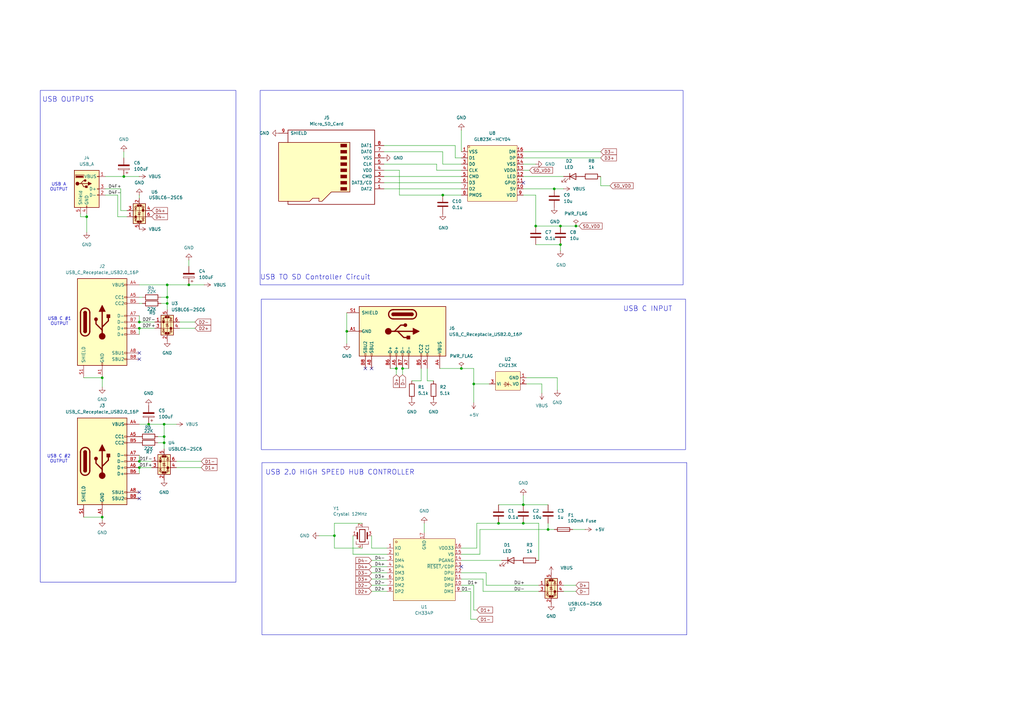
<source format=kicad_sch>
(kicad_sch
	(version 20231120)
	(generator "eeschema")
	(generator_version "8.0")
	(uuid "788e1f89-9a08-41ac-b24f-815cef87829c")
	(paper "A3")
	(lib_symbols
		(symbol "Connector:Micro_SD_Card"
			(pin_names
				(offset 1.016)
			)
			(exclude_from_sim no)
			(in_bom yes)
			(on_board yes)
			(property "Reference" "J"
				(at -16.51 15.24 0)
				(effects
					(font
						(size 1.27 1.27)
					)
				)
			)
			(property "Value" "Micro_SD_Card"
				(at 16.51 15.24 0)
				(effects
					(font
						(size 1.27 1.27)
					)
					(justify right)
				)
			)
			(property "Footprint" ""
				(at 29.21 7.62 0)
				(effects
					(font
						(size 1.27 1.27)
					)
					(hide yes)
				)
			)
			(property "Datasheet" "http://katalog.we-online.de/em/datasheet/693072010801.pdf"
				(at 0 0 0)
				(effects
					(font
						(size 1.27 1.27)
					)
					(hide yes)
				)
			)
			(property "Description" "Micro SD Card Socket"
				(at 0 0 0)
				(effects
					(font
						(size 1.27 1.27)
					)
					(hide yes)
				)
			)
			(property "ki_keywords" "connector SD microsd"
				(at 0 0 0)
				(effects
					(font
						(size 1.27 1.27)
					)
					(hide yes)
				)
			)
			(property "ki_fp_filters" "microSD*"
				(at 0 0 0)
				(effects
					(font
						(size 1.27 1.27)
					)
					(hide yes)
				)
			)
			(symbol "Micro_SD_Card_0_1"
				(rectangle
					(start -7.62 -9.525)
					(end -5.08 -10.795)
					(stroke
						(width 0)
						(type default)
					)
					(fill
						(type outline)
					)
				)
				(rectangle
					(start -7.62 -6.985)
					(end -5.08 -8.255)
					(stroke
						(width 0)
						(type default)
					)
					(fill
						(type outline)
					)
				)
				(rectangle
					(start -7.62 -4.445)
					(end -5.08 -5.715)
					(stroke
						(width 0)
						(type default)
					)
					(fill
						(type outline)
					)
				)
				(rectangle
					(start -7.62 -1.905)
					(end -5.08 -3.175)
					(stroke
						(width 0)
						(type default)
					)
					(fill
						(type outline)
					)
				)
				(rectangle
					(start -7.62 0.635)
					(end -5.08 -0.635)
					(stroke
						(width 0)
						(type default)
					)
					(fill
						(type outline)
					)
				)
				(rectangle
					(start -7.62 3.175)
					(end -5.08 1.905)
					(stroke
						(width 0)
						(type default)
					)
					(fill
						(type outline)
					)
				)
				(rectangle
					(start -7.62 5.715)
					(end -5.08 4.445)
					(stroke
						(width 0)
						(type default)
					)
					(fill
						(type outline)
					)
				)
				(rectangle
					(start -7.62 8.255)
					(end -5.08 6.985)
					(stroke
						(width 0)
						(type default)
					)
					(fill
						(type outline)
					)
				)
				(polyline
					(pts
						(xy 16.51 12.7) (xy 16.51 13.97) (xy -19.05 13.97) (xy -19.05 -16.51) (xy 16.51 -16.51) (xy 16.51 -11.43)
					)
					(stroke
						(width 0.254)
						(type default)
					)
					(fill
						(type none)
					)
				)
				(polyline
					(pts
						(xy -8.89 -11.43) (xy -8.89 8.89) (xy -1.27 8.89) (xy 2.54 12.7) (xy 3.81 12.7) (xy 3.81 11.43)
						(xy 6.35 11.43) (xy 7.62 12.7) (xy 20.32 12.7) (xy 20.32 -11.43) (xy -8.89 -11.43)
					)
					(stroke
						(width 0.254)
						(type default)
					)
					(fill
						(type background)
					)
				)
			)
			(symbol "Micro_SD_Card_1_1"
				(pin bidirectional line
					(at -22.86 7.62 0)
					(length 3.81)
					(name "DAT2"
						(effects
							(font
								(size 1.27 1.27)
							)
						)
					)
					(number "1"
						(effects
							(font
								(size 1.27 1.27)
							)
						)
					)
				)
				(pin bidirectional line
					(at -22.86 5.08 0)
					(length 3.81)
					(name "DAT3/CD"
						(effects
							(font
								(size 1.27 1.27)
							)
						)
					)
					(number "2"
						(effects
							(font
								(size 1.27 1.27)
							)
						)
					)
				)
				(pin input line
					(at -22.86 2.54 0)
					(length 3.81)
					(name "CMD"
						(effects
							(font
								(size 1.27 1.27)
							)
						)
					)
					(number "3"
						(effects
							(font
								(size 1.27 1.27)
							)
						)
					)
				)
				(pin power_in line
					(at -22.86 0 0)
					(length 3.81)
					(name "VDD"
						(effects
							(font
								(size 1.27 1.27)
							)
						)
					)
					(number "4"
						(effects
							(font
								(size 1.27 1.27)
							)
						)
					)
				)
				(pin input line
					(at -22.86 -2.54 0)
					(length 3.81)
					(name "CLK"
						(effects
							(font
								(size 1.27 1.27)
							)
						)
					)
					(number "5"
						(effects
							(font
								(size 1.27 1.27)
							)
						)
					)
				)
				(pin power_in line
					(at -22.86 -5.08 0)
					(length 3.81)
					(name "VSS"
						(effects
							(font
								(size 1.27 1.27)
							)
						)
					)
					(number "6"
						(effects
							(font
								(size 1.27 1.27)
							)
						)
					)
				)
				(pin bidirectional line
					(at -22.86 -7.62 0)
					(length 3.81)
					(name "DAT0"
						(effects
							(font
								(size 1.27 1.27)
							)
						)
					)
					(number "7"
						(effects
							(font
								(size 1.27 1.27)
							)
						)
					)
				)
				(pin bidirectional line
					(at -22.86 -10.16 0)
					(length 3.81)
					(name "DAT1"
						(effects
							(font
								(size 1.27 1.27)
							)
						)
					)
					(number "8"
						(effects
							(font
								(size 1.27 1.27)
							)
						)
					)
				)
				(pin passive line
					(at 20.32 -15.24 180)
					(length 3.81)
					(name "SHIELD"
						(effects
							(font
								(size 1.27 1.27)
							)
						)
					)
					(number "9"
						(effects
							(font
								(size 1.27 1.27)
							)
						)
					)
				)
			)
		)
		(symbol "Connector:USB_A"
			(pin_names
				(offset 1.016)
			)
			(exclude_from_sim no)
			(in_bom yes)
			(on_board yes)
			(property "Reference" "J"
				(at -5.08 11.43 0)
				(effects
					(font
						(size 1.27 1.27)
					)
					(justify left)
				)
			)
			(property "Value" "USB_A"
				(at -5.08 8.89 0)
				(effects
					(font
						(size 1.27 1.27)
					)
					(justify left)
				)
			)
			(property "Footprint" ""
				(at 3.81 -1.27 0)
				(effects
					(font
						(size 1.27 1.27)
					)
					(hide yes)
				)
			)
			(property "Datasheet" "~"
				(at 3.81 -1.27 0)
				(effects
					(font
						(size 1.27 1.27)
					)
					(hide yes)
				)
			)
			(property "Description" "USB Type A connector"
				(at 0 0 0)
				(effects
					(font
						(size 1.27 1.27)
					)
					(hide yes)
				)
			)
			(property "ki_keywords" "connector USB"
				(at 0 0 0)
				(effects
					(font
						(size 1.27 1.27)
					)
					(hide yes)
				)
			)
			(property "ki_fp_filters" "USB*"
				(at 0 0 0)
				(effects
					(font
						(size 1.27 1.27)
					)
					(hide yes)
				)
			)
			(symbol "USB_A_0_1"
				(rectangle
					(start -5.08 -7.62)
					(end 5.08 7.62)
					(stroke
						(width 0.254)
						(type default)
					)
					(fill
						(type background)
					)
				)
				(circle
					(center -3.81 2.159)
					(radius 0.635)
					(stroke
						(width 0.254)
						(type default)
					)
					(fill
						(type outline)
					)
				)
				(rectangle
					(start -1.524 4.826)
					(end -4.318 5.334)
					(stroke
						(width 0)
						(type default)
					)
					(fill
						(type outline)
					)
				)
				(rectangle
					(start -1.27 4.572)
					(end -4.572 5.842)
					(stroke
						(width 0)
						(type default)
					)
					(fill
						(type none)
					)
				)
				(circle
					(center -0.635 3.429)
					(radius 0.381)
					(stroke
						(width 0.254)
						(type default)
					)
					(fill
						(type outline)
					)
				)
				(rectangle
					(start -0.127 -7.62)
					(end 0.127 -6.858)
					(stroke
						(width 0)
						(type default)
					)
					(fill
						(type none)
					)
				)
				(polyline
					(pts
						(xy -3.175 2.159) (xy -2.54 2.159) (xy -1.27 3.429) (xy -0.635 3.429)
					)
					(stroke
						(width 0.254)
						(type default)
					)
					(fill
						(type none)
					)
				)
				(polyline
					(pts
						(xy -2.54 2.159) (xy -1.905 2.159) (xy -1.27 0.889) (xy 0 0.889)
					)
					(stroke
						(width 0.254)
						(type default)
					)
					(fill
						(type none)
					)
				)
				(polyline
					(pts
						(xy 0.635 2.794) (xy 0.635 1.524) (xy 1.905 2.159) (xy 0.635 2.794)
					)
					(stroke
						(width 0.254)
						(type default)
					)
					(fill
						(type outline)
					)
				)
				(rectangle
					(start 0.254 1.27)
					(end -0.508 0.508)
					(stroke
						(width 0.254)
						(type default)
					)
					(fill
						(type outline)
					)
				)
				(rectangle
					(start 5.08 -2.667)
					(end 4.318 -2.413)
					(stroke
						(width 0)
						(type default)
					)
					(fill
						(type none)
					)
				)
				(rectangle
					(start 5.08 -0.127)
					(end 4.318 0.127)
					(stroke
						(width 0)
						(type default)
					)
					(fill
						(type none)
					)
				)
				(rectangle
					(start 5.08 4.953)
					(end 4.318 5.207)
					(stroke
						(width 0)
						(type default)
					)
					(fill
						(type none)
					)
				)
			)
			(symbol "USB_A_1_1"
				(polyline
					(pts
						(xy -1.905 2.159) (xy 0.635 2.159)
					)
					(stroke
						(width 0.254)
						(type default)
					)
					(fill
						(type none)
					)
				)
				(pin power_in line
					(at 7.62 5.08 180)
					(length 2.54)
					(name "VBUS"
						(effects
							(font
								(size 1.27 1.27)
							)
						)
					)
					(number "1"
						(effects
							(font
								(size 1.27 1.27)
							)
						)
					)
				)
				(pin bidirectional line
					(at 7.62 -2.54 180)
					(length 2.54)
					(name "D-"
						(effects
							(font
								(size 1.27 1.27)
							)
						)
					)
					(number "2"
						(effects
							(font
								(size 1.27 1.27)
							)
						)
					)
				)
				(pin bidirectional line
					(at 7.62 0 180)
					(length 2.54)
					(name "D+"
						(effects
							(font
								(size 1.27 1.27)
							)
						)
					)
					(number "3"
						(effects
							(font
								(size 1.27 1.27)
							)
						)
					)
				)
				(pin power_in line
					(at 0 -10.16 90)
					(length 2.54)
					(name "GND"
						(effects
							(font
								(size 1.27 1.27)
							)
						)
					)
					(number "4"
						(effects
							(font
								(size 1.27 1.27)
							)
						)
					)
				)
				(pin passive line
					(at -2.54 -10.16 90)
					(length 2.54)
					(name "Shield"
						(effects
							(font
								(size 1.27 1.27)
							)
						)
					)
					(number "5"
						(effects
							(font
								(size 1.27 1.27)
							)
						)
					)
				)
			)
		)
		(symbol "Connector:USB_C_Receptacle_USB2.0_16P"
			(pin_names
				(offset 1.016)
			)
			(exclude_from_sim no)
			(in_bom yes)
			(on_board yes)
			(property "Reference" "J"
				(at 0 22.225 0)
				(effects
					(font
						(size 1.27 1.27)
					)
				)
			)
			(property "Value" "USB_C_Receptacle_USB2.0_16P"
				(at 0 19.685 0)
				(effects
					(font
						(size 1.27 1.27)
					)
				)
			)
			(property "Footprint" ""
				(at 3.81 0 0)
				(effects
					(font
						(size 1.27 1.27)
					)
					(hide yes)
				)
			)
			(property "Datasheet" "https://www.usb.org/sites/default/files/documents/usb_type-c.zip"
				(at 3.81 0 0)
				(effects
					(font
						(size 1.27 1.27)
					)
					(hide yes)
				)
			)
			(property "Description" "USB 2.0-only 16P Type-C Receptacle connector"
				(at 0 0 0)
				(effects
					(font
						(size 1.27 1.27)
					)
					(hide yes)
				)
			)
			(property "ki_keywords" "usb universal serial bus type-C USB2.0"
				(at 0 0 0)
				(effects
					(font
						(size 1.27 1.27)
					)
					(hide yes)
				)
			)
			(property "ki_fp_filters" "USB*C*Receptacle*"
				(at 0 0 0)
				(effects
					(font
						(size 1.27 1.27)
					)
					(hide yes)
				)
			)
			(symbol "USB_C_Receptacle_USB2.0_16P_0_0"
				(rectangle
					(start -0.254 -17.78)
					(end 0.254 -16.764)
					(stroke
						(width 0)
						(type default)
					)
					(fill
						(type none)
					)
				)
				(rectangle
					(start 10.16 -14.986)
					(end 9.144 -15.494)
					(stroke
						(width 0)
						(type default)
					)
					(fill
						(type none)
					)
				)
				(rectangle
					(start 10.16 -12.446)
					(end 9.144 -12.954)
					(stroke
						(width 0)
						(type default)
					)
					(fill
						(type none)
					)
				)
				(rectangle
					(start 10.16 -4.826)
					(end 9.144 -5.334)
					(stroke
						(width 0)
						(type default)
					)
					(fill
						(type none)
					)
				)
				(rectangle
					(start 10.16 -2.286)
					(end 9.144 -2.794)
					(stroke
						(width 0)
						(type default)
					)
					(fill
						(type none)
					)
				)
				(rectangle
					(start 10.16 0.254)
					(end 9.144 -0.254)
					(stroke
						(width 0)
						(type default)
					)
					(fill
						(type none)
					)
				)
				(rectangle
					(start 10.16 2.794)
					(end 9.144 2.286)
					(stroke
						(width 0)
						(type default)
					)
					(fill
						(type none)
					)
				)
				(rectangle
					(start 10.16 7.874)
					(end 9.144 7.366)
					(stroke
						(width 0)
						(type default)
					)
					(fill
						(type none)
					)
				)
				(rectangle
					(start 10.16 10.414)
					(end 9.144 9.906)
					(stroke
						(width 0)
						(type default)
					)
					(fill
						(type none)
					)
				)
				(rectangle
					(start 10.16 15.494)
					(end 9.144 14.986)
					(stroke
						(width 0)
						(type default)
					)
					(fill
						(type none)
					)
				)
			)
			(symbol "USB_C_Receptacle_USB2.0_16P_0_1"
				(rectangle
					(start -10.16 17.78)
					(end 10.16 -17.78)
					(stroke
						(width 0.254)
						(type default)
					)
					(fill
						(type background)
					)
				)
				(arc
					(start -8.89 -3.81)
					(mid -6.985 -5.7067)
					(end -5.08 -3.81)
					(stroke
						(width 0.508)
						(type default)
					)
					(fill
						(type none)
					)
				)
				(arc
					(start -7.62 -3.81)
					(mid -6.985 -4.4423)
					(end -6.35 -3.81)
					(stroke
						(width 0.254)
						(type default)
					)
					(fill
						(type none)
					)
				)
				(arc
					(start -7.62 -3.81)
					(mid -6.985 -4.4423)
					(end -6.35 -3.81)
					(stroke
						(width 0.254)
						(type default)
					)
					(fill
						(type outline)
					)
				)
				(rectangle
					(start -7.62 -3.81)
					(end -6.35 3.81)
					(stroke
						(width 0.254)
						(type default)
					)
					(fill
						(type outline)
					)
				)
				(arc
					(start -6.35 3.81)
					(mid -6.985 4.4423)
					(end -7.62 3.81)
					(stroke
						(width 0.254)
						(type default)
					)
					(fill
						(type none)
					)
				)
				(arc
					(start -6.35 3.81)
					(mid -6.985 4.4423)
					(end -7.62 3.81)
					(stroke
						(width 0.254)
						(type default)
					)
					(fill
						(type outline)
					)
				)
				(arc
					(start -5.08 3.81)
					(mid -6.985 5.7067)
					(end -8.89 3.81)
					(stroke
						(width 0.508)
						(type default)
					)
					(fill
						(type none)
					)
				)
				(circle
					(center -2.54 1.143)
					(radius 0.635)
					(stroke
						(width 0.254)
						(type default)
					)
					(fill
						(type outline)
					)
				)
				(circle
					(center 0 -5.842)
					(radius 1.27)
					(stroke
						(width 0)
						(type default)
					)
					(fill
						(type outline)
					)
				)
				(polyline
					(pts
						(xy -8.89 -3.81) (xy -8.89 3.81)
					)
					(stroke
						(width 0.508)
						(type default)
					)
					(fill
						(type none)
					)
				)
				(polyline
					(pts
						(xy -5.08 3.81) (xy -5.08 -3.81)
					)
					(stroke
						(width 0.508)
						(type default)
					)
					(fill
						(type none)
					)
				)
				(polyline
					(pts
						(xy 0 -5.842) (xy 0 4.318)
					)
					(stroke
						(width 0.508)
						(type default)
					)
					(fill
						(type none)
					)
				)
				(polyline
					(pts
						(xy 0 -3.302) (xy -2.54 -0.762) (xy -2.54 0.508)
					)
					(stroke
						(width 0.508)
						(type default)
					)
					(fill
						(type none)
					)
				)
				(polyline
					(pts
						(xy 0 -2.032) (xy 2.54 0.508) (xy 2.54 1.778)
					)
					(stroke
						(width 0.508)
						(type default)
					)
					(fill
						(type none)
					)
				)
				(polyline
					(pts
						(xy -1.27 4.318) (xy 0 6.858) (xy 1.27 4.318) (xy -1.27 4.318)
					)
					(stroke
						(width 0.254)
						(type default)
					)
					(fill
						(type outline)
					)
				)
				(rectangle
					(start 1.905 1.778)
					(end 3.175 3.048)
					(stroke
						(width 0.254)
						(type default)
					)
					(fill
						(type outline)
					)
				)
			)
			(symbol "USB_C_Receptacle_USB2.0_16P_1_1"
				(pin passive line
					(at 0 -22.86 90)
					(length 5.08)
					(name "GND"
						(effects
							(font
								(size 1.27 1.27)
							)
						)
					)
					(number "A1"
						(effects
							(font
								(size 1.27 1.27)
							)
						)
					)
				)
				(pin passive line
					(at 0 -22.86 90)
					(length 5.08) hide
					(name "GND"
						(effects
							(font
								(size 1.27 1.27)
							)
						)
					)
					(number "A12"
						(effects
							(font
								(size 1.27 1.27)
							)
						)
					)
				)
				(pin passive line
					(at 15.24 15.24 180)
					(length 5.08)
					(name "VBUS"
						(effects
							(font
								(size 1.27 1.27)
							)
						)
					)
					(number "A4"
						(effects
							(font
								(size 1.27 1.27)
							)
						)
					)
				)
				(pin bidirectional line
					(at 15.24 10.16 180)
					(length 5.08)
					(name "CC1"
						(effects
							(font
								(size 1.27 1.27)
							)
						)
					)
					(number "A5"
						(effects
							(font
								(size 1.27 1.27)
							)
						)
					)
				)
				(pin bidirectional line
					(at 15.24 -2.54 180)
					(length 5.08)
					(name "D+"
						(effects
							(font
								(size 1.27 1.27)
							)
						)
					)
					(number "A6"
						(effects
							(font
								(size 1.27 1.27)
							)
						)
					)
				)
				(pin bidirectional line
					(at 15.24 2.54 180)
					(length 5.08)
					(name "D-"
						(effects
							(font
								(size 1.27 1.27)
							)
						)
					)
					(number "A7"
						(effects
							(font
								(size 1.27 1.27)
							)
						)
					)
				)
				(pin bidirectional line
					(at 15.24 -12.7 180)
					(length 5.08)
					(name "SBU1"
						(effects
							(font
								(size 1.27 1.27)
							)
						)
					)
					(number "A8"
						(effects
							(font
								(size 1.27 1.27)
							)
						)
					)
				)
				(pin passive line
					(at 15.24 15.24 180)
					(length 5.08) hide
					(name "VBUS"
						(effects
							(font
								(size 1.27 1.27)
							)
						)
					)
					(number "A9"
						(effects
							(font
								(size 1.27 1.27)
							)
						)
					)
				)
				(pin passive line
					(at 0 -22.86 90)
					(length 5.08) hide
					(name "GND"
						(effects
							(font
								(size 1.27 1.27)
							)
						)
					)
					(number "B1"
						(effects
							(font
								(size 1.27 1.27)
							)
						)
					)
				)
				(pin passive line
					(at 0 -22.86 90)
					(length 5.08) hide
					(name "GND"
						(effects
							(font
								(size 1.27 1.27)
							)
						)
					)
					(number "B12"
						(effects
							(font
								(size 1.27 1.27)
							)
						)
					)
				)
				(pin passive line
					(at 15.24 15.24 180)
					(length 5.08) hide
					(name "VBUS"
						(effects
							(font
								(size 1.27 1.27)
							)
						)
					)
					(number "B4"
						(effects
							(font
								(size 1.27 1.27)
							)
						)
					)
				)
				(pin bidirectional line
					(at 15.24 7.62 180)
					(length 5.08)
					(name "CC2"
						(effects
							(font
								(size 1.27 1.27)
							)
						)
					)
					(number "B5"
						(effects
							(font
								(size 1.27 1.27)
							)
						)
					)
				)
				(pin bidirectional line
					(at 15.24 -5.08 180)
					(length 5.08)
					(name "D+"
						(effects
							(font
								(size 1.27 1.27)
							)
						)
					)
					(number "B6"
						(effects
							(font
								(size 1.27 1.27)
							)
						)
					)
				)
				(pin bidirectional line
					(at 15.24 0 180)
					(length 5.08)
					(name "D-"
						(effects
							(font
								(size 1.27 1.27)
							)
						)
					)
					(number "B7"
						(effects
							(font
								(size 1.27 1.27)
							)
						)
					)
				)
				(pin bidirectional line
					(at 15.24 -15.24 180)
					(length 5.08)
					(name "SBU2"
						(effects
							(font
								(size 1.27 1.27)
							)
						)
					)
					(number "B8"
						(effects
							(font
								(size 1.27 1.27)
							)
						)
					)
				)
				(pin passive line
					(at 15.24 15.24 180)
					(length 5.08) hide
					(name "VBUS"
						(effects
							(font
								(size 1.27 1.27)
							)
						)
					)
					(number "B9"
						(effects
							(font
								(size 1.27 1.27)
							)
						)
					)
				)
				(pin passive line
					(at -7.62 -22.86 90)
					(length 5.08)
					(name "SHIELD"
						(effects
							(font
								(size 1.27 1.27)
							)
						)
					)
					(number "S1"
						(effects
							(font
								(size 1.27 1.27)
							)
						)
					)
				)
			)
		)
		(symbol "Device:C"
			(pin_numbers hide)
			(pin_names
				(offset 0.254)
			)
			(exclude_from_sim no)
			(in_bom yes)
			(on_board yes)
			(property "Reference" "C"
				(at 0.635 2.54 0)
				(effects
					(font
						(size 1.27 1.27)
					)
					(justify left)
				)
			)
			(property "Value" "C"
				(at 0.635 -2.54 0)
				(effects
					(font
						(size 1.27 1.27)
					)
					(justify left)
				)
			)
			(property "Footprint" ""
				(at 0.9652 -3.81 0)
				(effects
					(font
						(size 1.27 1.27)
					)
					(hide yes)
				)
			)
			(property "Datasheet" "~"
				(at 0 0 0)
				(effects
					(font
						(size 1.27 1.27)
					)
					(hide yes)
				)
			)
			(property "Description" "Unpolarized capacitor"
				(at 0 0 0)
				(effects
					(font
						(size 1.27 1.27)
					)
					(hide yes)
				)
			)
			(property "ki_keywords" "cap capacitor"
				(at 0 0 0)
				(effects
					(font
						(size 1.27 1.27)
					)
					(hide yes)
				)
			)
			(property "ki_fp_filters" "C_*"
				(at 0 0 0)
				(effects
					(font
						(size 1.27 1.27)
					)
					(hide yes)
				)
			)
			(symbol "C_0_1"
				(polyline
					(pts
						(xy -2.032 -0.762) (xy 2.032 -0.762)
					)
					(stroke
						(width 0.508)
						(type default)
					)
					(fill
						(type none)
					)
				)
				(polyline
					(pts
						(xy -2.032 0.762) (xy 2.032 0.762)
					)
					(stroke
						(width 0.508)
						(type default)
					)
					(fill
						(type none)
					)
				)
			)
			(symbol "C_1_1"
				(pin passive line
					(at 0 3.81 270)
					(length 2.794)
					(name "~"
						(effects
							(font
								(size 1.27 1.27)
							)
						)
					)
					(number "1"
						(effects
							(font
								(size 1.27 1.27)
							)
						)
					)
				)
				(pin passive line
					(at 0 -3.81 90)
					(length 2.794)
					(name "~"
						(effects
							(font
								(size 1.27 1.27)
							)
						)
					)
					(number "2"
						(effects
							(font
								(size 1.27 1.27)
							)
						)
					)
				)
			)
		)
		(symbol "Device:C_Polarized"
			(pin_numbers hide)
			(pin_names
				(offset 0.254)
			)
			(exclude_from_sim no)
			(in_bom yes)
			(on_board yes)
			(property "Reference" "C"
				(at 0.635 2.54 0)
				(effects
					(font
						(size 1.27 1.27)
					)
					(justify left)
				)
			)
			(property "Value" "C_Polarized"
				(at 0.635 -2.54 0)
				(effects
					(font
						(size 1.27 1.27)
					)
					(justify left)
				)
			)
			(property "Footprint" ""
				(at 0.9652 -3.81 0)
				(effects
					(font
						(size 1.27 1.27)
					)
					(hide yes)
				)
			)
			(property "Datasheet" "~"
				(at 0 0 0)
				(effects
					(font
						(size 1.27 1.27)
					)
					(hide yes)
				)
			)
			(property "Description" "Polarized capacitor"
				(at 0 0 0)
				(effects
					(font
						(size 1.27 1.27)
					)
					(hide yes)
				)
			)
			(property "ki_keywords" "cap capacitor"
				(at 0 0 0)
				(effects
					(font
						(size 1.27 1.27)
					)
					(hide yes)
				)
			)
			(property "ki_fp_filters" "CP_*"
				(at 0 0 0)
				(effects
					(font
						(size 1.27 1.27)
					)
					(hide yes)
				)
			)
			(symbol "C_Polarized_0_1"
				(rectangle
					(start -2.286 0.508)
					(end 2.286 1.016)
					(stroke
						(width 0)
						(type default)
					)
					(fill
						(type none)
					)
				)
				(polyline
					(pts
						(xy -1.778 2.286) (xy -0.762 2.286)
					)
					(stroke
						(width 0)
						(type default)
					)
					(fill
						(type none)
					)
				)
				(polyline
					(pts
						(xy -1.27 2.794) (xy -1.27 1.778)
					)
					(stroke
						(width 0)
						(type default)
					)
					(fill
						(type none)
					)
				)
				(rectangle
					(start 2.286 -0.508)
					(end -2.286 -1.016)
					(stroke
						(width 0)
						(type default)
					)
					(fill
						(type outline)
					)
				)
			)
			(symbol "C_Polarized_1_1"
				(pin passive line
					(at 0 3.81 270)
					(length 2.794)
					(name "~"
						(effects
							(font
								(size 1.27 1.27)
							)
						)
					)
					(number "1"
						(effects
							(font
								(size 1.27 1.27)
							)
						)
					)
				)
				(pin passive line
					(at 0 -3.81 90)
					(length 2.794)
					(name "~"
						(effects
							(font
								(size 1.27 1.27)
							)
						)
					)
					(number "2"
						(effects
							(font
								(size 1.27 1.27)
							)
						)
					)
				)
			)
		)
		(symbol "Device:Crystal_GND24"
			(pin_names
				(offset 1.016) hide)
			(exclude_from_sim no)
			(in_bom yes)
			(on_board yes)
			(property "Reference" "Y"
				(at 3.175 5.08 0)
				(effects
					(font
						(size 1.27 1.27)
					)
					(justify left)
				)
			)
			(property "Value" "Crystal_GND24"
				(at 3.175 3.175 0)
				(effects
					(font
						(size 1.27 1.27)
					)
					(justify left)
				)
			)
			(property "Footprint" ""
				(at 0 0 0)
				(effects
					(font
						(size 1.27 1.27)
					)
					(hide yes)
				)
			)
			(property "Datasheet" "~"
				(at 0 0 0)
				(effects
					(font
						(size 1.27 1.27)
					)
					(hide yes)
				)
			)
			(property "Description" "Four pin crystal, GND on pins 2 and 4"
				(at 0 0 0)
				(effects
					(font
						(size 1.27 1.27)
					)
					(hide yes)
				)
			)
			(property "ki_keywords" "quartz ceramic resonator oscillator"
				(at 0 0 0)
				(effects
					(font
						(size 1.27 1.27)
					)
					(hide yes)
				)
			)
			(property "ki_fp_filters" "Crystal*"
				(at 0 0 0)
				(effects
					(font
						(size 1.27 1.27)
					)
					(hide yes)
				)
			)
			(symbol "Crystal_GND24_0_1"
				(rectangle
					(start -1.143 2.54)
					(end 1.143 -2.54)
					(stroke
						(width 0.3048)
						(type default)
					)
					(fill
						(type none)
					)
				)
				(polyline
					(pts
						(xy -2.54 0) (xy -2.032 0)
					)
					(stroke
						(width 0)
						(type default)
					)
					(fill
						(type none)
					)
				)
				(polyline
					(pts
						(xy -2.032 -1.27) (xy -2.032 1.27)
					)
					(stroke
						(width 0.508)
						(type default)
					)
					(fill
						(type none)
					)
				)
				(polyline
					(pts
						(xy 0 -3.81) (xy 0 -3.556)
					)
					(stroke
						(width 0)
						(type default)
					)
					(fill
						(type none)
					)
				)
				(polyline
					(pts
						(xy 0 3.556) (xy 0 3.81)
					)
					(stroke
						(width 0)
						(type default)
					)
					(fill
						(type none)
					)
				)
				(polyline
					(pts
						(xy 2.032 -1.27) (xy 2.032 1.27)
					)
					(stroke
						(width 0.508)
						(type default)
					)
					(fill
						(type none)
					)
				)
				(polyline
					(pts
						(xy 2.032 0) (xy 2.54 0)
					)
					(stroke
						(width 0)
						(type default)
					)
					(fill
						(type none)
					)
				)
				(polyline
					(pts
						(xy -2.54 -2.286) (xy -2.54 -3.556) (xy 2.54 -3.556) (xy 2.54 -2.286)
					)
					(stroke
						(width 0)
						(type default)
					)
					(fill
						(type none)
					)
				)
				(polyline
					(pts
						(xy -2.54 2.286) (xy -2.54 3.556) (xy 2.54 3.556) (xy 2.54 2.286)
					)
					(stroke
						(width 0)
						(type default)
					)
					(fill
						(type none)
					)
				)
			)
			(symbol "Crystal_GND24_1_1"
				(pin passive line
					(at -3.81 0 0)
					(length 1.27)
					(name "1"
						(effects
							(font
								(size 1.27 1.27)
							)
						)
					)
					(number "1"
						(effects
							(font
								(size 1.27 1.27)
							)
						)
					)
				)
				(pin passive line
					(at 0 5.08 270)
					(length 1.27)
					(name "2"
						(effects
							(font
								(size 1.27 1.27)
							)
						)
					)
					(number "2"
						(effects
							(font
								(size 1.27 1.27)
							)
						)
					)
				)
				(pin passive line
					(at 3.81 0 180)
					(length 1.27)
					(name "3"
						(effects
							(font
								(size 1.27 1.27)
							)
						)
					)
					(number "3"
						(effects
							(font
								(size 1.27 1.27)
							)
						)
					)
				)
				(pin passive line
					(at 0 -5.08 90)
					(length 1.27)
					(name "4"
						(effects
							(font
								(size 1.27 1.27)
							)
						)
					)
					(number "4"
						(effects
							(font
								(size 1.27 1.27)
							)
						)
					)
				)
			)
		)
		(symbol "Device:Fuse"
			(pin_numbers hide)
			(pin_names
				(offset 0)
			)
			(exclude_from_sim no)
			(in_bom yes)
			(on_board yes)
			(property "Reference" "F"
				(at 2.032 0 90)
				(effects
					(font
						(size 1.27 1.27)
					)
				)
			)
			(property "Value" "Fuse"
				(at -1.905 0 90)
				(effects
					(font
						(size 1.27 1.27)
					)
				)
			)
			(property "Footprint" ""
				(at -1.778 0 90)
				(effects
					(font
						(size 1.27 1.27)
					)
					(hide yes)
				)
			)
			(property "Datasheet" "~"
				(at 0 0 0)
				(effects
					(font
						(size 1.27 1.27)
					)
					(hide yes)
				)
			)
			(property "Description" "Fuse"
				(at 0 0 0)
				(effects
					(font
						(size 1.27 1.27)
					)
					(hide yes)
				)
			)
			(property "ki_keywords" "fuse"
				(at 0 0 0)
				(effects
					(font
						(size 1.27 1.27)
					)
					(hide yes)
				)
			)
			(property "ki_fp_filters" "*Fuse*"
				(at 0 0 0)
				(effects
					(font
						(size 1.27 1.27)
					)
					(hide yes)
				)
			)
			(symbol "Fuse_0_1"
				(rectangle
					(start -0.762 -2.54)
					(end 0.762 2.54)
					(stroke
						(width 0.254)
						(type default)
					)
					(fill
						(type none)
					)
				)
				(polyline
					(pts
						(xy 0 2.54) (xy 0 -2.54)
					)
					(stroke
						(width 0)
						(type default)
					)
					(fill
						(type none)
					)
				)
			)
			(symbol "Fuse_1_1"
				(pin passive line
					(at 0 3.81 270)
					(length 1.27)
					(name "~"
						(effects
							(font
								(size 1.27 1.27)
							)
						)
					)
					(number "1"
						(effects
							(font
								(size 1.27 1.27)
							)
						)
					)
				)
				(pin passive line
					(at 0 -3.81 90)
					(length 1.27)
					(name "~"
						(effects
							(font
								(size 1.27 1.27)
							)
						)
					)
					(number "2"
						(effects
							(font
								(size 1.27 1.27)
							)
						)
					)
				)
			)
		)
		(symbol "Device:LED"
			(pin_numbers hide)
			(pin_names
				(offset 1.016) hide)
			(exclude_from_sim no)
			(in_bom yes)
			(on_board yes)
			(property "Reference" "D"
				(at 0 2.54 0)
				(effects
					(font
						(size 1.27 1.27)
					)
				)
			)
			(property "Value" "LED"
				(at 0 -2.54 0)
				(effects
					(font
						(size 1.27 1.27)
					)
				)
			)
			(property "Footprint" ""
				(at 0 0 0)
				(effects
					(font
						(size 1.27 1.27)
					)
					(hide yes)
				)
			)
			(property "Datasheet" "~"
				(at 0 0 0)
				(effects
					(font
						(size 1.27 1.27)
					)
					(hide yes)
				)
			)
			(property "Description" "Light emitting diode"
				(at 0 0 0)
				(effects
					(font
						(size 1.27 1.27)
					)
					(hide yes)
				)
			)
			(property "ki_keywords" "LED diode"
				(at 0 0 0)
				(effects
					(font
						(size 1.27 1.27)
					)
					(hide yes)
				)
			)
			(property "ki_fp_filters" "LED* LED_SMD:* LED_THT:*"
				(at 0 0 0)
				(effects
					(font
						(size 1.27 1.27)
					)
					(hide yes)
				)
			)
			(symbol "LED_0_1"
				(polyline
					(pts
						(xy -1.27 -1.27) (xy -1.27 1.27)
					)
					(stroke
						(width 0.254)
						(type default)
					)
					(fill
						(type none)
					)
				)
				(polyline
					(pts
						(xy -1.27 0) (xy 1.27 0)
					)
					(stroke
						(width 0)
						(type default)
					)
					(fill
						(type none)
					)
				)
				(polyline
					(pts
						(xy 1.27 -1.27) (xy 1.27 1.27) (xy -1.27 0) (xy 1.27 -1.27)
					)
					(stroke
						(width 0.254)
						(type default)
					)
					(fill
						(type none)
					)
				)
				(polyline
					(pts
						(xy -3.048 -0.762) (xy -4.572 -2.286) (xy -3.81 -2.286) (xy -4.572 -2.286) (xy -4.572 -1.524)
					)
					(stroke
						(width 0)
						(type default)
					)
					(fill
						(type none)
					)
				)
				(polyline
					(pts
						(xy -1.778 -0.762) (xy -3.302 -2.286) (xy -2.54 -2.286) (xy -3.302 -2.286) (xy -3.302 -1.524)
					)
					(stroke
						(width 0)
						(type default)
					)
					(fill
						(type none)
					)
				)
			)
			(symbol "LED_1_1"
				(pin passive line
					(at -3.81 0 0)
					(length 2.54)
					(name "K"
						(effects
							(font
								(size 1.27 1.27)
							)
						)
					)
					(number "1"
						(effects
							(font
								(size 1.27 1.27)
							)
						)
					)
				)
				(pin passive line
					(at 3.81 0 180)
					(length 2.54)
					(name "A"
						(effects
							(font
								(size 1.27 1.27)
							)
						)
					)
					(number "2"
						(effects
							(font
								(size 1.27 1.27)
							)
						)
					)
				)
			)
		)
		(symbol "Device:R"
			(pin_numbers hide)
			(pin_names
				(offset 0)
			)
			(exclude_from_sim no)
			(in_bom yes)
			(on_board yes)
			(property "Reference" "R"
				(at 2.032 0 90)
				(effects
					(font
						(size 1.27 1.27)
					)
				)
			)
			(property "Value" "R"
				(at 0 0 90)
				(effects
					(font
						(size 1.27 1.27)
					)
				)
			)
			(property "Footprint" ""
				(at -1.778 0 90)
				(effects
					(font
						(size 1.27 1.27)
					)
					(hide yes)
				)
			)
			(property "Datasheet" "~"
				(at 0 0 0)
				(effects
					(font
						(size 1.27 1.27)
					)
					(hide yes)
				)
			)
			(property "Description" "Resistor"
				(at 0 0 0)
				(effects
					(font
						(size 1.27 1.27)
					)
					(hide yes)
				)
			)
			(property "ki_keywords" "R res resistor"
				(at 0 0 0)
				(effects
					(font
						(size 1.27 1.27)
					)
					(hide yes)
				)
			)
			(property "ki_fp_filters" "R_*"
				(at 0 0 0)
				(effects
					(font
						(size 1.27 1.27)
					)
					(hide yes)
				)
			)
			(symbol "R_0_1"
				(rectangle
					(start -1.016 -2.54)
					(end 1.016 2.54)
					(stroke
						(width 0.254)
						(type default)
					)
					(fill
						(type none)
					)
				)
			)
			(symbol "R_1_1"
				(pin passive line
					(at 0 3.81 270)
					(length 1.27)
					(name "~"
						(effects
							(font
								(size 1.27 1.27)
							)
						)
					)
					(number "1"
						(effects
							(font
								(size 1.27 1.27)
							)
						)
					)
				)
				(pin passive line
					(at 0 -3.81 90)
					(length 1.27)
					(name "~"
						(effects
							(font
								(size 1.27 1.27)
							)
						)
					)
					(number "2"
						(effects
							(font
								(size 1.27 1.27)
							)
						)
					)
				)
			)
		)
		(symbol "Power_Protection:USBLC6-2SC6"
			(pin_names hide)
			(exclude_from_sim no)
			(in_bom yes)
			(on_board yes)
			(property "Reference" "U"
				(at 0.635 5.715 0)
				(effects
					(font
						(size 1.27 1.27)
					)
					(justify left)
				)
			)
			(property "Value" "USBLC6-2SC6"
				(at 0.635 3.81 0)
				(effects
					(font
						(size 1.27 1.27)
					)
					(justify left)
				)
			)
			(property "Footprint" "Package_TO_SOT_SMD:SOT-23-6"
				(at 1.27 -6.35 0)
				(effects
					(font
						(size 1.27 1.27)
						(italic yes)
					)
					(justify left)
					(hide yes)
				)
			)
			(property "Datasheet" "https://www.st.com/resource/en/datasheet/usblc6-2.pdf"
				(at 1.27 -8.255 0)
				(effects
					(font
						(size 1.27 1.27)
					)
					(justify left)
					(hide yes)
				)
			)
			(property "Description" "Very low capacitance ESD protection diode, 2 data-line, SOT-23-6"
				(at 0 0 0)
				(effects
					(font
						(size 1.27 1.27)
					)
					(hide yes)
				)
			)
			(property "ki_keywords" "usb ethernet video"
				(at 0 0 0)
				(effects
					(font
						(size 1.27 1.27)
					)
					(hide yes)
				)
			)
			(property "ki_fp_filters" "SOT?23*"
				(at 0 0 0)
				(effects
					(font
						(size 1.27 1.27)
					)
					(hide yes)
				)
			)
			(symbol "USBLC6-2SC6_0_0"
				(circle
					(center -1.524 0)
					(radius 0.0001)
					(stroke
						(width 0.508)
						(type default)
					)
					(fill
						(type none)
					)
				)
				(circle
					(center -0.508 -4.572)
					(radius 0.0001)
					(stroke
						(width 0.508)
						(type default)
					)
					(fill
						(type none)
					)
				)
				(circle
					(center -0.508 2.032)
					(radius 0.0001)
					(stroke
						(width 0.508)
						(type default)
					)
					(fill
						(type none)
					)
				)
				(circle
					(center 0.508 -4.572)
					(radius 0.0001)
					(stroke
						(width 0.508)
						(type default)
					)
					(fill
						(type none)
					)
				)
				(circle
					(center 0.508 2.032)
					(radius 0.0001)
					(stroke
						(width 0.508)
						(type default)
					)
					(fill
						(type none)
					)
				)
				(circle
					(center 1.524 -2.54)
					(radius 0.0001)
					(stroke
						(width 0.508)
						(type default)
					)
					(fill
						(type none)
					)
				)
			)
			(symbol "USBLC6-2SC6_0_1"
				(polyline
					(pts
						(xy -2.54 -2.54) (xy 2.54 -2.54)
					)
					(stroke
						(width 0)
						(type default)
					)
					(fill
						(type none)
					)
				)
				(polyline
					(pts
						(xy -2.54 0) (xy 2.54 0)
					)
					(stroke
						(width 0)
						(type default)
					)
					(fill
						(type none)
					)
				)
				(polyline
					(pts
						(xy -2.032 -3.048) (xy -1.016 -3.048)
					)
					(stroke
						(width 0)
						(type default)
					)
					(fill
						(type none)
					)
				)
				(polyline
					(pts
						(xy -1.016 1.524) (xy -2.032 1.524)
					)
					(stroke
						(width 0)
						(type default)
					)
					(fill
						(type none)
					)
				)
				(polyline
					(pts
						(xy 1.016 -3.048) (xy 2.032 -3.048)
					)
					(stroke
						(width 0)
						(type default)
					)
					(fill
						(type none)
					)
				)
				(polyline
					(pts
						(xy 1.016 1.524) (xy 2.032 1.524)
					)
					(stroke
						(width 0)
						(type default)
					)
					(fill
						(type none)
					)
				)
				(polyline
					(pts
						(xy -0.508 -1.143) (xy -0.508 -0.762) (xy 0.508 -0.762)
					)
					(stroke
						(width 0)
						(type default)
					)
					(fill
						(type none)
					)
				)
				(polyline
					(pts
						(xy -2.032 0.508) (xy -1.016 0.508) (xy -1.524 1.524) (xy -2.032 0.508)
					)
					(stroke
						(width 0)
						(type default)
					)
					(fill
						(type none)
					)
				)
				(polyline
					(pts
						(xy -1.016 -4.064) (xy -2.032 -4.064) (xy -1.524 -3.048) (xy -1.016 -4.064)
					)
					(stroke
						(width 0)
						(type default)
					)
					(fill
						(type none)
					)
				)
				(polyline
					(pts
						(xy 0.508 -1.778) (xy -0.508 -1.778) (xy 0 -0.762) (xy 0.508 -1.778)
					)
					(stroke
						(width 0)
						(type default)
					)
					(fill
						(type none)
					)
				)
				(polyline
					(pts
						(xy 2.032 -4.064) (xy 1.016 -4.064) (xy 1.524 -3.048) (xy 2.032 -4.064)
					)
					(stroke
						(width 0)
						(type default)
					)
					(fill
						(type none)
					)
				)
				(polyline
					(pts
						(xy 2.032 0.508) (xy 1.016 0.508) (xy 1.524 1.524) (xy 2.032 0.508)
					)
					(stroke
						(width 0)
						(type default)
					)
					(fill
						(type none)
					)
				)
				(polyline
					(pts
						(xy 0 2.54) (xy -0.508 2.032) (xy 0.508 2.032) (xy 0 1.524) (xy 0 -4.064) (xy -0.508 -4.572) (xy 0.508 -4.572)
						(xy 0 -5.08)
					)
					(stroke
						(width 0)
						(type default)
					)
					(fill
						(type none)
					)
				)
			)
			(symbol "USBLC6-2SC6_1_1"
				(rectangle
					(start -2.54 2.794)
					(end 2.54 -5.334)
					(stroke
						(width 0.254)
						(type default)
					)
					(fill
						(type background)
					)
				)
				(polyline
					(pts
						(xy -0.508 2.032) (xy -1.524 2.032) (xy -1.524 -4.572) (xy -0.508 -4.572)
					)
					(stroke
						(width 0)
						(type default)
					)
					(fill
						(type none)
					)
				)
				(polyline
					(pts
						(xy 0.508 -4.572) (xy 1.524 -4.572) (xy 1.524 2.032) (xy 0.508 2.032)
					)
					(stroke
						(width 0)
						(type default)
					)
					(fill
						(type none)
					)
				)
				(pin passive line
					(at -5.08 0 0)
					(length 2.54)
					(name "I/O1"
						(effects
							(font
								(size 1.27 1.27)
							)
						)
					)
					(number "1"
						(effects
							(font
								(size 1.27 1.27)
							)
						)
					)
				)
				(pin passive line
					(at 0 -7.62 90)
					(length 2.54)
					(name "GND"
						(effects
							(font
								(size 1.27 1.27)
							)
						)
					)
					(number "2"
						(effects
							(font
								(size 1.27 1.27)
							)
						)
					)
				)
				(pin passive line
					(at -5.08 -2.54 0)
					(length 2.54)
					(name "I/O2"
						(effects
							(font
								(size 1.27 1.27)
							)
						)
					)
					(number "3"
						(effects
							(font
								(size 1.27 1.27)
							)
						)
					)
				)
				(pin passive line
					(at 5.08 -2.54 180)
					(length 2.54)
					(name "I/O2"
						(effects
							(font
								(size 1.27 1.27)
							)
						)
					)
					(number "4"
						(effects
							(font
								(size 1.27 1.27)
							)
						)
					)
				)
				(pin passive line
					(at 0 5.08 270)
					(length 2.54)
					(name "VBUS"
						(effects
							(font
								(size 1.27 1.27)
							)
						)
					)
					(number "5"
						(effects
							(font
								(size 1.27 1.27)
							)
						)
					)
				)
				(pin passive line
					(at 5.08 0 180)
					(length 2.54)
					(name "I/O1"
						(effects
							(font
								(size 1.27 1.27)
							)
						)
					)
					(number "6"
						(effects
							(font
								(size 1.27 1.27)
							)
						)
					)
				)
			)
		)
		(symbol "da:CH334P"
			(exclude_from_sim no)
			(in_bom yes)
			(on_board yes)
			(property "Reference" "U"
				(at 0 19.05 0)
				(effects
					(font
						(size 1.27 1.27)
					)
				)
			)
			(property "Value" "CH334P"
				(at 0 -15.24 0)
				(effects
					(font
						(size 1.27 1.27)
					)
				)
			)
			(property "Footprint" "easyeda2kicad:QFN-16_L3.0-W3.0-P0.50-BL-EP1.7"
				(at 0 -17.78 0)
				(effects
					(font
						(size 1.27 1.27)
					)
					(hide yes)
				)
			)
			(property "Datasheet" ""
				(at 0 0 0)
				(effects
					(font
						(size 1.27 1.27)
					)
					(hide yes)
				)
			)
			(property "Description" ""
				(at 0 0 0)
				(effects
					(font
						(size 1.27 1.27)
					)
					(hide yes)
				)
			)
			(property "LCSC Part" "C5373042"
				(at 0 -20.32 0)
				(effects
					(font
						(size 1.27 1.27)
					)
					(hide yes)
				)
			)
			(symbol "CH334P_0_1"
				(rectangle
					(start -12.7 11.43)
					(end 12.7 -13.97)
					(stroke
						(width 0)
						(type default)
					)
					(fill
						(type background)
					)
				)
				(circle
					(center -11.43 10.16)
					(radius 0.38)
					(stroke
						(width 0)
						(type default)
					)
					(fill
						(type none)
					)
				)
				(pin unspecified line
					(at -15.24 7.62 0)
					(length 2.54)
					(name "XO"
						(effects
							(font
								(size 1.27 1.27)
							)
						)
					)
					(number "1"
						(effects
							(font
								(size 1.27 1.27)
							)
						)
					)
				)
				(pin unspecified line
					(at 15.24 -7.62 180)
					(length 2.54)
					(name "DP1"
						(effects
							(font
								(size 1.27 1.27)
							)
						)
					)
					(number "10"
						(effects
							(font
								(size 1.27 1.27)
							)
						)
					)
				)
				(pin unspecified line
					(at 15.24 -5.08 180)
					(length 2.54)
					(name "DMU"
						(effects
							(font
								(size 1.27 1.27)
							)
						)
					)
					(number "11"
						(effects
							(font
								(size 1.27 1.27)
							)
						)
					)
				)
				(pin unspecified line
					(at 15.24 -2.54 180)
					(length 2.54)
					(name "DPU"
						(effects
							(font
								(size 1.27 1.27)
							)
						)
					)
					(number "12"
						(effects
							(font
								(size 1.27 1.27)
							)
						)
					)
				)
				(pin unspecified line
					(at 15.24 0 180)
					(length 2.54)
					(name "~{RESET}/CDP"
						(effects
							(font
								(size 1.27 1.27)
							)
						)
					)
					(number "13"
						(effects
							(font
								(size 1.27 1.27)
							)
						)
					)
				)
				(pin unspecified line
					(at 15.24 2.54 180)
					(length 2.54)
					(name "PGANG"
						(effects
							(font
								(size 1.27 1.27)
							)
						)
					)
					(number "14"
						(effects
							(font
								(size 1.27 1.27)
							)
						)
					)
				)
				(pin unspecified line
					(at 15.24 5.08 180)
					(length 2.54)
					(name "V5"
						(effects
							(font
								(size 1.27 1.27)
							)
						)
					)
					(number "15"
						(effects
							(font
								(size 1.27 1.27)
							)
						)
					)
				)
				(pin unspecified line
					(at 15.24 7.62 180)
					(length 2.54)
					(name "VDD33"
						(effects
							(font
								(size 1.27 1.27)
							)
						)
					)
					(number "16"
						(effects
							(font
								(size 1.27 1.27)
							)
						)
					)
				)
				(pin unspecified line
					(at 0 13.97 270)
					(length 2.54)
					(name "GND"
						(effects
							(font
								(size 1.27 1.27)
							)
						)
					)
					(number "17"
						(effects
							(font
								(size 1.27 1.27)
							)
						)
					)
				)
				(pin unspecified line
					(at -15.24 5.08 0)
					(length 2.54)
					(name "XI"
						(effects
							(font
								(size 1.27 1.27)
							)
						)
					)
					(number "2"
						(effects
							(font
								(size 1.27 1.27)
							)
						)
					)
				)
				(pin unspecified line
					(at -15.24 2.54 0)
					(length 2.54)
					(name "DM4"
						(effects
							(font
								(size 1.27 1.27)
							)
						)
					)
					(number "3"
						(effects
							(font
								(size 1.27 1.27)
							)
						)
					)
				)
				(pin unspecified line
					(at -15.24 0 0)
					(length 2.54)
					(name "DP4"
						(effects
							(font
								(size 1.27 1.27)
							)
						)
					)
					(number "4"
						(effects
							(font
								(size 1.27 1.27)
							)
						)
					)
				)
				(pin unspecified line
					(at -15.24 -2.54 0)
					(length 2.54)
					(name "DM3"
						(effects
							(font
								(size 1.27 1.27)
							)
						)
					)
					(number "5"
						(effects
							(font
								(size 1.27 1.27)
							)
						)
					)
				)
				(pin unspecified line
					(at -15.24 -5.08 0)
					(length 2.54)
					(name "DP3"
						(effects
							(font
								(size 1.27 1.27)
							)
						)
					)
					(number "6"
						(effects
							(font
								(size 1.27 1.27)
							)
						)
					)
				)
				(pin unspecified line
					(at -15.24 -7.62 0)
					(length 2.54)
					(name "DM2"
						(effects
							(font
								(size 1.27 1.27)
							)
						)
					)
					(number "7"
						(effects
							(font
								(size 1.27 1.27)
							)
						)
					)
				)
				(pin unspecified line
					(at -15.24 -10.16 0)
					(length 2.54)
					(name "DP2"
						(effects
							(font
								(size 1.27 1.27)
							)
						)
					)
					(number "8"
						(effects
							(font
								(size 1.27 1.27)
							)
						)
					)
				)
				(pin unspecified line
					(at 15.24 -10.16 180)
					(length 2.54)
					(name "DM1"
						(effects
							(font
								(size 1.27 1.27)
							)
						)
					)
					(number "9"
						(effects
							(font
								(size 1.27 1.27)
							)
						)
					)
				)
			)
		)
		(symbol "da:GL823K-HCY04"
			(exclude_from_sim no)
			(in_bom yes)
			(on_board yes)
			(property "Reference" "U"
				(at 0 13.97 0)
				(effects
					(font
						(size 1.27 1.27)
					)
				)
			)
			(property "Value" "GL823K-HCY04"
				(at 0 -13.97 0)
				(effects
					(font
						(size 1.27 1.27)
					)
				)
			)
			(property "Footprint" "easyeda2kicad:SSOP-16_L4.9-W3.9-P0.64-LS6.0-BL"
				(at 0 -16.51 0)
				(effects
					(font
						(size 1.27 1.27)
					)
					(hide yes)
				)
			)
			(property "Datasheet" "https://lcsc.com/product-detail/Others_Genesys-Logic_GL823K-HCY04_Genesys-Logic-GL823K-HCY04_C284879.html"
				(at 0 -19.05 0)
				(effects
					(font
						(size 1.27 1.27)
					)
					(hide yes)
				)
			)
			(property "Description" ""
				(at 0 0 0)
				(effects
					(font
						(size 1.27 1.27)
					)
					(hide yes)
				)
			)
			(property "LCSC Part" "C284879"
				(at 0 -21.59 0)
				(effects
					(font
						(size 1.27 1.27)
					)
					(hide yes)
				)
			)
			(symbol "GL823K-HCY04_0_1"
				(rectangle
					(start -10.16 11.43)
					(end 10.16 -11.43)
					(stroke
						(width 0)
						(type default)
					)
					(fill
						(type background)
					)
				)
				(circle
					(center -9.65 10.92)
					(radius 0.38)
					(stroke
						(width 0)
						(type default)
					)
					(fill
						(type none)
					)
				)
				(pin unspecified line
					(at -12.7 8.89 0)
					(length 2.54)
					(name "VSS"
						(effects
							(font
								(size 1.27 1.27)
							)
						)
					)
					(number "1"
						(effects
							(font
								(size 1.27 1.27)
							)
						)
					)
				)
				(pin unspecified line
					(at 12.7 -6.35 180)
					(length 2.54)
					(name "5V"
						(effects
							(font
								(size 1.27 1.27)
							)
						)
					)
					(number "10"
						(effects
							(font
								(size 1.27 1.27)
							)
						)
					)
				)
				(pin unspecified line
					(at 12.7 -3.81 180)
					(length 2.54)
					(name "GPIO"
						(effects
							(font
								(size 1.27 1.27)
							)
						)
					)
					(number "11"
						(effects
							(font
								(size 1.27 1.27)
							)
						)
					)
				)
				(pin unspecified line
					(at 12.7 -1.27 180)
					(length 2.54)
					(name "LED"
						(effects
							(font
								(size 1.27 1.27)
							)
						)
					)
					(number "12"
						(effects
							(font
								(size 1.27 1.27)
							)
						)
					)
				)
				(pin unspecified line
					(at 12.7 1.27 180)
					(length 2.54)
					(name "VDDA"
						(effects
							(font
								(size 1.27 1.27)
							)
						)
					)
					(number "13"
						(effects
							(font
								(size 1.27 1.27)
							)
						)
					)
				)
				(pin unspecified line
					(at 12.7 3.81 180)
					(length 2.54)
					(name "VSS"
						(effects
							(font
								(size 1.27 1.27)
							)
						)
					)
					(number "14"
						(effects
							(font
								(size 1.27 1.27)
							)
						)
					)
				)
				(pin unspecified line
					(at 12.7 6.35 180)
					(length 2.54)
					(name "DP"
						(effects
							(font
								(size 1.27 1.27)
							)
						)
					)
					(number "15"
						(effects
							(font
								(size 1.27 1.27)
							)
						)
					)
				)
				(pin unspecified line
					(at 12.7 8.89 180)
					(length 2.54)
					(name "DM"
						(effects
							(font
								(size 1.27 1.27)
							)
						)
					)
					(number "16"
						(effects
							(font
								(size 1.27 1.27)
							)
						)
					)
				)
				(pin unspecified line
					(at -12.7 6.35 0)
					(length 2.54)
					(name "D1"
						(effects
							(font
								(size 1.27 1.27)
							)
						)
					)
					(number "2"
						(effects
							(font
								(size 1.27 1.27)
							)
						)
					)
				)
				(pin unspecified line
					(at -12.7 3.81 0)
					(length 2.54)
					(name "D0"
						(effects
							(font
								(size 1.27 1.27)
							)
						)
					)
					(number "3"
						(effects
							(font
								(size 1.27 1.27)
							)
						)
					)
				)
				(pin unspecified line
					(at -12.7 1.27 0)
					(length 2.54)
					(name "CLK"
						(effects
							(font
								(size 1.27 1.27)
							)
						)
					)
					(number "4"
						(effects
							(font
								(size 1.27 1.27)
							)
						)
					)
				)
				(pin unspecified line
					(at -12.7 -1.27 0)
					(length 2.54)
					(name "CMD"
						(effects
							(font
								(size 1.27 1.27)
							)
						)
					)
					(number "5"
						(effects
							(font
								(size 1.27 1.27)
							)
						)
					)
				)
				(pin unspecified line
					(at -12.7 -3.81 0)
					(length 2.54)
					(name "D3"
						(effects
							(font
								(size 1.27 1.27)
							)
						)
					)
					(number "6"
						(effects
							(font
								(size 1.27 1.27)
							)
						)
					)
				)
				(pin unspecified line
					(at -12.7 -6.35 0)
					(length 2.54)
					(name "D2"
						(effects
							(font
								(size 1.27 1.27)
							)
						)
					)
					(number "7"
						(effects
							(font
								(size 1.27 1.27)
							)
						)
					)
				)
				(pin unspecified line
					(at -12.7 -8.89 0)
					(length 2.54)
					(name "PMOS"
						(effects
							(font
								(size 1.27 1.27)
							)
						)
					)
					(number "8"
						(effects
							(font
								(size 1.27 1.27)
							)
						)
					)
				)
				(pin unspecified line
					(at 12.7 -8.89 180)
					(length 2.54)
					(name "VDD"
						(effects
							(font
								(size 1.27 1.27)
							)
						)
					)
					(number "9"
						(effects
							(font
								(size 1.27 1.27)
							)
						)
					)
				)
			)
		)
		(symbol "power:GND"
			(power)
			(pin_numbers hide)
			(pin_names
				(offset 0) hide)
			(exclude_from_sim no)
			(in_bom yes)
			(on_board yes)
			(property "Reference" "#PWR"
				(at 0 -6.35 0)
				(effects
					(font
						(size 1.27 1.27)
					)
					(hide yes)
				)
			)
			(property "Value" "GND"
				(at 0 -3.81 0)
				(effects
					(font
						(size 1.27 1.27)
					)
				)
			)
			(property "Footprint" ""
				(at 0 0 0)
				(effects
					(font
						(size 1.27 1.27)
					)
					(hide yes)
				)
			)
			(property "Datasheet" ""
				(at 0 0 0)
				(effects
					(font
						(size 1.27 1.27)
					)
					(hide yes)
				)
			)
			(property "Description" "Power symbol creates a global label with name \"GND\" , ground"
				(at 0 0 0)
				(effects
					(font
						(size 1.27 1.27)
					)
					(hide yes)
				)
			)
			(property "ki_keywords" "global power"
				(at 0 0 0)
				(effects
					(font
						(size 1.27 1.27)
					)
					(hide yes)
				)
			)
			(symbol "GND_0_1"
				(polyline
					(pts
						(xy 0 0) (xy 0 -1.27) (xy 1.27 -1.27) (xy 0 -2.54) (xy -1.27 -1.27) (xy 0 -1.27)
					)
					(stroke
						(width 0)
						(type default)
					)
					(fill
						(type none)
					)
				)
			)
			(symbol "GND_1_1"
				(pin power_in line
					(at 0 0 270)
					(length 0)
					(name "~"
						(effects
							(font
								(size 1.27 1.27)
							)
						)
					)
					(number "1"
						(effects
							(font
								(size 1.27 1.27)
							)
						)
					)
				)
			)
		)
		(symbol "power:PWR_FLAG"
			(power)
			(pin_numbers hide)
			(pin_names
				(offset 0) hide)
			(exclude_from_sim no)
			(in_bom yes)
			(on_board yes)
			(property "Reference" "#FLG"
				(at 0 1.905 0)
				(effects
					(font
						(size 1.27 1.27)
					)
					(hide yes)
				)
			)
			(property "Value" "PWR_FLAG"
				(at 0 3.81 0)
				(effects
					(font
						(size 1.27 1.27)
					)
				)
			)
			(property "Footprint" ""
				(at 0 0 0)
				(effects
					(font
						(size 1.27 1.27)
					)
					(hide yes)
				)
			)
			(property "Datasheet" "~"
				(at 0 0 0)
				(effects
					(font
						(size 1.27 1.27)
					)
					(hide yes)
				)
			)
			(property "Description" "Special symbol for telling ERC where power comes from"
				(at 0 0 0)
				(effects
					(font
						(size 1.27 1.27)
					)
					(hide yes)
				)
			)
			(property "ki_keywords" "flag power"
				(at 0 0 0)
				(effects
					(font
						(size 1.27 1.27)
					)
					(hide yes)
				)
			)
			(symbol "PWR_FLAG_0_0"
				(pin power_out line
					(at 0 0 90)
					(length 0)
					(name "~"
						(effects
							(font
								(size 1.27 1.27)
							)
						)
					)
					(number "1"
						(effects
							(font
								(size 1.27 1.27)
							)
						)
					)
				)
			)
			(symbol "PWR_FLAG_0_1"
				(polyline
					(pts
						(xy 0 0) (xy 0 1.27) (xy -1.016 1.905) (xy 0 2.54) (xy 1.016 1.905) (xy 0 1.27)
					)
					(stroke
						(width 0)
						(type default)
					)
					(fill
						(type none)
					)
				)
			)
		)
		(symbol "power:VBUS"
			(power)
			(pin_numbers hide)
			(pin_names
				(offset 0) hide)
			(exclude_from_sim no)
			(in_bom yes)
			(on_board yes)
			(property "Reference" "#PWR"
				(at 0 -3.81 0)
				(effects
					(font
						(size 1.27 1.27)
					)
					(hide yes)
				)
			)
			(property "Value" "VBUS"
				(at 0 3.556 0)
				(effects
					(font
						(size 1.27 1.27)
					)
				)
			)
			(property "Footprint" ""
				(at 0 0 0)
				(effects
					(font
						(size 1.27 1.27)
					)
					(hide yes)
				)
			)
			(property "Datasheet" ""
				(at 0 0 0)
				(effects
					(font
						(size 1.27 1.27)
					)
					(hide yes)
				)
			)
			(property "Description" "Power symbol creates a global label with name \"VBUS\""
				(at 0 0 0)
				(effects
					(font
						(size 1.27 1.27)
					)
					(hide yes)
				)
			)
			(property "ki_keywords" "global power"
				(at 0 0 0)
				(effects
					(font
						(size 1.27 1.27)
					)
					(hide yes)
				)
			)
			(symbol "VBUS_0_1"
				(polyline
					(pts
						(xy -0.762 1.27) (xy 0 2.54)
					)
					(stroke
						(width 0)
						(type default)
					)
					(fill
						(type none)
					)
				)
				(polyline
					(pts
						(xy 0 0) (xy 0 2.54)
					)
					(stroke
						(width 0)
						(type default)
					)
					(fill
						(type none)
					)
				)
				(polyline
					(pts
						(xy 0 2.54) (xy 0.762 1.27)
					)
					(stroke
						(width 0)
						(type default)
					)
					(fill
						(type none)
					)
				)
			)
			(symbol "VBUS_1_1"
				(pin power_in line
					(at 0 0 90)
					(length 0)
					(name "~"
						(effects
							(font
								(size 1.27 1.27)
							)
						)
					)
					(number "1"
						(effects
							(font
								(size 1.27 1.27)
							)
						)
					)
				)
			)
		)
		(symbol "wch_mcu_peripheral:CH213K"
			(exclude_from_sim no)
			(in_bom yes)
			(on_board yes)
			(property "Reference" "U"
				(at 2.54 -5.08 0)
				(effects
					(font
						(size 1.27 1.27)
					)
				)
			)
			(property "Value" "CH213K"
				(at -2.54 -5.08 0)
				(effects
					(font
						(size 1.27 1.27)
					)
				)
			)
			(property "Footprint" "Package_TO_SOT_SMD:SOT-23"
				(at -3.81 -10.16 0)
				(effects
					(font
						(size 1.27 1.27)
					)
					(hide yes)
				)
			)
			(property "Datasheet" "https://www.wch.cn/downloads/CH213DS1_PDF.html"
				(at -2.54 -12.7 0)
				(effects
					(font
						(size 1.27 1.27)
					)
					(hide yes)
				)
			)
			(property "Description" ""
				(at 0 0 0)
				(effects
					(font
						(size 1.27 1.27)
					)
					(hide yes)
				)
			)
			(symbol "CH213K_0_1"
				(polyline
					(pts
						(xy -0.254 2.286) (xy -0.254 0.381)
					)
					(stroke
						(width 0)
						(type default)
					)
					(fill
						(type none)
					)
				)
				(polyline
					(pts
						(xy 1.778 1.397) (xy -0.762 1.397) (xy -1.524 2.032)
					)
					(stroke
						(width 0)
						(type default)
					)
					(fill
						(type none)
					)
				)
				(polyline
					(pts
						(xy 1.143 2.286) (xy 1.143 0.508) (xy -0.254 1.397) (xy 1.143 2.286)
					)
					(stroke
						(width 0)
						(type default)
					)
					(fill
						(type none)
					)
				)
			)
			(symbol "CH213K_1_1"
				(rectangle
					(start -5.08 3.81)
					(end 5.08 -3.81)
					(stroke
						(width 0)
						(type default)
					)
					(fill
						(type background)
					)
				)
				(pin power_in line
					(at -7.62 -1.27 0)
					(length 2.54)
					(name "GND"
						(effects
							(font
								(size 1.27 1.27)
							)
						)
					)
					(number "1"
						(effects
							(font
								(size 1.27 1.27)
							)
						)
					)
				)
				(pin power_out line
					(at -7.62 1.27 0)
					(length 2.54)
					(name "VO"
						(effects
							(font
								(size 1.27 1.27)
							)
						)
					)
					(number "2"
						(effects
							(font
								(size 1.27 1.27)
							)
						)
					)
				)
				(pin power_in line
					(at 7.62 1.27 180)
					(length 2.54)
					(name "VI"
						(effects
							(font
								(size 1.27 1.27)
							)
						)
					)
					(number "3"
						(effects
							(font
								(size 1.27 1.27)
							)
						)
					)
				)
			)
		)
	)
	(junction
		(at 68.58 116.84)
		(diameter 0)
		(color 0 0 0 0)
		(uuid "06336058-679e-4d97-967a-686a8a21d9d8")
	)
	(junction
		(at 67.31 181.61)
		(diameter 0)
		(color 0 0 0 0)
		(uuid "0c1345d6-c5df-4347-9f6c-69aeb545ad55")
	)
	(junction
		(at 162.56 151.13)
		(diameter 0)
		(color 0 0 0 0)
		(uuid "0c645cb8-b9c3-47a5-a4c3-57fae8db789b")
	)
	(junction
		(at 67.31 179.07)
		(diameter 0)
		(color 0 0 0 0)
		(uuid "0f4eed60-89b9-4773-b5cf-479169bd85ac")
	)
	(junction
		(at 227.33 77.47)
		(diameter 0)
		(color 0 0 0 0)
		(uuid "11eb5799-85b2-4ce2-ad78-0410bce6712f")
	)
	(junction
		(at 204.47 214.63)
		(diameter 0)
		(color 0 0 0 0)
		(uuid "25096cdf-cee6-4fe0-91ea-69adb6f75f33")
	)
	(junction
		(at 194.31 157.48)
		(diameter 0)
		(color 0 0 0 0)
		(uuid "3270ff54-66a7-461b-8651-19b39cf56173")
	)
	(junction
		(at 67.31 173.99)
		(diameter 0)
		(color 0 0 0 0)
		(uuid "32f5f930-fc29-476f-8f42-785c333e8551")
	)
	(junction
		(at 77.47 116.84)
		(diameter 0)
		(color 0 0 0 0)
		(uuid "3e5fc1d4-dd1b-4172-90a0-005a3d9cb1ba")
	)
	(junction
		(at 68.58 121.92)
		(diameter 0)
		(color 0 0 0 0)
		(uuid "4a99acdf-4541-4f43-a47a-8631cb96e236")
	)
	(junction
		(at 68.58 124.46)
		(diameter 0)
		(color 0 0 0 0)
		(uuid "58695c45-52f3-4488-9529-9140660aa976")
	)
	(junction
		(at 57.15 191.77)
		(diameter 0)
		(color 0 0 0 0)
		(uuid "5c47e4be-10c0-4aa2-9296-0ed703d8a05a")
	)
	(junction
		(at 189.23 151.13)
		(diameter 0)
		(color 0 0 0 0)
		(uuid "660b599a-9e9b-4c1c-87bf-e6ef647aafa6")
	)
	(junction
		(at 142.24 135.89)
		(diameter 0)
		(color 0 0 0 0)
		(uuid "6bd3e918-59dd-4011-bde6-e308d7fe04ca")
	)
	(junction
		(at 41.91 212.09)
		(diameter 0)
		(color 0 0 0 0)
		(uuid "736969e2-35bb-4598-9218-9f84a9cd312a")
	)
	(junction
		(at 224.79 217.17)
		(diameter 0)
		(color 0 0 0 0)
		(uuid "882ce2f2-f98d-44dc-b748-0086743fc88c")
	)
	(junction
		(at 229.87 100.33)
		(diameter 0)
		(color 0 0 0 0)
		(uuid "8d17432c-63ae-4228-8dce-68e3bc4bb39d")
	)
	(junction
		(at 219.71 92.71)
		(diameter 0)
		(color 0 0 0 0)
		(uuid "8d2af158-a4fe-4474-a1ec-e01147f5700b")
	)
	(junction
		(at 60.96 173.99)
		(diameter 0)
		(color 0 0 0 0)
		(uuid "9f142706-c6f1-4a47-b4b6-87efaff3e025")
	)
	(junction
		(at 214.63 207.01)
		(diameter 0)
		(color 0 0 0 0)
		(uuid "9f5a0af6-efad-4969-9087-c0f061d971ba")
	)
	(junction
		(at 35.56 88.9)
		(diameter 0)
		(color 0 0 0 0)
		(uuid "acd3727c-3cd0-4fbb-978b-86c6cacdf064")
	)
	(junction
		(at 137.16 219.71)
		(diameter 0)
		(color 0 0 0 0)
		(uuid "ace85cf3-c4c2-438c-b889-1df05db938ad")
	)
	(junction
		(at 229.87 92.71)
		(diameter 0)
		(color 0 0 0 0)
		(uuid "b573d330-874a-44a8-8dcb-a08ec649648e")
	)
	(junction
		(at 57.15 189.23)
		(diameter 0)
		(color 0 0 0 0)
		(uuid "bba93c28-1645-43a4-96a9-a9cedc9b52f3")
	)
	(junction
		(at 214.63 214.63)
		(diameter 0)
		(color 0 0 0 0)
		(uuid "c68fd362-7836-4645-a3d2-d0becfc63351")
	)
	(junction
		(at 50.8 72.39)
		(diameter 0)
		(color 0 0 0 0)
		(uuid "ca4b2ee6-c9cd-4fab-a06f-f0adc6c2a209")
	)
	(junction
		(at 57.15 134.62)
		(diameter 0)
		(color 0 0 0 0)
		(uuid "d1efee4e-b2a6-446c-ac2f-daf47b30154e")
	)
	(junction
		(at 41.91 154.94)
		(diameter 0)
		(color 0 0 0 0)
		(uuid "e0d74ce9-2efb-4d7c-81f2-f13057184dfb")
	)
	(junction
		(at 165.1 151.13)
		(diameter 0)
		(color 0 0 0 0)
		(uuid "ebbd63d9-a583-4c98-bde2-38f5baa0b186")
	)
	(junction
		(at 236.22 92.71)
		(diameter 0)
		(color 0 0 0 0)
		(uuid "ee782d6d-c282-4dbe-999a-9c0adc8ba135")
	)
	(junction
		(at 181.61 80.01)
		(diameter 0)
		(color 0 0 0 0)
		(uuid "faa3ec25-d72c-4818-a024-b8237ffad1a5")
	)
	(junction
		(at 57.15 132.08)
		(diameter 0)
		(color 0 0 0 0)
		(uuid "fceaa446-53df-4246-b321-2e075dc8d145")
	)
	(no_connect
		(at 189.23 232.41)
		(uuid "51a981cd-68ae-4bf9-9f06-1f3b48dcae81")
	)
	(no_connect
		(at 57.15 204.47)
		(uuid "51fb1a91-8df9-4efa-8fc1-6425926923c2")
	)
	(no_connect
		(at 152.4 151.13)
		(uuid "ae76c6c4-bc27-4a46-a2c4-e0f4d65d5110")
	)
	(no_connect
		(at 149.86 151.13)
		(uuid "af3e2349-24b2-4fd8-a466-cc3ec3df0475")
	)
	(no_connect
		(at 57.15 147.32)
		(uuid "c554917c-cf02-4c62-abdc-61c13add9951")
	)
	(no_connect
		(at 57.15 144.78)
		(uuid "ed6f6a8a-fb50-43f8-ac95-5c13788f2c64")
	)
	(no_connect
		(at 57.15 201.93)
		(uuid "ed869128-05cd-494b-8ba7-52b06dccdd95")
	)
	(no_connect
		(at 214.63 74.93)
		(uuid "f5ac9a86-9e8a-4132-ac38-5f9c2dfd4bd3")
	)
	(wire
		(pts
			(xy 68.58 116.84) (xy 68.58 121.92)
		)
		(stroke
			(width 0)
			(type default)
		)
		(uuid "00dd4fe9-ac6d-49d4-ab9a-4fbae90a1cde")
	)
	(wire
		(pts
			(xy 162.56 151.13) (xy 162.56 153.67)
		)
		(stroke
			(width 0)
			(type default)
		)
		(uuid "02989677-093e-4b50-b6ea-873b6f8d5678")
	)
	(wire
		(pts
			(xy 194.31 240.03) (xy 189.23 240.03)
		)
		(stroke
			(width 0)
			(type default)
		)
		(uuid "031c8b4f-f710-45d5-818a-87c0954d401b")
	)
	(wire
		(pts
			(xy 196.85 227.33) (xy 189.23 227.33)
		)
		(stroke
			(width 0)
			(type default)
		)
		(uuid "0403ad21-714f-4358-826d-908d6b642404")
	)
	(wire
		(pts
			(xy 219.71 80.01) (xy 214.63 80.01)
		)
		(stroke
			(width 0)
			(type default)
		)
		(uuid "0853e056-93aa-4b4a-9926-82f6b2d821bd")
	)
	(wire
		(pts
			(xy 194.31 165.1) (xy 194.31 157.48)
		)
		(stroke
			(width 0)
			(type default)
		)
		(uuid "09ced3ba-365c-477e-bc0c-92326b48071e")
	)
	(wire
		(pts
			(xy 57.15 132.08) (xy 63.5 132.08)
		)
		(stroke
			(width 0)
			(type default)
		)
		(uuid "0a2e747f-8c6a-44c3-829a-9113065d0e13")
	)
	(wire
		(pts
			(xy 175.26 156.21) (xy 177.8 156.21)
		)
		(stroke
			(width 0)
			(type default)
		)
		(uuid "0d5ad6c0-84c2-4714-9051-b508fc0fc638")
	)
	(wire
		(pts
			(xy 214.63 62.23) (xy 246.38 62.23)
		)
		(stroke
			(width 0)
			(type default)
		)
		(uuid "0da75208-2ee0-4590-94ac-c180a9f48199")
	)
	(wire
		(pts
			(xy 57.15 191.77) (xy 57.15 194.31)
		)
		(stroke
			(width 0)
			(type default)
		)
		(uuid "0dc95b9e-5cdf-4f6c-8b29-00f9196ed161")
	)
	(wire
		(pts
			(xy 157.48 72.39) (xy 189.23 72.39)
		)
		(stroke
			(width 0)
			(type default)
		)
		(uuid "0fcf6803-ab57-4699-a46b-197ea899cce2")
	)
	(wire
		(pts
			(xy 57.15 191.77) (xy 62.23 191.77)
		)
		(stroke
			(width 0)
			(type default)
		)
		(uuid "1005fe13-0b21-4c90-96a3-feaf978da19d")
	)
	(wire
		(pts
			(xy 137.16 224.79) (xy 148.59 224.79)
		)
		(stroke
			(width 0)
			(type default)
		)
		(uuid "1018676a-2d00-4f6f-8d49-7d509386e208")
	)
	(wire
		(pts
			(xy 189.23 234.95) (xy 199.39 234.95)
		)
		(stroke
			(width 0)
			(type default)
		)
		(uuid "13e7d483-2816-430f-a656-62169c78aab2")
	)
	(wire
		(pts
			(xy 157.48 74.93) (xy 189.23 74.93)
		)
		(stroke
			(width 0)
			(type default)
		)
		(uuid "14a325c9-aa26-44d5-88e5-1a5e648a9c39")
	)
	(wire
		(pts
			(xy 219.71 92.71) (xy 219.71 80.01)
		)
		(stroke
			(width 0)
			(type default)
		)
		(uuid "164f1026-e353-41d0-aef3-0ae181474930")
	)
	(wire
		(pts
			(xy 189.23 53.34) (xy 189.23 62.23)
		)
		(stroke
			(width 0)
			(type default)
		)
		(uuid "1a3ab942-96d8-4da0-be2c-226855d02049")
	)
	(wire
		(pts
			(xy 34.29 154.94) (xy 41.91 154.94)
		)
		(stroke
			(width 0)
			(type default)
		)
		(uuid "1a4497e0-e14e-4b92-97dd-acde6c1ee100")
	)
	(wire
		(pts
			(xy 231.14 77.47) (xy 227.33 77.47)
		)
		(stroke
			(width 0)
			(type default)
		)
		(uuid "1ad00abc-fd13-48be-8a1d-d4215314955f")
	)
	(wire
		(pts
			(xy 186.69 64.77) (xy 186.69 59.69)
		)
		(stroke
			(width 0)
			(type default)
		)
		(uuid "1c7dbd11-6745-4b18-836e-fba51ba5cb2b")
	)
	(wire
		(pts
			(xy 67.31 173.99) (xy 67.31 179.07)
		)
		(stroke
			(width 0)
			(type default)
		)
		(uuid "1fd6f35f-7bb2-4cb9-9635-3fb22bc6e02d")
	)
	(wire
		(pts
			(xy 57.15 134.62) (xy 63.5 134.62)
		)
		(stroke
			(width 0)
			(type default)
		)
		(uuid "202729df-2ba8-435c-aabe-c005856d5b33")
	)
	(wire
		(pts
			(xy 77.47 109.22) (xy 77.47 106.68)
		)
		(stroke
			(width 0)
			(type default)
		)
		(uuid "2286f1ed-6043-47b8-b82b-e606304401c2")
	)
	(wire
		(pts
			(xy 35.56 88.9) (xy 35.56 95.25)
		)
		(stroke
			(width 0)
			(type default)
		)
		(uuid "22b53456-f4d4-4f10-ac85-b03a6cd2c261")
	)
	(wire
		(pts
			(xy 237.49 92.71) (xy 236.22 92.71)
		)
		(stroke
			(width 0)
			(type default)
		)
		(uuid "22ce4871-fa83-4b7d-9f30-ad004b938208")
	)
	(wire
		(pts
			(xy 196.85 217.17) (xy 224.79 217.17)
		)
		(stroke
			(width 0)
			(type default)
		)
		(uuid "25186eff-e6b3-4624-9ca0-6a6b1af3e26a")
	)
	(wire
		(pts
			(xy 163.83 69.85) (xy 163.83 80.01)
		)
		(stroke
			(width 0)
			(type default)
		)
		(uuid "25c724f5-c92b-4f71-a908-22d82d81bf93")
	)
	(wire
		(pts
			(xy 67.31 179.07) (xy 67.31 181.61)
		)
		(stroke
			(width 0)
			(type default)
		)
		(uuid "316e7f0c-092d-493e-858b-d6b0d82440a6")
	)
	(wire
		(pts
			(xy 195.58 224.79) (xy 189.23 224.79)
		)
		(stroke
			(width 0)
			(type default)
		)
		(uuid "329b6e52-ed44-4b70-bad4-33d2fe1dc795")
	)
	(wire
		(pts
			(xy 152.4 229.87) (xy 158.75 229.87)
		)
		(stroke
			(width 0)
			(type default)
		)
		(uuid "333b22ab-68d1-4d54-9cb1-4a14da3ebdd0")
	)
	(wire
		(pts
			(xy 148.59 214.63) (xy 137.16 214.63)
		)
		(stroke
			(width 0)
			(type default)
		)
		(uuid "373c6439-795c-4f30-be89-bba3db6fef8c")
	)
	(wire
		(pts
			(xy 157.48 67.31) (xy 179.07 67.31)
		)
		(stroke
			(width 0)
			(type default)
		)
		(uuid "376d6c73-6e79-4ad0-877a-86a8a05174da")
	)
	(wire
		(pts
			(xy 64.77 181.61) (xy 67.31 181.61)
		)
		(stroke
			(width 0)
			(type default)
		)
		(uuid "38ae09d3-5823-4e0b-82a3-4a044bfb4ed1")
	)
	(wire
		(pts
			(xy 50.8 64.77) (xy 50.8 62.23)
		)
		(stroke
			(width 0)
			(type default)
		)
		(uuid "39c9f596-6f5e-4678-aea9-c268185ec6a7")
	)
	(wire
		(pts
			(xy 165.1 151.13) (xy 165.1 153.67)
		)
		(stroke
			(width 0)
			(type default)
		)
		(uuid "3a068d77-289d-4ffd-a3a7-286aee4624aa")
	)
	(wire
		(pts
			(xy 152.4 219.71) (xy 152.4 224.79)
		)
		(stroke
			(width 0)
			(type default)
		)
		(uuid "3a1af106-29d3-4c62-bfe8-2e054ca50b11")
	)
	(wire
		(pts
			(xy 231.14 72.39) (xy 214.63 72.39)
		)
		(stroke
			(width 0)
			(type default)
		)
		(uuid "3ab4952d-8add-46d1-ad41-26a9c49489f7")
	)
	(wire
		(pts
			(xy 152.4 240.03) (xy 158.75 240.03)
		)
		(stroke
			(width 0)
			(type default)
		)
		(uuid "3e2b3ae3-df36-456c-bbbd-8dec75105e11")
	)
	(wire
		(pts
			(xy 50.8 72.39) (xy 43.18 72.39)
		)
		(stroke
			(width 0)
			(type default)
		)
		(uuid "3fa97bae-c589-4186-ad7c-d53ef7011937")
	)
	(wire
		(pts
			(xy 194.31 157.48) (xy 200.66 157.48)
		)
		(stroke
			(width 0)
			(type default)
		)
		(uuid "46bb1504-822d-494b-b4a3-a655b3b233bf")
	)
	(wire
		(pts
			(xy 57.15 116.84) (xy 68.58 116.84)
		)
		(stroke
			(width 0)
			(type default)
		)
		(uuid "479ec10e-f023-4c05-a9e1-4d28f4803299")
	)
	(wire
		(pts
			(xy 195.58 214.63) (xy 204.47 214.63)
		)
		(stroke
			(width 0)
			(type default)
		)
		(uuid "47a9c27d-8767-456b-9b5a-758ccbd52b3c")
	)
	(wire
		(pts
			(xy 83.82 116.84) (xy 77.47 116.84)
		)
		(stroke
			(width 0)
			(type default)
		)
		(uuid "47ad8962-1799-4637-8c98-7b6c70d82046")
	)
	(wire
		(pts
			(xy 231.14 240.03) (xy 236.22 240.03)
		)
		(stroke
			(width 0)
			(type default)
		)
		(uuid "490a3191-9400-40bd-908e-430746b52596")
	)
	(wire
		(pts
			(xy 224.79 214.63) (xy 224.79 217.17)
		)
		(stroke
			(width 0)
			(type default)
		)
		(uuid "490d992e-075f-49f7-bc4a-3e5c16c156fc")
	)
	(wire
		(pts
			(xy 214.63 214.63) (xy 220.98 214.63)
		)
		(stroke
			(width 0)
			(type default)
		)
		(uuid "49462900-336b-4adb-9620-7b66932345ee")
	)
	(wire
		(pts
			(xy 228.6 154.94) (xy 228.6 160.02)
		)
		(stroke
			(width 0)
			(type default)
		)
		(uuid "4b678f28-cbce-4fac-a4d8-d726d543ca28")
	)
	(wire
		(pts
			(xy 215.9 157.48) (xy 222.25 157.48)
		)
		(stroke
			(width 0)
			(type default)
		)
		(uuid "4e18b8b7-3f1f-46c0-8e81-a38646ab3761")
	)
	(wire
		(pts
			(xy 57.15 129.54) (xy 57.15 132.08)
		)
		(stroke
			(width 0)
			(type default)
		)
		(uuid "4ef731dc-19d6-4187-b417-dd634c2b07ef")
	)
	(wire
		(pts
			(xy 142.24 135.89) (xy 142.24 140.97)
		)
		(stroke
			(width 0)
			(type default)
		)
		(uuid "4fd2100f-21a4-4a7f-a203-a0b44ba59484")
	)
	(wire
		(pts
			(xy 67.31 173.99) (xy 60.96 173.99)
		)
		(stroke
			(width 0)
			(type default)
		)
		(uuid "50ca871b-4293-4d3c-a547-a853b52048b4")
	)
	(wire
		(pts
			(xy 168.91 156.21) (xy 172.72 156.21)
		)
		(stroke
			(width 0)
			(type default)
		)
		(uuid "540b2571-a46c-4f51-b557-3aa21c0affc8")
	)
	(wire
		(pts
			(xy 172.72 156.21) (xy 172.72 151.13)
		)
		(stroke
			(width 0)
			(type default)
		)
		(uuid "56abd1e7-8c8b-4b59-b1a7-de0b670dfd52")
	)
	(wire
		(pts
			(xy 163.83 80.01) (xy 181.61 80.01)
		)
		(stroke
			(width 0)
			(type default)
		)
		(uuid "56af811f-5d3d-446c-ba45-aea04e0910d7")
	)
	(wire
		(pts
			(xy 157.48 69.85) (xy 163.83 69.85)
		)
		(stroke
			(width 0)
			(type default)
		)
		(uuid "5b6d9e59-2f40-4ec5-a821-9d85b8621a1f")
	)
	(wire
		(pts
			(xy 181.61 80.01) (xy 189.23 80.01)
		)
		(stroke
			(width 0)
			(type default)
		)
		(uuid "5c4d1c15-9dc2-4fc2-bec7-2d7d0e0596a5")
	)
	(wire
		(pts
			(xy 194.31 250.19) (xy 194.31 240.03)
		)
		(stroke
			(width 0)
			(type default)
		)
		(uuid "5d3ed070-efe5-4a03-9032-6a7edd80a2b2")
	)
	(wire
		(pts
			(xy 33.02 88.9) (xy 35.56 88.9)
		)
		(stroke
			(width 0)
			(type default)
		)
		(uuid "61853b3c-aa93-47c3-a44b-be0160e81b44")
	)
	(wire
		(pts
			(xy 49.53 86.36) (xy 49.53 77.47)
		)
		(stroke
			(width 0)
			(type default)
		)
		(uuid "67abb3f0-8149-46d2-9a39-2097834ebb4d")
	)
	(wire
		(pts
			(xy 219.71 67.31) (xy 214.63 67.31)
		)
		(stroke
			(width 0)
			(type default)
		)
		(uuid "67cf80d5-ed6d-4ca9-bbba-774d9358d886")
	)
	(wire
		(pts
			(xy 68.58 121.92) (xy 68.58 124.46)
		)
		(stroke
			(width 0)
			(type default)
		)
		(uuid "68ca8274-c9e0-4e4c-ade2-536ce0f47879")
	)
	(wire
		(pts
			(xy 214.63 207.01) (xy 224.79 207.01)
		)
		(stroke
			(width 0)
			(type default)
		)
		(uuid "6b2cc6d2-b488-4389-a5b5-970a36a66763")
	)
	(wire
		(pts
			(xy 82.55 189.23) (xy 72.39 189.23)
		)
		(stroke
			(width 0)
			(type default)
		)
		(uuid "6e526047-de93-43e1-a706-5d87c9645b51")
	)
	(wire
		(pts
			(xy 199.39 240.03) (xy 220.98 240.03)
		)
		(stroke
			(width 0)
			(type default)
		)
		(uuid "6fb3b8c1-60fb-41da-8ec4-b04c3ad904a3")
	)
	(wire
		(pts
			(xy 66.04 121.92) (xy 68.58 121.92)
		)
		(stroke
			(width 0)
			(type default)
		)
		(uuid "7049daa2-2965-4c88-843d-93f1d7acdba9")
	)
	(wire
		(pts
			(xy 193.04 254) (xy 193.04 242.57)
		)
		(stroke
			(width 0)
			(type default)
		)
		(uuid "72b1ead4-066a-48ea-a4dd-f1623ad7ade5")
	)
	(wire
		(pts
			(xy 68.58 116.84) (xy 77.47 116.84)
		)
		(stroke
			(width 0)
			(type default)
		)
		(uuid "757531f2-5c82-452e-b209-e471355e803b")
	)
	(wire
		(pts
			(xy 165.1 151.13) (xy 167.64 151.13)
		)
		(stroke
			(width 0)
			(type default)
		)
		(uuid "82dbdfbc-e84f-40eb-82b6-b4861cc9b340")
	)
	(wire
		(pts
			(xy 193.04 242.57) (xy 189.23 242.57)
		)
		(stroke
			(width 0)
			(type default)
		)
		(uuid "8531be21-162b-4e87-84a1-3a6ca2a54b60")
	)
	(wire
		(pts
			(xy 152.4 242.57) (xy 158.75 242.57)
		)
		(stroke
			(width 0)
			(type default)
		)
		(uuid "85f52cb4-41c4-4b02-a266-27a56529eeca")
	)
	(wire
		(pts
			(xy 198.12 242.57) (xy 198.12 237.49)
		)
		(stroke
			(width 0)
			(type default)
		)
		(uuid "86a1061f-c979-41a0-991f-70c7f11a9107")
	)
	(wire
		(pts
			(xy 204.47 214.63) (xy 214.63 214.63)
		)
		(stroke
			(width 0)
			(type default)
		)
		(uuid "86acfe84-8a7d-4db3-8b84-3f435ae37f2e")
	)
	(wire
		(pts
			(xy 196.85 217.17) (xy 196.85 227.33)
		)
		(stroke
			(width 0)
			(type default)
		)
		(uuid "873cc91a-cf03-4c8e-88f4-8f9975999ddf")
	)
	(wire
		(pts
			(xy 57.15 134.62) (xy 57.15 137.16)
		)
		(stroke
			(width 0)
			(type default)
		)
		(uuid "89ca9881-fa1c-41da-b7e5-ee2800afaeec")
	)
	(wire
		(pts
			(xy 137.16 219.71) (xy 137.16 224.79)
		)
		(stroke
			(width 0)
			(type default)
		)
		(uuid "89e39fb8-5dd6-40d3-a29d-bf145894cbca")
	)
	(wire
		(pts
			(xy 34.29 212.09) (xy 41.91 212.09)
		)
		(stroke
			(width 0)
			(type default)
		)
		(uuid "89ef2d8d-e60f-4f0a-9c23-aa9b8b53540c")
	)
	(wire
		(pts
			(xy 181.61 62.23) (xy 181.61 67.31)
		)
		(stroke
			(width 0)
			(type default)
		)
		(uuid "8c415740-c0bb-45a3-bfaa-7bda11164a36")
	)
	(wire
		(pts
			(xy 224.79 217.17) (xy 227.33 217.17)
		)
		(stroke
			(width 0)
			(type default)
		)
		(uuid "8e30cce3-91a6-449f-8353-7ef0a747b50c")
	)
	(wire
		(pts
			(xy 64.77 179.07) (xy 67.31 179.07)
		)
		(stroke
			(width 0)
			(type default)
		)
		(uuid "8f262bd4-b060-4137-a492-bc3ad7585b23")
	)
	(wire
		(pts
			(xy 173.99 214.63) (xy 173.99 218.44)
		)
		(stroke
			(width 0)
			(type default)
		)
		(uuid "933e43aa-473f-46a6-9810-8055b0f5fb74")
	)
	(wire
		(pts
			(xy 82.55 191.77) (xy 72.39 191.77)
		)
		(stroke
			(width 0)
			(type default)
		)
		(uuid "976526fe-2242-4597-a5f0-e9d690ef56dc")
	)
	(wire
		(pts
			(xy 204.47 207.01) (xy 214.63 207.01)
		)
		(stroke
			(width 0)
			(type default)
		)
		(uuid "9bd35c90-eb96-47c0-a6b7-226e5c7878cf")
	)
	(wire
		(pts
			(xy 157.48 62.23) (xy 181.61 62.23)
		)
		(stroke
			(width 0)
			(type default)
		)
		(uuid "9bd58336-a293-43ae-91ac-ecf43f9925c4")
	)
	(wire
		(pts
			(xy 130.81 219.71) (xy 137.16 219.71)
		)
		(stroke
			(width 0)
			(type default)
		)
		(uuid "9cc8fef4-9be3-4fd3-bcb9-9c65f8267164")
	)
	(wire
		(pts
			(xy 57.15 72.39) (xy 50.8 72.39)
		)
		(stroke
			(width 0)
			(type default)
		)
		(uuid "a06bb0ed-de15-4b3f-b46e-69da90afaf3d")
	)
	(wire
		(pts
			(xy 199.39 234.95) (xy 199.39 240.03)
		)
		(stroke
			(width 0)
			(type default)
		)
		(uuid "a221b39b-d960-4144-b1ad-914a8cd79239")
	)
	(wire
		(pts
			(xy 60.96 173.99) (xy 57.15 173.99)
		)
		(stroke
			(width 0)
			(type default)
		)
		(uuid "a5b22d47-233e-4345-ab24-a210046b1b0a")
	)
	(wire
		(pts
			(xy 246.38 76.2) (xy 246.38 72.39)
		)
		(stroke
			(width 0)
			(type default)
		)
		(uuid "a8f99d61-d541-41d3-ad9f-c353797886f5")
	)
	(wire
		(pts
			(xy 142.24 128.27) (xy 142.24 135.89)
		)
		(stroke
			(width 0)
			(type default)
		)
		(uuid "a9134f40-9105-4b14-b77b-027f60eaed3c")
	)
	(wire
		(pts
			(xy 73.66 132.08) (xy 80.01 132.08)
		)
		(stroke
			(width 0)
			(type default)
		)
		(uuid "a981f2d7-3c4a-4f77-97f3-90d6832ce445")
	)
	(wire
		(pts
			(xy 152.4 234.95) (xy 158.75 234.95)
		)
		(stroke
			(width 0)
			(type default)
		)
		(uuid "af231f54-a1f0-4f45-b81f-d35f158c8aec")
	)
	(wire
		(pts
			(xy 193.04 254) (xy 195.58 254)
		)
		(stroke
			(width 0)
			(type default)
		)
		(uuid "af764261-3d02-4c49-a436-de9f7bd10e86")
	)
	(wire
		(pts
			(xy 195.58 214.63) (xy 195.58 224.79)
		)
		(stroke
			(width 0)
			(type default)
		)
		(uuid "b34a8331-2feb-44e2-b275-df4e06ec9ff0")
	)
	(wire
		(pts
			(xy 49.53 77.47) (xy 43.18 77.47)
		)
		(stroke
			(width 0)
			(type default)
		)
		(uuid "b8a08f10-310f-4143-b35e-f037c0c96afa")
	)
	(wire
		(pts
			(xy 179.07 69.85) (xy 189.23 69.85)
		)
		(stroke
			(width 0)
			(type default)
		)
		(uuid "bc0aa2e6-b27a-4b11-98a3-a37c42d0eab9")
	)
	(wire
		(pts
			(xy 194.31 157.48) (xy 194.31 151.13)
		)
		(stroke
			(width 0)
			(type default)
		)
		(uuid "bc8db5a6-1f56-44fa-826c-ef3cee28fb28")
	)
	(wire
		(pts
			(xy 229.87 102.87) (xy 229.87 100.33)
		)
		(stroke
			(width 0)
			(type default)
		)
		(uuid "bc8dd1da-81be-415a-8881-ecd9c6ff4abe")
	)
	(wire
		(pts
			(xy 57.15 186.69) (xy 57.15 189.23)
		)
		(stroke
			(width 0)
			(type default)
		)
		(uuid "bd647917-006e-41ab-afca-df3db880fbfc")
	)
	(wire
		(pts
			(xy 152.4 232.41) (xy 158.75 232.41)
		)
		(stroke
			(width 0)
			(type default)
		)
		(uuid "be939be9-ad13-4df5-a7fd-dfef6535ac10")
	)
	(wire
		(pts
			(xy 236.22 92.71) (xy 229.87 92.71)
		)
		(stroke
			(width 0)
			(type default)
		)
		(uuid "bfac086f-74c2-4441-acf2-005cc1570d7c")
	)
	(wire
		(pts
			(xy 72.39 173.99) (xy 67.31 173.99)
		)
		(stroke
			(width 0)
			(type default)
		)
		(uuid "c29f4934-3139-4e39-aaf5-abc341fd71b9")
	)
	(wire
		(pts
			(xy 214.63 64.77) (xy 246.38 64.77)
		)
		(stroke
			(width 0)
			(type default)
		)
		(uuid "c42f9d6e-0ec6-4004-b88d-070d0688a01e")
	)
	(wire
		(pts
			(xy 144.78 219.71) (xy 144.78 227.33)
		)
		(stroke
			(width 0)
			(type default)
		)
		(uuid "c4e8f90e-054b-4130-9e39-f07dcd438b52")
	)
	(wire
		(pts
			(xy 219.71 100.33) (xy 229.87 100.33)
		)
		(stroke
			(width 0)
			(type default)
		)
		(uuid "c5d8fc6b-2afa-4725-b0eb-83250cecf161")
	)
	(wire
		(pts
			(xy 41.91 212.09) (xy 41.91 213.36)
		)
		(stroke
			(width 0)
			(type default)
		)
		(uuid "c61f9f13-bf3d-405f-8445-95a68ad9924d")
	)
	(wire
		(pts
			(xy 57.15 189.23) (xy 62.23 189.23)
		)
		(stroke
			(width 0)
			(type default)
		)
		(uuid "c6d89b25-4ad5-4e00-8aa3-c3c27bf2a5ee")
	)
	(wire
		(pts
			(xy 194.31 151.13) (xy 189.23 151.13)
		)
		(stroke
			(width 0)
			(type default)
		)
		(uuid "c710aacb-6f4f-4f1d-b413-c8a80bd03251")
	)
	(wire
		(pts
			(xy 175.26 151.13) (xy 175.26 156.21)
		)
		(stroke
			(width 0)
			(type default)
		)
		(uuid "c7b2a5af-b0ad-4233-a31b-999be31f911e")
	)
	(wire
		(pts
			(xy 58.42 121.92) (xy 57.15 121.92)
		)
		(stroke
			(width 0)
			(type default)
		)
		(uuid "cd543b3a-c724-442b-9a3e-725b4999199b")
	)
	(wire
		(pts
			(xy 66.04 124.46) (xy 68.58 124.46)
		)
		(stroke
			(width 0)
			(type default)
		)
		(uuid "d0c2c4aa-a278-4697-bc3a-8124caebede2")
	)
	(wire
		(pts
			(xy 189.23 229.87) (xy 205.74 229.87)
		)
		(stroke
			(width 0)
			(type default)
		)
		(uuid "d17b4016-ec5c-4e84-8dd5-6d34adcfad40")
	)
	(wire
		(pts
			(xy 48.26 88.9) (xy 48.26 80.01)
		)
		(stroke
			(width 0)
			(type default)
		)
		(uuid "d28dcb2d-b877-4b6a-a289-065b130cfe65")
	)
	(wire
		(pts
			(xy 41.91 154.94) (xy 41.91 158.75)
		)
		(stroke
			(width 0)
			(type default)
		)
		(uuid "d30d8a58-a7bb-4a32-b35d-d7814bd4673c")
	)
	(wire
		(pts
			(xy 158.75 227.33) (xy 144.78 227.33)
		)
		(stroke
			(width 0)
			(type default)
		)
		(uuid "d3e24bad-3dec-42ce-beaf-67a75b06bc22")
	)
	(wire
		(pts
			(xy 198.12 237.49) (xy 189.23 237.49)
		)
		(stroke
			(width 0)
			(type default)
		)
		(uuid "d3e78325-08eb-42c8-b2cf-e8ab6273013e")
	)
	(wire
		(pts
			(xy 189.23 151.13) (xy 180.34 151.13)
		)
		(stroke
			(width 0)
			(type default)
		)
		(uuid "d6db3c47-70d4-4820-ab1f-74d0625afeed")
	)
	(wire
		(pts
			(xy 67.31 181.61) (xy 67.31 184.15)
		)
		(stroke
			(width 0)
			(type default)
		)
		(uuid "d8b65b30-17f9-45a1-b96d-aab94bc36669")
	)
	(wire
		(pts
			(xy 250.19 76.2) (xy 246.38 76.2)
		)
		(stroke
			(width 0)
			(type default)
		)
		(uuid "d98b341a-9418-4dc3-acd8-647a78ed478c")
	)
	(wire
		(pts
			(xy 227.33 77.47) (xy 214.63 77.47)
		)
		(stroke
			(width 0)
			(type default)
		)
		(uuid "da277066-d90f-4d12-99c6-0ea518ee0e3f")
	)
	(wire
		(pts
			(xy 137.16 214.63) (xy 137.16 219.71)
		)
		(stroke
			(width 0)
			(type default)
		)
		(uuid "da3c198b-9755-4242-b99e-73215c61cc59")
	)
	(wire
		(pts
			(xy 234.95 217.17) (xy 240.03 217.17)
		)
		(stroke
			(width 0)
			(type default)
		)
		(uuid "dbcdc511-066d-4003-b86f-3195cbab2cb3")
	)
	(wire
		(pts
			(xy 48.26 80.01) (xy 43.18 80.01)
		)
		(stroke
			(width 0)
			(type default)
		)
		(uuid "dc124fb0-841e-45a7-ad61-9e8d12d36c1a")
	)
	(wire
		(pts
			(xy 179.07 67.31) (xy 179.07 69.85)
		)
		(stroke
			(width 0)
			(type default)
		)
		(uuid "df3a46d0-260d-453a-b4ba-eec9f1c85c25")
	)
	(wire
		(pts
			(xy 80.01 134.62) (xy 73.66 134.62)
		)
		(stroke
			(width 0)
			(type default)
		)
		(uuid "e07f4c0f-fa44-469a-8639-823446701193")
	)
	(wire
		(pts
			(xy 152.4 237.49) (xy 158.75 237.49)
		)
		(stroke
			(width 0)
			(type default)
		)
		(uuid "e11ab2a9-99bc-4abc-a1b2-bdf84dd4722d")
	)
	(wire
		(pts
			(xy 33.02 87.63) (xy 33.02 88.9)
		)
		(stroke
			(width 0)
			(type default)
		)
		(uuid "e1552866-0d9e-4af9-84f7-493c32e30edb")
	)
	(wire
		(pts
			(xy 48.26 88.9) (xy 52.07 88.9)
		)
		(stroke
			(width 0)
			(type default)
		)
		(uuid "e21156d7-c74b-4d51-8664-d0e9c5c239c1")
	)
	(wire
		(pts
			(xy 68.58 124.46) (xy 68.58 127)
		)
		(stroke
			(width 0)
			(type default)
		)
		(uuid "e222ac3b-fc98-4e71-8cef-93f397708770")
	)
	(wire
		(pts
			(xy 160.02 151.13) (xy 162.56 151.13)
		)
		(stroke
			(width 0)
			(type default)
		)
		(uuid "e3892105-0928-42f9-be7c-6693b9ac90d5")
	)
	(wire
		(pts
			(xy 57.15 80.01) (xy 57.15 81.28)
		)
		(stroke
			(width 0)
			(type default)
		)
		(uuid "e4a762d5-4334-496a-84bc-de9632e697b6")
	)
	(wire
		(pts
			(xy 189.23 64.77) (xy 186.69 64.77)
		)
		(stroke
			(width 0)
			(type default)
		)
		(uuid "e61a1307-2d54-46e2-a12e-0272f491923d")
	)
	(wire
		(pts
			(xy 58.42 124.46) (xy 57.15 124.46)
		)
		(stroke
			(width 0)
			(type default)
		)
		(uuid "e6637b09-cf29-4694-aa39-a15642855b8e")
	)
	(wire
		(pts
			(xy 215.9 154.94) (xy 228.6 154.94)
		)
		(stroke
			(width 0)
			(type default)
		)
		(uuid "e6d780bb-87f6-4578-b46a-b995be223744")
	)
	(wire
		(pts
			(xy 229.87 92.71) (xy 219.71 92.71)
		)
		(stroke
			(width 0)
			(type default)
		)
		(uuid "e8700416-8a83-4568-aa71-bc67acae2ae9")
	)
	(wire
		(pts
			(xy 214.63 203.2) (xy 214.63 207.01)
		)
		(stroke
			(width 0)
			(type default)
		)
		(uuid "ed79115c-811d-444f-bacd-eaec6f026558")
	)
	(wire
		(pts
			(xy 152.4 224.79) (xy 158.75 224.79)
		)
		(stroke
			(width 0)
			(type default)
		)
		(uuid "ed8c4f1b-da72-4cb7-a42b-e2c85f8fad7a")
	)
	(wire
		(pts
			(xy 186.69 59.69) (xy 157.48 59.69)
		)
		(stroke
			(width 0)
			(type default)
		)
		(uuid "f00cb76f-efcc-427f-bd78-6c727f140fa0")
	)
	(wire
		(pts
			(xy 231.14 242.57) (xy 236.22 242.57)
		)
		(stroke
			(width 0)
			(type default)
		)
		(uuid "f03a45b4-6748-487a-8ddd-ac12901045cc")
	)
	(wire
		(pts
			(xy 157.48 77.47) (xy 189.23 77.47)
		)
		(stroke
			(width 0)
			(type default)
		)
		(uuid "f1c8fe42-e707-479e-b7c6-ed638fbcbed0")
	)
	(wire
		(pts
			(xy 49.53 86.36) (xy 52.07 86.36)
		)
		(stroke
			(width 0)
			(type default)
		)
		(uuid "f593163e-4f02-408c-8f36-251879d17bae")
	)
	(wire
		(pts
			(xy 35.56 87.63) (xy 35.56 88.9)
		)
		(stroke
			(width 0)
			(type default)
		)
		(uuid "f8cc26d6-eb23-4a53-96e7-2e8039afb5c0")
	)
	(wire
		(pts
			(xy 194.31 250.19) (xy 195.58 250.19)
		)
		(stroke
			(width 0)
			(type default)
		)
		(uuid "fad9a09f-2229-4bbc-93dd-985cf2c7b3a5")
	)
	(wire
		(pts
			(xy 220.98 214.63) (xy 220.98 229.87)
		)
		(stroke
			(width 0)
			(type default)
		)
		(uuid "fb2274c8-92fa-49fb-a3de-c2d839357117")
	)
	(wire
		(pts
			(xy 222.25 157.48) (xy 222.25 161.29)
		)
		(stroke
			(width 0)
			(type default)
		)
		(uuid "fca41884-78b3-4a0d-889a-aa2d7e5b0020")
	)
	(wire
		(pts
			(xy 220.98 242.57) (xy 198.12 242.57)
		)
		(stroke
			(width 0)
			(type default)
		)
		(uuid "fe79483f-419d-4fe2-a6ca-859546f39c76")
	)
	(wire
		(pts
			(xy 217.17 69.85) (xy 214.63 69.85)
		)
		(stroke
			(width 0)
			(type default)
		)
		(uuid "ff13b42e-3820-40e8-8a57-f4cc2a455e2f")
	)
	(wire
		(pts
			(xy 181.61 67.31) (xy 189.23 67.31)
		)
		(stroke
			(width 0)
			(type default)
		)
		(uuid "ff1ae07f-00b3-44db-9e6e-74ac115798df")
	)
	(rectangle
		(start 106.68 37.084)
		(end 280.162 116.84)
		(stroke
			(width 0)
			(type default)
		)
		(fill
			(type none)
		)
		(uuid 66ee0c80-43a3-481d-a7d0-08c711edd436)
	)
	(rectangle
		(start 107.442 189.738)
		(end 281.686 260.35)
		(stroke
			(width 0)
			(type default)
		)
		(fill
			(type none)
		)
		(uuid bff6482f-6464-466c-84cc-382ed15d632c)
	)
	(rectangle
		(start 16.51 37.084)
		(end 96.774 238.76)
		(stroke
			(width 0)
			(type default)
		)
		(fill
			(type none)
		)
		(uuid ce3b9c57-a019-46c3-824d-288d2bcc069b)
	)
	(rectangle
		(start 107.188 122.682)
		(end 281.178 184.404)
		(stroke
			(width 0)
			(type default)
		)
		(fill
			(type none)
		)
		(uuid fe93fa77-4b5f-4869-afa4-8b3d4de897d8)
	)
	(text "USB OUTPUTS"
		(exclude_from_sim no)
		(at 27.94 40.894 0)
		(effects
			(font
				(size 2.032 2.032)
			)
		)
		(uuid "13ed7a72-cd18-4d79-86ff-28fc24e6d2e1")
	)
	(text "USB C INPUT"
		(exclude_from_sim no)
		(at 265.684 126.746 0)
		(effects
			(font
				(size 2.032 2.032)
			)
		)
		(uuid "18929b82-cd1e-4519-a9cd-1edb25d51325")
	)
	(text "USB C #2\nOUTPUT"
		(exclude_from_sim no)
		(at 24.13 188.214 0)
		(effects
			(font
				(size 1.27 1.27)
			)
		)
		(uuid "68778091-b7df-45e8-9c1a-29b0f0d2c3c4")
	)
	(text "USB A\nOUTPUT"
		(exclude_from_sim no)
		(at 24.13 76.708 0)
		(effects
			(font
				(size 1.27 1.27)
			)
		)
		(uuid "b4dbb911-4f87-4d6f-b0e9-a9e76ff638a0")
	)
	(text "USB C #1\nOUTPUT"
		(exclude_from_sim no)
		(at 24.384 131.826 0)
		(effects
			(font
				(size 1.27 1.27)
			)
		)
		(uuid "c3076426-5d68-42f0-9d1d-d77e2e6adef8")
	)
	(text "USB TO SD Controller Circuit"
		(exclude_from_sim no)
		(at 129.286 113.792 0)
		(effects
			(font
				(size 2.032 2.032)
			)
		)
		(uuid "cad071e5-c3ac-4b95-92eb-97e698dc4106")
	)
	(text "USB 2.0 HIGH SPEED HUB CONTROLLER "
		(exclude_from_sim no)
		(at 140.208 193.802 0)
		(effects
			(font
				(size 2.032 2.032)
			)
		)
		(uuid "d1920c70-8333-413b-9137-b460b68db0e9")
	)
	(label "D1+"
		(at 191.77 240.03 0)
		(fields_autoplaced yes)
		(effects
			(font
				(size 1.27 1.27)
			)
			(justify left bottom)
		)
		(uuid "06a1fb51-dc9d-4546-8a5c-faa3a9d9dbc4")
	)
	(label "D1-"
		(at 189.23 242.57 0)
		(fields_autoplaced yes)
		(effects
			(font
				(size 1.27 1.27)
			)
			(justify left bottom)
		)
		(uuid "1139ce50-fa5a-4a71-9358-d3ba2f3e6caf")
	)
	(label "D4F+"
		(at 44.45 77.47 0)
		(fields_autoplaced yes)
		(effects
			(font
				(size 1.27 1.27)
			)
			(justify left bottom)
		)
		(uuid "170783fa-f635-443c-803b-4b9014ddae91")
	)
	(label "D2-"
		(at 153.67 240.03 0)
		(fields_autoplaced yes)
		(effects
			(font
				(size 1.27 1.27)
			)
			(justify left bottom)
		)
		(uuid "581c0e34-c654-4947-be00-5c5ab5c3a23f")
	)
	(label "D4F-"
		(at 44.45 80.01 0)
		(fields_autoplaced yes)
		(effects
			(font
				(size 1.27 1.27)
			)
			(justify left bottom)
		)
		(uuid "5eae9d05-d10e-4d16-9803-0152e43a5baf")
	)
	(label "D1F+"
		(at 57.15 191.77 0)
		(fields_autoplaced yes)
		(effects
			(font
				(size 1.27 1.27)
			)
			(justify left bottom)
		)
		(uuid "70e44b60-dfa2-41e8-b564-45bbb74ec08b")
	)
	(label "DU+"
		(at 210.82 240.03 0)
		(fields_autoplaced yes)
		(effects
			(font
				(size 1.27 1.27)
			)
			(justify left bottom)
		)
		(uuid "73a94fa6-fd95-4b43-b049-7b70465b558c")
	)
	(label "D2+"
		(at 153.67 242.57 0)
		(fields_autoplaced yes)
		(effects
			(font
				(size 1.27 1.27)
			)
			(justify left bottom)
		)
		(uuid "7e461f54-801e-4771-b4d1-feb9fd3ee6f5")
	)
	(label "D4+"
		(at 153.67 232.41 0)
		(fields_autoplaced yes)
		(effects
			(font
				(size 1.27 1.27)
			)
			(justify left bottom)
		)
		(uuid "98da623f-1c87-4572-a6e1-e39deafcc4b0")
	)
	(label "D1F-"
		(at 57.15 189.23 0)
		(fields_autoplaced yes)
		(effects
			(font
				(size 1.27 1.27)
			)
			(justify left bottom)
		)
		(uuid "a27aa0e1-047c-46ad-919c-a2cde6dd5ed9")
	)
	(label "D3-"
		(at 153.67 234.95 0)
		(fields_autoplaced yes)
		(effects
			(font
				(size 1.27 1.27)
			)
			(justify left bottom)
		)
		(uuid "aed1d127-edcf-4abe-b20c-d81a9d857f1c")
	)
	(label "D3+"
		(at 153.67 237.49 0)
		(fields_autoplaced yes)
		(effects
			(font
				(size 1.27 1.27)
			)
			(justify left bottom)
		)
		(uuid "bb8aeb29-7230-447e-b037-c096ddca2316")
	)
	(label "D2F+"
		(at 58.42 134.62 0)
		(fields_autoplaced yes)
		(effects
			(font
				(size 1.27 1.27)
			)
			(justify left bottom)
		)
		(uuid "c1538d9d-ffe8-4eda-b117-6aa917889405")
	)
	(label "D4-"
		(at 153.67 229.87 0)
		(fields_autoplaced yes)
		(effects
			(font
				(size 1.27 1.27)
			)
			(justify left bottom)
		)
		(uuid "c915716f-915e-4168-a14e-33689fd08375")
	)
	(label "D2F-"
		(at 58.42 132.08 0)
		(fields_autoplaced yes)
		(effects
			(font
				(size 1.27 1.27)
			)
			(justify left bottom)
		)
		(uuid "d467a6f1-a87b-4a00-98b0-f88789e668ee")
	)
	(label "DU-"
		(at 210.82 242.57 0)
		(fields_autoplaced yes)
		(effects
			(font
				(size 1.27 1.27)
			)
			(justify left bottom)
		)
		(uuid "e59c6a8b-614e-4ca8-ac34-02ab547a0708")
	)
	(global_label "D3-"
		(shape input)
		(at 246.38 62.23 0)
		(fields_autoplaced yes)
		(effects
			(font
				(size 1.27 1.27)
			)
			(justify left)
		)
		(uuid "0884bf93-ac41-4f7c-8754-32d9dd9958ab")
		(property "Intersheetrefs" "${INTERSHEET_REFS}"
			(at 253.4171 62.23 0)
			(effects
				(font
					(size 1.27 1.27)
				)
				(justify left)
				(hide yes)
			)
		)
	)
	(global_label "SD_VDD"
		(shape input)
		(at 250.19 76.2 0)
		(fields_autoplaced yes)
		(effects
			(font
				(size 1.27 1.27)
			)
			(justify left)
		)
		(uuid "1268cacd-8447-4ddd-bca9-e49824202c57")
		(property "Intersheetrefs" "${INTERSHEET_REFS}"
			(at 260.2509 76.2 0)
			(effects
				(font
					(size 1.27 1.27)
				)
				(justify left)
				(hide yes)
			)
		)
	)
	(global_label "D3+"
		(shape input)
		(at 246.38 64.77 0)
		(fields_autoplaced yes)
		(effects
			(font
				(size 1.27 1.27)
			)
			(justify left)
		)
		(uuid "2e11f732-d3c5-4223-90ed-894c50dba103")
		(property "Intersheetrefs" "${INTERSHEET_REFS}"
			(at 253.4171 64.77 0)
			(effects
				(font
					(size 1.27 1.27)
				)
				(justify left)
				(hide yes)
			)
		)
	)
	(global_label "D2+"
		(shape input)
		(at 80.01 134.62 0)
		(fields_autoplaced yes)
		(effects
			(font
				(size 1.27 1.27)
			)
			(justify left)
		)
		(uuid "35ecf0b5-9d35-4597-b181-eeab8c4e1a09")
		(property "Intersheetrefs" "${INTERSHEET_REFS}"
			(at 87.0471 134.62 0)
			(effects
				(font
					(size 1.27 1.27)
				)
				(justify left)
				(hide yes)
			)
		)
	)
	(global_label "D4-"
		(shape input)
		(at 62.23 88.9 0)
		(fields_autoplaced yes)
		(effects
			(font
				(size 1.27 1.27)
			)
			(justify left)
		)
		(uuid "47967972-6f8f-45a7-9d79-e3bb35796d8a")
		(property "Intersheetrefs" "${INTERSHEET_REFS}"
			(at 69.2671 88.9 0)
			(effects
				(font
					(size 1.27 1.27)
				)
				(justify left)
				(hide yes)
			)
		)
	)
	(global_label "D+"
		(shape input)
		(at 236.22 240.03 0)
		(fields_autoplaced yes)
		(effects
			(font
				(size 1.27 1.27)
			)
			(justify left)
		)
		(uuid "4aaa76c9-e69f-42fb-bcb6-edf814cca5a3")
		(property "Intersheetrefs" "${INTERSHEET_REFS}"
			(at 242.0476 240.03 0)
			(effects
				(font
					(size 1.27 1.27)
				)
				(justify left)
				(hide yes)
			)
		)
	)
	(global_label "D-"
		(shape input)
		(at 165.1 153.67 270)
		(fields_autoplaced yes)
		(effects
			(font
				(size 1.27 1.27)
			)
			(justify right)
		)
		(uuid "4d3a10f9-6377-4985-bdc7-b94c61f42b3b")
		(property "Intersheetrefs" "${INTERSHEET_REFS}"
			(at 165.1 159.4976 90)
			(effects
				(font
					(size 1.27 1.27)
				)
				(justify right)
				(hide yes)
			)
		)
	)
	(global_label "SD_VDD"
		(shape input)
		(at 237.49 92.71 0)
		(fields_autoplaced yes)
		(effects
			(font
				(size 1.27 1.27)
			)
			(justify left)
		)
		(uuid "5222c4d0-892b-40ae-a2f3-6232d97f3e0d")
		(property "Intersheetrefs" "${INTERSHEET_REFS}"
			(at 247.5509 92.71 0)
			(effects
				(font
					(size 1.27 1.27)
				)
				(justify left)
				(hide yes)
			)
		)
	)
	(global_label "D1+"
		(shape input)
		(at 195.58 250.19 0)
		(fields_autoplaced yes)
		(effects
			(font
				(size 1.27 1.27)
			)
			(justify left)
		)
		(uuid "52e2161f-960d-474a-99c5-0fe997c9bee8")
		(property "Intersheetrefs" "${INTERSHEET_REFS}"
			(at 202.6171 250.19 0)
			(effects
				(font
					(size 1.27 1.27)
				)
				(justify left)
				(hide yes)
			)
		)
	)
	(global_label "D2-"
		(shape input)
		(at 152.4 240.03 180)
		(fields_autoplaced yes)
		(effects
			(font
				(size 1.27 1.27)
			)
			(justify right)
		)
		(uuid "58bb8f1f-c2ae-4e2f-b6b0-6b1a25af7dca")
		(property "Intersheetrefs" "${INTERSHEET_REFS}"
			(at 145.3629 240.03 0)
			(effects
				(font
					(size 1.27 1.27)
				)
				(justify right)
				(hide yes)
			)
		)
	)
	(global_label "D4+"
		(shape input)
		(at 62.23 86.36 0)
		(fields_autoplaced yes)
		(effects
			(font
				(size 1.27 1.27)
			)
			(justify left)
		)
		(uuid "728443b0-54ac-4d0c-b98e-75d7bae756da")
		(property "Intersheetrefs" "${INTERSHEET_REFS}"
			(at 69.2671 86.36 0)
			(effects
				(font
					(size 1.27 1.27)
				)
				(justify left)
				(hide yes)
			)
		)
	)
	(global_label "D3-"
		(shape input)
		(at 152.4 234.95 180)
		(fields_autoplaced yes)
		(effects
			(font
				(size 1.27 1.27)
			)
			(justify right)
		)
		(uuid "76550a8f-3977-41e7-852e-6a9b3747008a")
		(property "Intersheetrefs" "${INTERSHEET_REFS}"
			(at 145.3629 234.95 0)
			(effects
				(font
					(size 1.27 1.27)
				)
				(justify right)
				(hide yes)
			)
		)
	)
	(global_label "D1+"
		(shape input)
		(at 82.55 191.77 0)
		(fields_autoplaced yes)
		(effects
			(font
				(size 1.27 1.27)
			)
			(justify left)
		)
		(uuid "8b39b8c6-5bcf-4549-be78-cac3ba8628eb")
		(property "Intersheetrefs" "${INTERSHEET_REFS}"
			(at 89.5871 191.77 0)
			(effects
				(font
					(size 1.27 1.27)
				)
				(justify left)
				(hide yes)
			)
		)
	)
	(global_label "D4-"
		(shape input)
		(at 152.4 229.87 180)
		(fields_autoplaced yes)
		(effects
			(font
				(size 1.27 1.27)
			)
			(justify right)
		)
		(uuid "9f64ce5e-40f4-4d27-bfcc-b639aa691fe9")
		(property "Intersheetrefs" "${INTERSHEET_REFS}"
			(at 145.3629 229.87 0)
			(effects
				(font
					(size 1.27 1.27)
				)
				(justify right)
				(hide yes)
			)
		)
	)
	(global_label "D1-"
		(shape input)
		(at 82.55 189.23 0)
		(fields_autoplaced yes)
		(effects
			(font
				(size 1.27 1.27)
			)
			(justify left)
		)
		(uuid "bb8298a6-f0c7-47e0-8a59-f30ee058d1b8")
		(property "Intersheetrefs" "${INTERSHEET_REFS}"
			(at 89.5871 189.23 0)
			(effects
				(font
					(size 1.27 1.27)
				)
				(justify left)
				(hide yes)
			)
		)
	)
	(global_label "D3+"
		(shape input)
		(at 152.4 237.49 180)
		(fields_autoplaced yes)
		(effects
			(font
				(size 1.27 1.27)
			)
			(justify right)
		)
		(uuid "bf13c158-3a8d-42b5-a50d-75e779636f25")
		(property "Intersheetrefs" "${INTERSHEET_REFS}"
			(at 145.3629 237.49 0)
			(effects
				(font
					(size 1.27 1.27)
				)
				(justify right)
				(hide yes)
			)
		)
	)
	(global_label "D4+"
		(shape input)
		(at 152.4 232.41 180)
		(fields_autoplaced yes)
		(effects
			(font
				(size 1.27 1.27)
			)
			(justify right)
		)
		(uuid "ca628ddd-a33b-497a-bc9f-46d6cf120bfc")
		(property "Intersheetrefs" "${INTERSHEET_REFS}"
			(at 145.3629 232.41 0)
			(effects
				(font
					(size 1.27 1.27)
				)
				(justify right)
				(hide yes)
			)
		)
	)
	(global_label "D+"
		(shape input)
		(at 162.56 153.67 270)
		(fields_autoplaced yes)
		(effects
			(font
				(size 1.27 1.27)
			)
			(justify right)
		)
		(uuid "d0ced95e-4615-4977-804c-56c35d9c7005")
		(property "Intersheetrefs" "${INTERSHEET_REFS}"
			(at 162.56 159.4976 90)
			(effects
				(font
					(size 1.27 1.27)
				)
				(justify right)
				(hide yes)
			)
		)
	)
	(global_label "SD_VDD"
		(shape input)
		(at 217.17 69.85 0)
		(fields_autoplaced yes)
		(effects
			(font
				(size 1.27 1.27)
			)
			(justify left)
		)
		(uuid "d5e465c2-56ba-4509-bfd2-feea637364c0")
		(property "Intersheetrefs" "${INTERSHEET_REFS}"
			(at 227.2309 69.85 0)
			(effects
				(font
					(size 1.27 1.27)
				)
				(justify left)
				(hide yes)
			)
		)
	)
	(global_label "D1-"
		(shape input)
		(at 195.58 254 0)
		(fields_autoplaced yes)
		(effects
			(font
				(size 1.27 1.27)
			)
			(justify left)
		)
		(uuid "db5ad42f-a945-45bb-8169-ccc7eb629a33")
		(property "Intersheetrefs" "${INTERSHEET_REFS}"
			(at 202.6171 254 0)
			(effects
				(font
					(size 1.27 1.27)
				)
				(justify left)
				(hide yes)
			)
		)
	)
	(global_label "D2-"
		(shape input)
		(at 80.01 132.08 0)
		(fields_autoplaced yes)
		(effects
			(font
				(size 1.27 1.27)
			)
			(justify left)
		)
		(uuid "e081ffe6-7203-4e31-b03b-d121523a3d2e")
		(property "Intersheetrefs" "${INTERSHEET_REFS}"
			(at 87.0471 132.08 0)
			(effects
				(font
					(size 1.27 1.27)
				)
				(justify left)
				(hide yes)
			)
		)
	)
	(global_label "D2+"
		(shape input)
		(at 152.4 242.57 180)
		(fields_autoplaced yes)
		(effects
			(font
				(size 1.27 1.27)
			)
			(justify right)
		)
		(uuid "f0cca43f-2525-4737-bff9-b9cffefe6551")
		(property "Intersheetrefs" "${INTERSHEET_REFS}"
			(at 145.3629 242.57 0)
			(effects
				(font
					(size 1.27 1.27)
				)
				(justify right)
				(hide yes)
			)
		)
	)
	(global_label "D-"
		(shape input)
		(at 236.22 242.57 0)
		(fields_autoplaced yes)
		(effects
			(font
				(size 1.27 1.27)
			)
			(justify left)
		)
		(uuid "f555a44e-7919-4ef6-8b35-3cd6212a2a4c")
		(property "Intersheetrefs" "${INTERSHEET_REFS}"
			(at 242.0476 242.57 0)
			(effects
				(font
					(size 1.27 1.27)
				)
				(justify left)
				(hide yes)
			)
		)
	)
	(symbol
		(lib_id "Device:C_Polarized")
		(at 60.96 170.18 180)
		(unit 1)
		(exclude_from_sim no)
		(in_bom yes)
		(on_board yes)
		(dnp no)
		(uuid "00819221-d7e7-4a77-a786-73d137350c34")
		(property "Reference" "C5"
			(at 65.024 168.402 0)
			(effects
				(font
					(size 1.27 1.27)
				)
				(justify right)
			)
		)
		(property "Value" "100uF"
			(at 65.024 170.942 0)
			(effects
				(font
					(size 1.27 1.27)
				)
				(justify right)
			)
		)
		(property "Footprint" "Capacitor_Tantalum_SMD:CP_EIA-3528-15_AVX-H_Pad1.50x2.35mm_HandSolder"
			(at 59.9948 166.37 0)
			(effects
				(font
					(size 1.27 1.27)
				)
				(hide yes)
			)
		)
		(property "Datasheet" "~"
			(at 60.96 170.18 0)
			(effects
				(font
					(size 1.27 1.27)
				)
				(hide yes)
			)
		)
		(property "Description" "Polarized capacitor"
			(at 60.96 170.18 0)
			(effects
				(font
					(size 1.27 1.27)
				)
				(hide yes)
			)
		)
		(pin "1"
			(uuid "d425f966-48b1-493c-9a1e-2bf5f6e6cc95")
		)
		(pin "2"
			(uuid "f4236fba-8923-41bc-95b8-d16a66274d31")
		)
		(instances
			(project "USB 2.0 High Speed Hub"
				(path "/788e1f89-9a08-41ac-b24f-815cef87829c"
					(reference "C5")
					(unit 1)
				)
			)
		)
	)
	(symbol
		(lib_id "power:GND")
		(at 35.56 95.25 0)
		(unit 1)
		(exclude_from_sim no)
		(in_bom yes)
		(on_board yes)
		(dnp no)
		(fields_autoplaced yes)
		(uuid "02d470a9-c921-4183-8d66-49dfc18ede37")
		(property "Reference" "#PWR03"
			(at 35.56 101.6 0)
			(effects
				(font
					(size 1.27 1.27)
				)
				(hide yes)
			)
		)
		(property "Value" "GND"
			(at 35.56 100.33 0)
			(effects
				(font
					(size 1.27 1.27)
				)
			)
		)
		(property "Footprint" ""
			(at 35.56 95.25 0)
			(effects
				(font
					(size 1.27 1.27)
				)
				(hide yes)
			)
		)
		(property "Datasheet" ""
			(at 35.56 95.25 0)
			(effects
				(font
					(size 1.27 1.27)
				)
				(hide yes)
			)
		)
		(property "Description" "Power symbol creates a global label with name \"GND\" , ground"
			(at 35.56 95.25 0)
			(effects
				(font
					(size 1.27 1.27)
				)
				(hide yes)
			)
		)
		(pin "1"
			(uuid "d1236618-f7e8-4098-bab2-c8497ad4930c")
		)
		(instances
			(project "USB 2.0 High Speed Hub"
				(path "/788e1f89-9a08-41ac-b24f-815cef87829c"
					(reference "#PWR03")
					(unit 1)
				)
			)
		)
	)
	(symbol
		(lib_id "power:VBUS")
		(at 83.82 116.84 270)
		(unit 1)
		(exclude_from_sim no)
		(in_bom yes)
		(on_board yes)
		(dnp no)
		(fields_autoplaced yes)
		(uuid "08658116-211f-4ae0-a323-4f83fce4f45e")
		(property "Reference" "#PWR014"
			(at 80.01 116.84 0)
			(effects
				(font
					(size 1.27 1.27)
				)
				(hide yes)
			)
		)
		(property "Value" "VBUS"
			(at 87.63 116.8399 90)
			(effects
				(font
					(size 1.27 1.27)
				)
				(justify left)
			)
		)
		(property "Footprint" ""
			(at 83.82 116.84 0)
			(effects
				(font
					(size 1.27 1.27)
				)
				(hide yes)
			)
		)
		(property "Datasheet" ""
			(at 83.82 116.84 0)
			(effects
				(font
					(size 1.27 1.27)
				)
				(hide yes)
			)
		)
		(property "Description" "Power symbol creates a global label with name \"VBUS\""
			(at 83.82 116.84 0)
			(effects
				(font
					(size 1.27 1.27)
				)
				(hide yes)
			)
		)
		(pin "1"
			(uuid "0b937a96-9b6a-454f-ab4d-06c72bb81fd2")
		)
		(instances
			(project "USB 2.0 High Speed Hub"
				(path "/788e1f89-9a08-41ac-b24f-815cef87829c"
					(reference "#PWR014")
					(unit 1)
				)
			)
		)
	)
	(symbol
		(lib_id "wch_mcu_peripheral:CH213K")
		(at 208.28 156.21 180)
		(unit 1)
		(exclude_from_sim no)
		(in_bom yes)
		(on_board yes)
		(dnp no)
		(fields_autoplaced yes)
		(uuid "098ac6b1-7e24-484c-94f0-a8b441d12a55")
		(property "Reference" "U2"
			(at 208.28 147.32 0)
			(effects
				(font
					(size 1.27 1.27)
				)
			)
		)
		(property "Value" "CH213K"
			(at 208.28 149.86 0)
			(effects
				(font
					(size 1.27 1.27)
				)
			)
		)
		(property "Footprint" "Package_TO_SOT_SMD:SOT-23"
			(at 212.09 146.05 0)
			(effects
				(font
					(size 1.27 1.27)
				)
				(hide yes)
			)
		)
		(property "Datasheet" "https://www.wch.cn/downloads/CH213DS1_PDF.html"
			(at 210.82 143.51 0)
			(effects
				(font
					(size 1.27 1.27)
				)
				(hide yes)
			)
		)
		(property "Description" ""
			(at 208.28 156.21 0)
			(effects
				(font
					(size 1.27 1.27)
				)
				(hide yes)
			)
		)
		(pin "2"
			(uuid "22ff53a7-6626-4ca5-b4ff-df54aa4c8914")
		)
		(pin "1"
			(uuid "326d4c45-36dc-4f82-a5db-d33b76631065")
		)
		(pin "3"
			(uuid "4ef223b5-7610-4bf7-be72-2c3a4a341322")
		)
		(instances
			(project ""
				(path "/788e1f89-9a08-41ac-b24f-815cef87829c"
					(reference "U2")
					(unit 1)
				)
			)
		)
	)
	(symbol
		(lib_id "Device:C")
		(at 214.63 210.82 0)
		(unit 1)
		(exclude_from_sim no)
		(in_bom yes)
		(on_board yes)
		(dnp no)
		(fields_autoplaced yes)
		(uuid "19e48dae-233f-49d6-87a6-0074ef2b68e1")
		(property "Reference" "C2"
			(at 218.44 209.5499 0)
			(effects
				(font
					(size 1.27 1.27)
				)
				(justify left)
			)
		)
		(property "Value" "10u"
			(at 218.44 212.0899 0)
			(effects
				(font
					(size 1.27 1.27)
				)
				(justify left)
			)
		)
		(property "Footprint" "Capacitor_SMD:C_0805_2012Metric_Pad1.18x1.45mm_HandSolder"
			(at 215.5952 214.63 0)
			(effects
				(font
					(size 1.27 1.27)
				)
				(hide yes)
			)
		)
		(property "Datasheet" "~"
			(at 214.63 210.82 0)
			(effects
				(font
					(size 1.27 1.27)
				)
				(hide yes)
			)
		)
		(property "Description" "Unpolarized capacitor"
			(at 214.63 210.82 0)
			(effects
				(font
					(size 1.27 1.27)
				)
				(hide yes)
			)
		)
		(pin "2"
			(uuid "3994ac52-a727-414d-8a19-b569acf5ce21")
		)
		(pin "1"
			(uuid "5c9d244b-d55b-4c3b-93a6-987c4dc937c1")
		)
		(instances
			(project "USB 2.0 High Speed Hub"
				(path "/788e1f89-9a08-41ac-b24f-815cef87829c"
					(reference "C2")
					(unit 1)
				)
			)
		)
	)
	(symbol
		(lib_id "Device:LED")
		(at 234.95 72.39 0)
		(unit 1)
		(exclude_from_sim no)
		(in_bom yes)
		(on_board yes)
		(dnp no)
		(fields_autoplaced yes)
		(uuid "1be0b948-6ac0-43ed-9534-45e9aa40ff74")
		(property "Reference" "D2"
			(at 233.3625 66.04 0)
			(effects
				(font
					(size 1.27 1.27)
				)
			)
		)
		(property "Value" "LED"
			(at 233.3625 68.58 0)
			(effects
				(font
					(size 1.27 1.27)
				)
			)
		)
		(property "Footprint" "LED_SMD:LED_0603_1608Metric_Pad1.05x0.95mm_HandSolder"
			(at 234.95 72.39 0)
			(effects
				(font
					(size 1.27 1.27)
				)
				(hide yes)
			)
		)
		(property "Datasheet" "~"
			(at 234.95 72.39 0)
			(effects
				(font
					(size 1.27 1.27)
				)
				(hide yes)
			)
		)
		(property "Description" "Light emitting diode"
			(at 234.95 72.39 0)
			(effects
				(font
					(size 1.27 1.27)
				)
				(hide yes)
			)
		)
		(pin "1"
			(uuid "51b2aa1d-b96c-4af7-b6b3-04080d8d865c")
		)
		(pin "2"
			(uuid "e1c4346e-0c12-4042-9459-0cb1c9b1007c")
		)
		(instances
			(project "USB 2.0 High Speed Hub"
				(path "/788e1f89-9a08-41ac-b24f-815cef87829c"
					(reference "D2")
					(unit 1)
				)
			)
		)
	)
	(symbol
		(lib_id "power:GND")
		(at 177.8 163.83 0)
		(unit 1)
		(exclude_from_sim no)
		(in_bom yes)
		(on_board yes)
		(dnp no)
		(fields_autoplaced yes)
		(uuid "225442c3-0562-468c-9c90-3e66122df874")
		(property "Reference" "#PWR08"
			(at 177.8 170.18 0)
			(effects
				(font
					(size 1.27 1.27)
				)
				(hide yes)
			)
		)
		(property "Value" "GND"
			(at 177.8 168.91 0)
			(effects
				(font
					(size 1.27 1.27)
				)
			)
		)
		(property "Footprint" ""
			(at 177.8 163.83 0)
			(effects
				(font
					(size 1.27 1.27)
				)
				(hide yes)
			)
		)
		(property "Datasheet" ""
			(at 177.8 163.83 0)
			(effects
				(font
					(size 1.27 1.27)
				)
				(hide yes)
			)
		)
		(property "Description" "Power symbol creates a global label with name \"GND\" , ground"
			(at 177.8 163.83 0)
			(effects
				(font
					(size 1.27 1.27)
				)
				(hide yes)
			)
		)
		(pin "1"
			(uuid "04277e68-cb23-4633-8193-904153274203")
		)
		(instances
			(project "USB 2.0 High Speed Hub"
				(path "/788e1f89-9a08-41ac-b24f-815cef87829c"
					(reference "#PWR08")
					(unit 1)
				)
			)
		)
	)
	(symbol
		(lib_id "power:VBUS")
		(at 240.03 217.17 270)
		(unit 1)
		(exclude_from_sim no)
		(in_bom yes)
		(on_board yes)
		(dnp no)
		(fields_autoplaced yes)
		(uuid "235f2e20-81c1-43e0-85b2-847ecc7d3824")
		(property "Reference" "#PWR011"
			(at 236.22 217.17 0)
			(effects
				(font
					(size 1.27 1.27)
				)
				(hide yes)
			)
		)
		(property "Value" "+5V"
			(at 243.84 217.1699 90)
			(effects
				(font
					(size 1.27 1.27)
				)
				(justify left)
			)
		)
		(property "Footprint" ""
			(at 240.03 217.17 0)
			(effects
				(font
					(size 1.27 1.27)
				)
				(hide yes)
			)
		)
		(property "Datasheet" ""
			(at 240.03 217.17 0)
			(effects
				(font
					(size 1.27 1.27)
				)
				(hide yes)
			)
		)
		(property "Description" "Power symbol creates a global label with name \"VBUS\""
			(at 240.03 217.17 0)
			(effects
				(font
					(size 1.27 1.27)
				)
				(hide yes)
			)
		)
		(pin "1"
			(uuid "2e600de4-2a6f-46fb-b516-fbf58c1dd486")
		)
		(instances
			(project "USB 2.0 High Speed Hub"
				(path "/788e1f89-9a08-41ac-b24f-815cef87829c"
					(reference "#PWR011")
					(unit 1)
				)
			)
		)
	)
	(symbol
		(lib_id "power:VBUS")
		(at 72.39 173.99 270)
		(unit 1)
		(exclude_from_sim no)
		(in_bom yes)
		(on_board yes)
		(dnp no)
		(fields_autoplaced yes)
		(uuid "246bfe7a-1b65-4f77-8f0a-573b84368d22")
		(property "Reference" "#PWR015"
			(at 68.58 173.99 0)
			(effects
				(font
					(size 1.27 1.27)
				)
				(hide yes)
			)
		)
		(property "Value" "VBUS"
			(at 76.2 173.9899 90)
			(effects
				(font
					(size 1.27 1.27)
				)
				(justify left)
			)
		)
		(property "Footprint" ""
			(at 72.39 173.99 0)
			(effects
				(font
					(size 1.27 1.27)
				)
				(hide yes)
			)
		)
		(property "Datasheet" ""
			(at 72.39 173.99 0)
			(effects
				(font
					(size 1.27 1.27)
				)
				(hide yes)
			)
		)
		(property "Description" "Power symbol creates a global label with name \"VBUS\""
			(at 72.39 173.99 0)
			(effects
				(font
					(size 1.27 1.27)
				)
				(hide yes)
			)
		)
		(pin "1"
			(uuid "691a3684-48bf-4e6d-976d-7cdc5b6f2240")
		)
		(instances
			(project "USB 2.0 High Speed Hub"
				(path "/788e1f89-9a08-41ac-b24f-815cef87829c"
					(reference "#PWR015")
					(unit 1)
				)
			)
		)
	)
	(symbol
		(lib_id "power:GND")
		(at 41.91 213.36 0)
		(unit 1)
		(exclude_from_sim no)
		(in_bom yes)
		(on_board yes)
		(dnp no)
		(fields_autoplaced yes)
		(uuid "24aec198-8295-4f3e-af19-4548adf342a0")
		(property "Reference" "#PWR06"
			(at 41.91 219.71 0)
			(effects
				(font
					(size 1.27 1.27)
				)
				(hide yes)
			)
		)
		(property "Value" "GND"
			(at 41.91 218.44 0)
			(effects
				(font
					(size 1.27 1.27)
				)
			)
		)
		(property "Footprint" ""
			(at 41.91 213.36 0)
			(effects
				(font
					(size 1.27 1.27)
				)
				(hide yes)
			)
		)
		(property "Datasheet" ""
			(at 41.91 213.36 0)
			(effects
				(font
					(size 1.27 1.27)
				)
				(hide yes)
			)
		)
		(property "Description" "Power symbol creates a global label with name \"GND\" , ground"
			(at 41.91 213.36 0)
			(effects
				(font
					(size 1.27 1.27)
				)
				(hide yes)
			)
		)
		(pin "1"
			(uuid "93ae1294-6ee1-4fa8-a219-6dcc65dc0e8a")
		)
		(instances
			(project "USB 2.0 High Speed Hub"
				(path "/788e1f89-9a08-41ac-b24f-815cef87829c"
					(reference "#PWR06")
					(unit 1)
				)
			)
		)
	)
	(symbol
		(lib_id "power:GND")
		(at 227.33 85.09 0)
		(unit 1)
		(exclude_from_sim no)
		(in_bom yes)
		(on_board yes)
		(dnp no)
		(uuid "2a95ac34-2675-419c-9b41-aa6d082e90b2")
		(property "Reference" "#PWR032"
			(at 227.33 91.44 0)
			(effects
				(font
					(size 1.27 1.27)
				)
				(hide yes)
			)
		)
		(property "Value" "GND"
			(at 227.584 90.932 0)
			(effects
				(font
					(size 1.27 1.27)
				)
			)
		)
		(property "Footprint" ""
			(at 227.33 85.09 0)
			(effects
				(font
					(size 1.27 1.27)
				)
				(hide yes)
			)
		)
		(property "Datasheet" ""
			(at 227.33 85.09 0)
			(effects
				(font
					(size 1.27 1.27)
				)
				(hide yes)
			)
		)
		(property "Description" "Power symbol creates a global label with name \"GND\" , ground"
			(at 227.33 85.09 0)
			(effects
				(font
					(size 1.27 1.27)
				)
				(hide yes)
			)
		)
		(pin "1"
			(uuid "b23bb870-765f-495e-8e50-cd83260a21e6")
		)
		(instances
			(project "USB 2.0 High Speed Hub"
				(path "/788e1f89-9a08-41ac-b24f-815cef87829c"
					(reference "#PWR032")
					(unit 1)
				)
			)
		)
	)
	(symbol
		(lib_id "power:VBUS")
		(at 194.31 165.1 180)
		(unit 1)
		(exclude_from_sim no)
		(in_bom yes)
		(on_board yes)
		(dnp no)
		(fields_autoplaced yes)
		(uuid "30f2e585-1c31-4115-a0e6-1760259d1c6a")
		(property "Reference" "#PWR09"
			(at 194.31 161.29 0)
			(effects
				(font
					(size 1.27 1.27)
				)
				(hide yes)
			)
		)
		(property "Value" "+5V"
			(at 194.31 170.18 0)
			(effects
				(font
					(size 1.27 1.27)
				)
			)
		)
		(property "Footprint" ""
			(at 194.31 165.1 0)
			(effects
				(font
					(size 1.27 1.27)
				)
				(hide yes)
			)
		)
		(property "Datasheet" ""
			(at 194.31 165.1 0)
			(effects
				(font
					(size 1.27 1.27)
				)
				(hide yes)
			)
		)
		(property "Description" "Power symbol creates a global label with name \"VBUS\""
			(at 194.31 165.1 0)
			(effects
				(font
					(size 1.27 1.27)
				)
				(hide yes)
			)
		)
		(pin "1"
			(uuid "63856b10-99aa-40fc-ac0f-4afe172b7150")
		)
		(instances
			(project ""
				(path "/788e1f89-9a08-41ac-b24f-815cef87829c"
					(reference "#PWR09")
					(unit 1)
				)
			)
		)
	)
	(symbol
		(lib_id "Device:R")
		(at 62.23 121.92 90)
		(unit 1)
		(exclude_from_sim no)
		(in_bom yes)
		(on_board yes)
		(dnp no)
		(uuid "3411a8e9-4940-49ab-88f9-5643f8a57bb7")
		(property "Reference" "R4"
			(at 61.976 118.11 90)
			(effects
				(font
					(size 1.27 1.27)
				)
			)
		)
		(property "Value" "22K"
			(at 62.23 119.634 90)
			(effects
				(font
					(size 1.27 1.27)
				)
			)
		)
		(property "Footprint" "Resistor_SMD:R_0402_1005Metric_Pad0.72x0.64mm_HandSolder"
			(at 62.23 123.698 90)
			(effects
				(font
					(size 1.27 1.27)
				)
				(hide yes)
			)
		)
		(property "Datasheet" "~"
			(at 62.23 121.92 0)
			(effects
				(font
					(size 1.27 1.27)
				)
				(hide yes)
			)
		)
		(property "Description" "Resistor"
			(at 62.23 121.92 0)
			(effects
				(font
					(size 1.27 1.27)
				)
				(hide yes)
			)
		)
		(pin "2"
			(uuid "4e48520a-be21-4c20-94da-8e11ec460ca8")
		)
		(pin "1"
			(uuid "198572a7-00c2-4a7f-b448-b797cdc1af90")
		)
		(instances
			(project ""
				(path "/788e1f89-9a08-41ac-b24f-815cef87829c"
					(reference "R4")
					(unit 1)
				)
			)
		)
	)
	(symbol
		(lib_id "power:GND")
		(at 60.96 166.37 180)
		(unit 1)
		(exclude_from_sim no)
		(in_bom yes)
		(on_board yes)
		(dnp no)
		(fields_autoplaced yes)
		(uuid "34701fc9-f9b9-4234-a9bb-2ed851351966")
		(property "Reference" "#PWR030"
			(at 60.96 160.02 0)
			(effects
				(font
					(size 1.27 1.27)
				)
				(hide yes)
			)
		)
		(property "Value" "GND"
			(at 60.96 161.29 0)
			(effects
				(font
					(size 1.27 1.27)
				)
			)
		)
		(property "Footprint" ""
			(at 60.96 166.37 0)
			(effects
				(font
					(size 1.27 1.27)
				)
				(hide yes)
			)
		)
		(property "Datasheet" ""
			(at 60.96 166.37 0)
			(effects
				(font
					(size 1.27 1.27)
				)
				(hide yes)
			)
		)
		(property "Description" "Power symbol creates a global label with name \"GND\" , ground"
			(at 60.96 166.37 0)
			(effects
				(font
					(size 1.27 1.27)
				)
				(hide yes)
			)
		)
		(pin "1"
			(uuid "9b71ddd6-170b-40c3-b369-5fd827e30ef1")
		)
		(instances
			(project "USB 2.0 High Speed Hub"
				(path "/788e1f89-9a08-41ac-b24f-815cef87829c"
					(reference "#PWR030")
					(unit 1)
				)
			)
		)
	)
	(symbol
		(lib_id "Device:R")
		(at 62.23 124.46 270)
		(unit 1)
		(exclude_from_sim no)
		(in_bom yes)
		(on_board yes)
		(dnp no)
		(uuid "38f05939-6107-4c12-b250-ff2aa29c6585")
		(property "Reference" "R5"
			(at 62.484 128.27 90)
			(effects
				(font
					(size 1.27 1.27)
				)
			)
		)
		(property "Value" "22K"
			(at 62.23 126.746 90)
			(effects
				(font
					(size 1.27 1.27)
				)
			)
		)
		(property "Footprint" "Resistor_SMD:R_0402_1005Metric_Pad0.72x0.64mm_HandSolder"
			(at 62.23 122.682 90)
			(effects
				(font
					(size 1.27 1.27)
				)
				(hide yes)
			)
		)
		(property "Datasheet" "~"
			(at 62.23 124.46 0)
			(effects
				(font
					(size 1.27 1.27)
				)
				(hide yes)
			)
		)
		(property "Description" "Resistor"
			(at 62.23 124.46 0)
			(effects
				(font
					(size 1.27 1.27)
				)
				(hide yes)
			)
		)
		(pin "2"
			(uuid "f55e7bd4-046e-442a-aaad-17780b09554f")
		)
		(pin "1"
			(uuid "d654561b-11fc-4518-995f-8fcbffb164d6")
		)
		(instances
			(project "USB 2.0 High Speed Hub"
				(path "/788e1f89-9a08-41ac-b24f-815cef87829c"
					(reference "R5")
					(unit 1)
				)
			)
		)
	)
	(symbol
		(lib_id "Device:R")
		(at 177.8 160.02 180)
		(unit 1)
		(exclude_from_sim no)
		(in_bom yes)
		(on_board yes)
		(dnp no)
		(fields_autoplaced yes)
		(uuid "3ba22b4f-7d9a-46b6-b683-2d959284d9ee")
		(property "Reference" "R2"
			(at 180.34 158.7499 0)
			(effects
				(font
					(size 1.27 1.27)
				)
				(justify right)
			)
		)
		(property "Value" "5.1k"
			(at 180.34 161.2899 0)
			(effects
				(font
					(size 1.27 1.27)
				)
				(justify right)
			)
		)
		(property "Footprint" "Resistor_SMD:R_0402_1005Metric_Pad0.72x0.64mm_HandSolder"
			(at 179.578 160.02 90)
			(effects
				(font
					(size 1.27 1.27)
				)
				(hide yes)
			)
		)
		(property "Datasheet" "~"
			(at 177.8 160.02 0)
			(effects
				(font
					(size 1.27 1.27)
				)
				(hide yes)
			)
		)
		(property "Description" "Resistor"
			(at 177.8 160.02 0)
			(effects
				(font
					(size 1.27 1.27)
				)
				(hide yes)
			)
		)
		(pin "2"
			(uuid "65f96b8a-41b7-4e6b-a15a-1ee026df058b")
		)
		(pin "1"
			(uuid "13082c9c-6d65-4499-a032-1faa5fcbef6a")
		)
		(instances
			(project "USB 2.0 High Speed Hub"
				(path "/788e1f89-9a08-41ac-b24f-815cef87829c"
					(reference "R2")
					(unit 1)
				)
			)
		)
	)
	(symbol
		(lib_id "Device:C")
		(at 227.33 81.28 0)
		(unit 1)
		(exclude_from_sim no)
		(in_bom yes)
		(on_board yes)
		(dnp no)
		(fields_autoplaced yes)
		(uuid "3cc7d336-8720-4701-97d6-ca4a790a9c4a")
		(property "Reference" "C9"
			(at 231.14 80.0099 0)
			(effects
				(font
					(size 1.27 1.27)
				)
				(justify left)
			)
		)
		(property "Value" "10u"
			(at 231.14 82.5499 0)
			(effects
				(font
					(size 1.27 1.27)
				)
				(justify left)
			)
		)
		(property "Footprint" "Capacitor_SMD:C_0805_2012Metric_Pad1.18x1.45mm_HandSolder"
			(at 228.2952 85.09 0)
			(effects
				(font
					(size 1.27 1.27)
				)
				(hide yes)
			)
		)
		(property "Datasheet" "~"
			(at 227.33 81.28 0)
			(effects
				(font
					(size 1.27 1.27)
				)
				(hide yes)
			)
		)
		(property "Description" "Unpolarized capacitor"
			(at 227.33 81.28 0)
			(effects
				(font
					(size 1.27 1.27)
				)
				(hide yes)
			)
		)
		(pin "2"
			(uuid "0f86760a-5cb5-4843-9b2e-52fa63b4211c")
		)
		(pin "1"
			(uuid "3c9284a6-e597-4f47-bcd5-913d4951e349")
		)
		(instances
			(project "USB 2.0 High Speed Hub"
				(path "/788e1f89-9a08-41ac-b24f-815cef87829c"
					(reference "C9")
					(unit 1)
				)
			)
		)
	)
	(symbol
		(lib_id "Connector:USB_C_Receptacle_USB2.0_16P")
		(at 165.1 135.89 270)
		(unit 1)
		(exclude_from_sim no)
		(in_bom yes)
		(on_board yes)
		(dnp no)
		(fields_autoplaced yes)
		(uuid "3d777d66-504a-4333-868e-a50acad881b0")
		(property "Reference" "J6"
			(at 184.15 134.6199 90)
			(effects
				(font
					(size 1.27 1.27)
				)
				(justify left)
			)
		)
		(property "Value" "USB_C_Receptacle_USB2.0_16P"
			(at 184.15 137.1599 90)
			(effects
				(font
					(size 1.27 1.27)
				)
				(justify left)
			)
		)
		(property "Footprint" "Connector_USB:USB_C_Receptacle_GCT_USB4105-xx-A_16P_TopMnt_Horizontal"
			(at 165.1 139.7 0)
			(effects
				(font
					(size 1.27 1.27)
				)
				(hide yes)
			)
		)
		(property "Datasheet" "https://www.usb.org/sites/default/files/documents/usb_type-c.zip"
			(at 165.1 139.7 0)
			(effects
				(font
					(size 1.27 1.27)
				)
				(hide yes)
			)
		)
		(property "Description" "USB 2.0-only 16P Type-C Receptacle connector"
			(at 165.1 135.89 0)
			(effects
				(font
					(size 1.27 1.27)
				)
				(hide yes)
			)
		)
		(pin "A5"
			(uuid "328e9288-94f1-430e-b464-f61423e51e02")
		)
		(pin "A9"
			(uuid "64cf479a-aee9-4e67-805f-eee098c65dd7")
		)
		(pin "B8"
			(uuid "c2ac31f1-03fa-40a6-b958-1568e9984e6a")
		)
		(pin "B5"
			(uuid "4dff7c15-b387-429b-9706-d2f01bd49d68")
		)
		(pin "A8"
			(uuid "8a8565ad-75c9-4ba4-aee5-c6ecad124887")
		)
		(pin "B4"
			(uuid "4bcb9686-83e7-46ab-a794-4bbc41c7d7d8")
		)
		(pin "A6"
			(uuid "cf453117-3772-4868-af35-693febfb85e8")
		)
		(pin "A12"
			(uuid "e1216d69-63b5-4037-80ed-a81fb88edfe9")
		)
		(pin "S1"
			(uuid "94d228e0-60cd-44cf-b895-9cb60af652b2")
		)
		(pin "B1"
			(uuid "42d3b38a-7803-43eb-9fc4-c2eeb5469268")
		)
		(pin "B6"
			(uuid "2309d6b6-ea0a-4b59-919b-46d86b8e32c6")
		)
		(pin "A1"
			(uuid "2226db3f-1856-49ec-be8c-b583d1960eb5")
		)
		(pin "A4"
			(uuid "c885266f-ccc4-4010-9ed3-5b92de82166e")
		)
		(pin "B12"
			(uuid "9b4849f9-8b90-4ec3-9bca-c9b11f119c8c")
		)
		(pin "A7"
			(uuid "effea69c-6955-44db-98ac-f6cd68e1fa7c")
		)
		(pin "B7"
			(uuid "abb8431c-d4d5-40e4-b031-61b945b98d36")
		)
		(pin "B9"
			(uuid "0c248e34-314b-479c-962d-78ce7ed2d8ca")
		)
		(instances
			(project ""
				(path "/788e1f89-9a08-41ac-b24f-815cef87829c"
					(reference "J6")
					(unit 1)
				)
			)
		)
	)
	(symbol
		(lib_id "power:GND")
		(at 67.31 196.85 0)
		(unit 1)
		(exclude_from_sim no)
		(in_bom yes)
		(on_board yes)
		(dnp no)
		(fields_autoplaced yes)
		(uuid "3e16610b-6a00-4006-9392-f152665e1bf5")
		(property "Reference" "#PWR025"
			(at 67.31 203.2 0)
			(effects
				(font
					(size 1.27 1.27)
				)
				(hide yes)
			)
		)
		(property "Value" "GND"
			(at 67.31 201.93 0)
			(effects
				(font
					(size 1.27 1.27)
				)
			)
		)
		(property "Footprint" ""
			(at 67.31 196.85 0)
			(effects
				(font
					(size 1.27 1.27)
				)
				(hide yes)
			)
		)
		(property "Datasheet" ""
			(at 67.31 196.85 0)
			(effects
				(font
					(size 1.27 1.27)
				)
				(hide yes)
			)
		)
		(property "Description" "Power symbol creates a global label with name \"GND\" , ground"
			(at 67.31 196.85 0)
			(effects
				(font
					(size 1.27 1.27)
				)
				(hide yes)
			)
		)
		(pin "1"
			(uuid "1f9c428b-5e3c-40cc-932e-5bdd3eaf3afe")
		)
		(instances
			(project "USB 2.0 High Speed Hub"
				(path "/788e1f89-9a08-41ac-b24f-815cef87829c"
					(reference "#PWR025")
					(unit 1)
				)
			)
		)
	)
	(symbol
		(lib_id "Device:C_Polarized")
		(at 50.8 68.58 180)
		(unit 1)
		(exclude_from_sim no)
		(in_bom yes)
		(on_board yes)
		(dnp no)
		(uuid "411e50cb-7f0e-461d-a366-d883f0cb3c5f")
		(property "Reference" "C6"
			(at 54.864 66.802 0)
			(effects
				(font
					(size 1.27 1.27)
				)
				(justify right)
			)
		)
		(property "Value" "100uF"
			(at 54.864 69.342 0)
			(effects
				(font
					(size 1.27 1.27)
				)
				(justify right)
			)
		)
		(property "Footprint" "Capacitor_Tantalum_SMD:CP_EIA-3528-15_AVX-H_Pad1.50x2.35mm_HandSolder"
			(at 49.8348 64.77 0)
			(effects
				(font
					(size 1.27 1.27)
				)
				(hide yes)
			)
		)
		(property "Datasheet" "~"
			(at 50.8 68.58 0)
			(effects
				(font
					(size 1.27 1.27)
				)
				(hide yes)
			)
		)
		(property "Description" "Polarized capacitor"
			(at 50.8 68.58 0)
			(effects
				(font
					(size 1.27 1.27)
				)
				(hide yes)
			)
		)
		(pin "1"
			(uuid "a52e6abc-fcd3-41c7-bbbb-2a6f2ae3ba73")
		)
		(pin "2"
			(uuid "737829d2-8889-487a-ab99-7bbcdf5a40f6")
		)
		(instances
			(project "USB 2.0 High Speed Hub"
				(path "/788e1f89-9a08-41ac-b24f-815cef87829c"
					(reference "C6")
					(unit 1)
				)
			)
		)
	)
	(symbol
		(lib_id "Device:R")
		(at 168.91 160.02 0)
		(unit 1)
		(exclude_from_sim no)
		(in_bom yes)
		(on_board yes)
		(dnp no)
		(fields_autoplaced yes)
		(uuid "44ded37b-c959-4383-a444-221f784ab6fd")
		(property "Reference" "R1"
			(at 171.45 158.7499 0)
			(effects
				(font
					(size 1.27 1.27)
				)
				(justify left)
			)
		)
		(property "Value" "5.1k"
			(at 171.45 161.2899 0)
			(effects
				(font
					(size 1.27 1.27)
				)
				(justify left)
			)
		)
		(property "Footprint" "Resistor_SMD:R_0402_1005Metric_Pad0.72x0.64mm_HandSolder"
			(at 167.132 160.02 90)
			(effects
				(font
					(size 1.27 1.27)
				)
				(hide yes)
			)
		)
		(property "Datasheet" "~"
			(at 168.91 160.02 0)
			(effects
				(font
					(size 1.27 1.27)
				)
				(hide yes)
			)
		)
		(property "Description" "Resistor"
			(at 168.91 160.02 0)
			(effects
				(font
					(size 1.27 1.27)
				)
				(hide yes)
			)
		)
		(pin "2"
			(uuid "7af30d9f-f2f7-403c-9663-d3532f3efa82")
		)
		(pin "1"
			(uuid "a7dbf3c6-856e-49b9-9a20-30ed4d6a7101")
		)
		(instances
			(project ""
				(path "/788e1f89-9a08-41ac-b24f-815cef87829c"
					(reference "R1")
					(unit 1)
				)
			)
		)
	)
	(symbol
		(lib_id "Device:C")
		(at 204.47 210.82 0)
		(unit 1)
		(exclude_from_sim no)
		(in_bom yes)
		(on_board yes)
		(dnp no)
		(fields_autoplaced yes)
		(uuid "47c1fc08-4735-40d9-a5a2-695cfbc9481a")
		(property "Reference" "C1"
			(at 208.28 209.5499 0)
			(effects
				(font
					(size 1.27 1.27)
				)
				(justify left)
			)
		)
		(property "Value" "0.1u"
			(at 208.28 212.0899 0)
			(effects
				(font
					(size 1.27 1.27)
				)
				(justify left)
			)
		)
		(property "Footprint" "Capacitor_SMD:C_0603_1608Metric_Pad1.08x0.95mm_HandSolder"
			(at 205.4352 214.63 0)
			(effects
				(font
					(size 1.27 1.27)
				)
				(hide yes)
			)
		)
		(property "Datasheet" "~"
			(at 204.47 210.82 0)
			(effects
				(font
					(size 1.27 1.27)
				)
				(hide yes)
			)
		)
		(property "Description" "Unpolarized capacitor"
			(at 204.47 210.82 0)
			(effects
				(font
					(size 1.27 1.27)
				)
				(hide yes)
			)
		)
		(pin "2"
			(uuid "7c708ed9-d609-40bf-9b82-f36ac3731d7c")
		)
		(pin "1"
			(uuid "3b3cf549-f899-4e50-825b-6818974466c5")
		)
		(instances
			(project ""
				(path "/788e1f89-9a08-41ac-b24f-815cef87829c"
					(reference "C1")
					(unit 1)
				)
			)
		)
	)
	(symbol
		(lib_id "power:GND")
		(at 57.15 80.01 0)
		(mirror x)
		(unit 1)
		(exclude_from_sim no)
		(in_bom yes)
		(on_board yes)
		(dnp no)
		(fields_autoplaced yes)
		(uuid "4d70ae29-b2b8-4676-83ab-f565dd23c9fb")
		(property "Reference" "#PWR021"
			(at 57.15 73.66 0)
			(effects
				(font
					(size 1.27 1.27)
				)
				(hide yes)
			)
		)
		(property "Value" "GND"
			(at 57.15 74.93 0)
			(effects
				(font
					(size 1.27 1.27)
				)
			)
		)
		(property "Footprint" ""
			(at 57.15 80.01 0)
			(effects
				(font
					(size 1.27 1.27)
				)
				(hide yes)
			)
		)
		(property "Datasheet" ""
			(at 57.15 80.01 0)
			(effects
				(font
					(size 1.27 1.27)
				)
				(hide yes)
			)
		)
		(property "Description" "Power symbol creates a global label with name \"GND\" , ground"
			(at 57.15 80.01 0)
			(effects
				(font
					(size 1.27 1.27)
				)
				(hide yes)
			)
		)
		(pin "1"
			(uuid "359fa249-76aa-4216-b81e-c4bbab1ff7af")
		)
		(instances
			(project "USB 2.0 High Speed Hub"
				(path "/788e1f89-9a08-41ac-b24f-815cef87829c"
					(reference "#PWR021")
					(unit 1)
				)
			)
		)
	)
	(symbol
		(lib_id "Device:Fuse")
		(at 231.14 217.17 90)
		(unit 1)
		(exclude_from_sim no)
		(in_bom yes)
		(on_board yes)
		(dnp no)
		(uuid "5005e97c-2000-4c49-9fe1-5fbb754b7a07")
		(property "Reference" "F1"
			(at 234.188 211.328 90)
			(effects
				(font
					(size 1.27 1.27)
				)
			)
		)
		(property "Value" "100mA Fuse"
			(at 238.76 213.614 90)
			(effects
				(font
					(size 1.27 1.27)
				)
			)
		)
		(property "Footprint" "Fuse:Fuse_0603_1608Metric_Pad1.05x0.95mm_HandSolder"
			(at 231.14 218.948 90)
			(effects
				(font
					(size 1.27 1.27)
				)
				(hide yes)
			)
		)
		(property "Datasheet" "~"
			(at 231.14 217.17 0)
			(effects
				(font
					(size 1.27 1.27)
				)
				(hide yes)
			)
		)
		(property "Description" "Fuse"
			(at 231.14 217.17 0)
			(effects
				(font
					(size 1.27 1.27)
				)
				(hide yes)
			)
		)
		(pin "2"
			(uuid "384fce63-1a85-4465-9e7f-4c6dfae2d2f3")
		)
		(pin "1"
			(uuid "508997fe-2ae4-409a-befb-b7ca369ad80c")
		)
		(instances
			(project ""
				(path "/788e1f89-9a08-41ac-b24f-815cef87829c"
					(reference "F1")
					(unit 1)
				)
			)
		)
	)
	(symbol
		(lib_id "Device:R")
		(at 60.96 181.61 270)
		(unit 1)
		(exclude_from_sim no)
		(in_bom yes)
		(on_board yes)
		(dnp no)
		(uuid "5557a011-733e-4aff-acb9-e24d424c6798")
		(property "Reference" "R7"
			(at 61.214 185.42 90)
			(effects
				(font
					(size 1.27 1.27)
				)
			)
		)
		(property "Value" "22K"
			(at 60.96 183.896 90)
			(effects
				(font
					(size 1.27 1.27)
				)
			)
		)
		(property "Footprint" "Resistor_SMD:R_0402_1005Metric_Pad0.72x0.64mm_HandSolder"
			(at 60.96 179.832 90)
			(effects
				(font
					(size 1.27 1.27)
				)
				(hide yes)
			)
		)
		(property "Datasheet" "~"
			(at 60.96 181.61 0)
			(effects
				(font
					(size 1.27 1.27)
				)
				(hide yes)
			)
		)
		(property "Description" "Resistor"
			(at 60.96 181.61 0)
			(effects
				(font
					(size 1.27 1.27)
				)
				(hide yes)
			)
		)
		(pin "2"
			(uuid "b66570c7-d55c-4ca8-9142-4ba0a72c105f")
		)
		(pin "1"
			(uuid "c7fea17e-4886-4ef4-8421-977a122e6bca")
		)
		(instances
			(project "USB 2.0 High Speed Hub"
				(path "/788e1f89-9a08-41ac-b24f-815cef87829c"
					(reference "R7")
					(unit 1)
				)
			)
		)
	)
	(symbol
		(lib_id "power:GND")
		(at 226.06 247.65 0)
		(unit 1)
		(exclude_from_sim no)
		(in_bom yes)
		(on_board yes)
		(dnp no)
		(fields_autoplaced yes)
		(uuid "57b4a9ac-edf8-4a6d-8c8c-574a39403b8e")
		(property "Reference" "#PWR018"
			(at 226.06 254 0)
			(effects
				(font
					(size 1.27 1.27)
				)
				(hide yes)
			)
		)
		(property "Value" "GND"
			(at 226.06 252.73 0)
			(effects
				(font
					(size 1.27 1.27)
				)
			)
		)
		(property "Footprint" ""
			(at 226.06 247.65 0)
			(effects
				(font
					(size 1.27 1.27)
				)
				(hide yes)
			)
		)
		(property "Datasheet" ""
			(at 226.06 247.65 0)
			(effects
				(font
					(size 1.27 1.27)
				)
				(hide yes)
			)
		)
		(property "Description" "Power symbol creates a global label with name \"GND\" , ground"
			(at 226.06 247.65 0)
			(effects
				(font
					(size 1.27 1.27)
				)
				(hide yes)
			)
		)
		(pin "1"
			(uuid "a7706c1f-a9dc-4e4e-83f0-213ef859bff8")
		)
		(instances
			(project "USB 2.0 High Speed Hub"
				(path "/788e1f89-9a08-41ac-b24f-815cef87829c"
					(reference "#PWR018")
					(unit 1)
				)
			)
		)
	)
	(symbol
		(lib_id "Connector:USB_C_Receptacle_USB2.0_16P")
		(at 41.91 189.23 0)
		(unit 1)
		(exclude_from_sim no)
		(in_bom yes)
		(on_board yes)
		(dnp no)
		(fields_autoplaced yes)
		(uuid "57d21057-0020-497c-ae6c-a364123ce849")
		(property "Reference" "J3"
			(at 41.91 166.37 0)
			(effects
				(font
					(size 1.27 1.27)
				)
			)
		)
		(property "Value" "USB_C_Receptacle_USB2.0_16P"
			(at 41.91 168.91 0)
			(effects
				(font
					(size 1.27 1.27)
				)
			)
		)
		(property "Footprint" "Connector_USB:USB_C_Receptacle_GCT_USB4105-xx-A_16P_TopMnt_Horizontal"
			(at 45.72 189.23 0)
			(effects
				(font
					(size 1.27 1.27)
				)
				(hide yes)
			)
		)
		(property "Datasheet" "https://www.usb.org/sites/default/files/documents/usb_type-c.zip"
			(at 45.72 189.23 0)
			(effects
				(font
					(size 1.27 1.27)
				)
				(hide yes)
			)
		)
		(property "Description" "USB 2.0-only 16P Type-C Receptacle connector"
			(at 41.91 189.23 0)
			(effects
				(font
					(size 1.27 1.27)
				)
				(hide yes)
			)
		)
		(pin "A5"
			(uuid "d40606f7-d3ac-466b-8bbe-bd12e56f68d0")
		)
		(pin "A9"
			(uuid "1763d3b4-a630-45d3-ad56-8bdced675eba")
		)
		(pin "B8"
			(uuid "814e4881-4227-4ea4-8213-49924f4f2aa2")
		)
		(pin "B5"
			(uuid "c80f360e-8364-4a37-9010-66e77089d0d8")
		)
		(pin "A8"
			(uuid "0f254784-bbe7-4657-a2b5-2505bdf248fb")
		)
		(pin "B4"
			(uuid "cc85d406-163d-4915-a783-190d0164412d")
		)
		(pin "A6"
			(uuid "09a7dcab-c4f6-4400-bbdf-c047fac57854")
		)
		(pin "A12"
			(uuid "419b777d-0c51-4476-99d1-774ee8e06911")
		)
		(pin "S1"
			(uuid "ca997959-0f42-4b60-8f18-709f72af1d48")
		)
		(pin "B1"
			(uuid "eb4d2ae4-d6f7-45d9-abf6-ad765199b366")
		)
		(pin "B6"
			(uuid "6145f4c2-86ea-435a-8640-7f49e72be6d3")
		)
		(pin "A1"
			(uuid "32f7e2ab-5f6d-4681-8905-5d321e05f4c6")
		)
		(pin "A4"
			(uuid "522a05a0-db2a-46e0-a9a5-7c5e57c67121")
		)
		(pin "B12"
			(uuid "7e2da50c-9b8c-4311-9e30-489c1e893861")
		)
		(pin "A7"
			(uuid "5e371373-61d7-4111-91f6-92db0652acd7")
		)
		(pin "B7"
			(uuid "a860b738-41ef-469c-bb48-18adde7767ba")
		)
		(pin "B9"
			(uuid "5715d56b-cbbf-467a-b964-32931f63c271")
		)
		(instances
			(project "USB 2.0 High Speed Hub"
				(path "/788e1f89-9a08-41ac-b24f-815cef87829c"
					(reference "J3")
					(unit 1)
				)
			)
		)
	)
	(symbol
		(lib_id "power:GND")
		(at 50.8 62.23 180)
		(unit 1)
		(exclude_from_sim no)
		(in_bom yes)
		(on_board yes)
		(dnp no)
		(fields_autoplaced yes)
		(uuid "5b7c2601-6a68-48f3-8ef6-6fb8f9bd1ecd")
		(property "Reference" "#PWR027"
			(at 50.8 55.88 0)
			(effects
				(font
					(size 1.27 1.27)
				)
				(hide yes)
			)
		)
		(property "Value" "GND"
			(at 50.8 57.15 0)
			(effects
				(font
					(size 1.27 1.27)
				)
			)
		)
		(property "Footprint" ""
			(at 50.8 62.23 0)
			(effects
				(font
					(size 1.27 1.27)
				)
				(hide yes)
			)
		)
		(property "Datasheet" ""
			(at 50.8 62.23 0)
			(effects
				(font
					(size 1.27 1.27)
				)
				(hide yes)
			)
		)
		(property "Description" "Power symbol creates a global label with name \"GND\" , ground"
			(at 50.8 62.23 0)
			(effects
				(font
					(size 1.27 1.27)
				)
				(hide yes)
			)
		)
		(pin "1"
			(uuid "183bf267-d6cc-4056-bef2-164c0dd62a30")
		)
		(instances
			(project "USB 2.0 High Speed Hub"
				(path "/788e1f89-9a08-41ac-b24f-815cef87829c"
					(reference "#PWR027")
					(unit 1)
				)
			)
		)
	)
	(symbol
		(lib_id "Connector:USB_C_Receptacle_USB2.0_16P")
		(at 41.91 132.08 0)
		(unit 1)
		(exclude_from_sim no)
		(in_bom yes)
		(on_board yes)
		(dnp no)
		(fields_autoplaced yes)
		(uuid "5cf071bd-f67c-4fb3-a764-e5c3ec353f6c")
		(property "Reference" "J2"
			(at 41.91 109.22 0)
			(effects
				(font
					(size 1.27 1.27)
				)
			)
		)
		(property "Value" "USB_C_Receptacle_USB2.0_16P"
			(at 41.91 111.76 0)
			(effects
				(font
					(size 1.27 1.27)
				)
			)
		)
		(property "Footprint" "Connector_USB:USB_C_Receptacle_GCT_USB4105-xx-A_16P_TopMnt_Horizontal"
			(at 45.72 132.08 0)
			(effects
				(font
					(size 1.27 1.27)
				)
				(hide yes)
			)
		)
		(property "Datasheet" "https://www.usb.org/sites/default/files/documents/usb_type-c.zip"
			(at 45.72 132.08 0)
			(effects
				(font
					(size 1.27 1.27)
				)
				(hide yes)
			)
		)
		(property "Description" "USB 2.0-only 16P Type-C Receptacle connector"
			(at 41.91 132.08 0)
			(effects
				(font
					(size 1.27 1.27)
				)
				(hide yes)
			)
		)
		(pin "A5"
			(uuid "51c76afa-80c8-40dc-8c31-63fed178ff55")
		)
		(pin "A9"
			(uuid "3ff26cc3-77f0-403b-a508-b63f2816b675")
		)
		(pin "B8"
			(uuid "e468ceed-2e57-4873-9365-ec0d4b5e7dd2")
		)
		(pin "B5"
			(uuid "1352ecde-56eb-4d5a-8236-7c2cf2afd5dd")
		)
		(pin "A8"
			(uuid "d77c51a9-0791-4429-87b6-71ed18433a8a")
		)
		(pin "B4"
			(uuid "187ceb27-1dc5-4085-b2e6-630cb3a83157")
		)
		(pin "A6"
			(uuid "02d699ad-44c1-470a-83b4-cd53fe3bf8d0")
		)
		(pin "A12"
			(uuid "cad940ed-d5e4-4c9c-94c4-e84b593550b6")
		)
		(pin "S1"
			(uuid "a6b048bd-cc08-4d2a-b838-cb5f83943f0d")
		)
		(pin "B1"
			(uuid "78420a3f-3e0b-415a-acad-9194d7082dbb")
		)
		(pin "B6"
			(uuid "4a847840-a6c9-4a0d-9179-82cb5ed41ff1")
		)
		(pin "A1"
			(uuid "19ddd71f-32ee-43b9-bdc9-6741518a727a")
		)
		(pin "A4"
			(uuid "b5e1e173-61af-411d-ab31-e22327787db8")
		)
		(pin "B12"
			(uuid "afcf5efe-ba08-462c-ae96-31644fc8f041")
		)
		(pin "A7"
			(uuid "be10c1d7-7e9e-49ae-bdc2-22bfa810f249")
		)
		(pin "B7"
			(uuid "7e917f14-24b3-455f-8ccc-2ff0d1677467")
		)
		(pin "B9"
			(uuid "7c760e96-f99f-4f2d-b173-14fa88bb462a")
		)
		(instances
			(project "USB 2.0 High Speed Hub"
				(path "/788e1f89-9a08-41ac-b24f-815cef87829c"
					(reference "J2")
					(unit 1)
				)
			)
		)
	)
	(symbol
		(lib_id "Device:LED")
		(at 209.55 229.87 0)
		(unit 1)
		(exclude_from_sim no)
		(in_bom yes)
		(on_board yes)
		(dnp no)
		(fields_autoplaced yes)
		(uuid "5e1fcfdf-8856-484f-9de9-3f738a6b4360")
		(property "Reference" "D1"
			(at 207.9625 223.52 0)
			(effects
				(font
					(size 1.27 1.27)
				)
			)
		)
		(property "Value" "LED"
			(at 207.9625 226.06 0)
			(effects
				(font
					(size 1.27 1.27)
				)
			)
		)
		(property "Footprint" "LED_SMD:LED_0603_1608Metric_Pad1.05x0.95mm_HandSolder"
			(at 209.55 229.87 0)
			(effects
				(font
					(size 1.27 1.27)
				)
				(hide yes)
			)
		)
		(property "Datasheet" "~"
			(at 209.55 229.87 0)
			(effects
				(font
					(size 1.27 1.27)
				)
				(hide yes)
			)
		)
		(property "Description" "Light emitting diode"
			(at 209.55 229.87 0)
			(effects
				(font
					(size 1.27 1.27)
				)
				(hide yes)
			)
		)
		(pin "1"
			(uuid "f0eac317-0ac9-4de6-915a-f65a4f94364c")
		)
		(pin "2"
			(uuid "69f52918-226d-4ca2-a841-839339ca0757")
		)
		(instances
			(project ""
				(path "/788e1f89-9a08-41ac-b24f-815cef87829c"
					(reference "D1")
					(unit 1)
				)
			)
		)
	)
	(symbol
		(lib_id "Connector:Micro_SD_Card")
		(at 134.62 69.85 180)
		(unit 1)
		(exclude_from_sim no)
		(in_bom yes)
		(on_board yes)
		(dnp no)
		(fields_autoplaced yes)
		(uuid "621b90db-38b3-4fba-a407-4225499b7ebc")
		(property "Reference" "J5"
			(at 133.985 48.26 0)
			(effects
				(font
					(size 1.27 1.27)
				)
			)
		)
		(property "Value" "Micro_SD_Card"
			(at 133.985 50.8 0)
			(effects
				(font
					(size 1.27 1.27)
				)
			)
		)
		(property "Footprint" "footprints:SUNTECH_ST-TF-003A"
			(at 105.41 77.47 0)
			(effects
				(font
					(size 1.27 1.27)
				)
				(hide yes)
			)
		)
		(property "Datasheet" "http://katalog.we-online.de/em/datasheet/693072010801.pdf"
			(at 134.62 69.85 0)
			(effects
				(font
					(size 1.27 1.27)
				)
				(hide yes)
			)
		)
		(property "Description" "Micro SD Card Socket"
			(at 134.62 69.85 0)
			(effects
				(font
					(size 1.27 1.27)
				)
				(hide yes)
			)
		)
		(pin "9"
			(uuid "f45809ea-6a59-4c59-9583-72085662e891")
		)
		(pin "8"
			(uuid "6614f2a5-e5be-4e48-a8d0-11bec0547237")
		)
		(pin "4"
			(uuid "5204e2f4-09da-4bb1-ba3b-9900c5513941")
		)
		(pin "5"
			(uuid "e99372ca-ddb5-46ca-aaf4-24edcc943647")
		)
		(pin "2"
			(uuid "0866f970-44b1-4e1b-8f9f-613a3a1c687e")
		)
		(pin "6"
			(uuid "127449b1-b1cb-4f83-8252-e2f6060f4464")
		)
		(pin "1"
			(uuid "46934e04-2909-4fcb-b5ec-075e774d3765")
		)
		(pin "3"
			(uuid "72d52132-53f3-43af-99aa-bd671a3c4b73")
		)
		(pin "7"
			(uuid "026f2439-c229-4cfc-ac18-4ce2c23af9b5")
		)
		(instances
			(project ""
				(path "/788e1f89-9a08-41ac-b24f-815cef87829c"
					(reference "J5")
					(unit 1)
				)
			)
		)
	)
	(symbol
		(lib_id "Device:C")
		(at 219.71 96.52 0)
		(unit 1)
		(exclude_from_sim no)
		(in_bom yes)
		(on_board yes)
		(dnp no)
		(fields_autoplaced yes)
		(uuid "623c70ea-2efb-497c-8d3e-2732180a7729")
		(property "Reference" "C7"
			(at 223.52 95.2499 0)
			(effects
				(font
					(size 1.27 1.27)
				)
				(justify left)
			)
		)
		(property "Value" "0.1u"
			(at 223.52 97.7899 0)
			(effects
				(font
					(size 1.27 1.27)
				)
				(justify left)
			)
		)
		(property "Footprint" "Capacitor_SMD:C_0603_1608Metric_Pad1.08x0.95mm_HandSolder"
			(at 220.6752 100.33 0)
			(effects
				(font
					(size 1.27 1.27)
				)
				(hide yes)
			)
		)
		(property "Datasheet" "~"
			(at 219.71 96.52 0)
			(effects
				(font
					(size 1.27 1.27)
				)
				(hide yes)
			)
		)
		(property "Description" "Unpolarized capacitor"
			(at 219.71 96.52 0)
			(effects
				(font
					(size 1.27 1.27)
				)
				(hide yes)
			)
		)
		(pin "2"
			(uuid "cccb60a1-709d-4420-bf3b-102f25bbc205")
		)
		(pin "1"
			(uuid "3a979b06-fd17-4a80-8475-2575ceeca7ad")
		)
		(instances
			(project "USB 2.0 High Speed Hub"
				(path "/788e1f89-9a08-41ac-b24f-815cef87829c"
					(reference "C7")
					(unit 1)
				)
			)
		)
	)
	(symbol
		(lib_id "da:GL823K-HCY04")
		(at 201.93 71.12 0)
		(unit 1)
		(exclude_from_sim no)
		(in_bom yes)
		(on_board yes)
		(dnp no)
		(fields_autoplaced yes)
		(uuid "656f92cb-c3ba-4c92-a44a-eb3b7f9339e8")
		(property "Reference" "U8"
			(at 201.93 54.61 0)
			(effects
				(font
					(size 1.27 1.27)
				)
			)
		)
		(property "Value" "GL823K-HCY04"
			(at 201.93 57.15 0)
			(effects
				(font
					(size 1.27 1.27)
				)
			)
		)
		(property "Footprint" "da:SSOP-16_L4.9-W3.9-P0.64-LS6.0-BL"
			(at 201.93 87.63 0)
			(effects
				(font
					(size 1.27 1.27)
				)
				(hide yes)
			)
		)
		(property "Datasheet" "https://lcsc.com/product-detail/Others_Genesys-Logic_GL823K-HCY04_Genesys-Logic-GL823K-HCY04_C284879.html"
			(at 201.93 90.17 0)
			(effects
				(font
					(size 1.27 1.27)
				)
				(hide yes)
			)
		)
		(property "Description" ""
			(at 201.93 71.12 0)
			(effects
				(font
					(size 1.27 1.27)
				)
				(hide yes)
			)
		)
		(property "LCSC Part" "C284879"
			(at 201.93 92.71 0)
			(effects
				(font
					(size 1.27 1.27)
				)
				(hide yes)
			)
		)
		(pin "13"
			(uuid "f9d5fd99-2973-4b92-8314-21de9107c073")
		)
		(pin "12"
			(uuid "78bd1afe-1b18-44a3-ac87-df8101fcfb71")
		)
		(pin "10"
			(uuid "e735e1f9-84d8-49c4-b960-34927ad62b10")
		)
		(pin "11"
			(uuid "1b836dd8-9922-457a-8918-22c3b76eee4f")
		)
		(pin "1"
			(uuid "63d66d8e-513e-4163-8f27-d3e7cd693146")
		)
		(pin "5"
			(uuid "f8e2024e-5b43-47ff-844b-7e58fdc1419f")
		)
		(pin "16"
			(uuid "7a26a01b-a984-4221-a402-37f386f2ae2e")
		)
		(pin "14"
			(uuid "e681fd97-f451-4958-8d50-f18e9dd53aa7")
		)
		(pin "3"
			(uuid "32b3109e-a2c7-45b2-bd15-ba8cac2aab52")
		)
		(pin "4"
			(uuid "fc0c20ae-0935-4d92-ad31-e96e2cfa8d5d")
		)
		(pin "6"
			(uuid "f7b661a6-82fb-4069-a3ab-3482bb6dc5f1")
		)
		(pin "15"
			(uuid "5b14b236-0f5b-42a3-8ef4-344c7440e53f")
		)
		(pin "9"
			(uuid "4ce8d450-042d-4a75-a7db-60ef2816a9d8")
		)
		(pin "7"
			(uuid "c42fd6a6-2872-4bd9-a057-fd778acddade")
		)
		(pin "2"
			(uuid "72284d99-4f19-424e-990f-215e43e18792")
		)
		(pin "8"
			(uuid "23de0aa2-5d1e-47fc-9518-e169c959d42e")
		)
		(instances
			(project ""
				(path "/788e1f89-9a08-41ac-b24f-815cef87829c"
					(reference "U8")
					(unit 1)
				)
			)
		)
	)
	(symbol
		(lib_id "power:GND")
		(at 142.24 140.97 0)
		(unit 1)
		(exclude_from_sim no)
		(in_bom yes)
		(on_board yes)
		(dnp no)
		(fields_autoplaced yes)
		(uuid "6aacf345-641f-4fc8-8290-4ae7f7438f14")
		(property "Reference" "#PWR01"
			(at 142.24 147.32 0)
			(effects
				(font
					(size 1.27 1.27)
				)
				(hide yes)
			)
		)
		(property "Value" "GND"
			(at 142.24 146.05 0)
			(effects
				(font
					(size 1.27 1.27)
				)
			)
		)
		(property "Footprint" ""
			(at 142.24 140.97 0)
			(effects
				(font
					(size 1.27 1.27)
				)
				(hide yes)
			)
		)
		(property "Datasheet" ""
			(at 142.24 140.97 0)
			(effects
				(font
					(size 1.27 1.27)
				)
				(hide yes)
			)
		)
		(property "Description" "Power symbol creates a global label with name \"GND\" , ground"
			(at 142.24 140.97 0)
			(effects
				(font
					(size 1.27 1.27)
				)
				(hide yes)
			)
		)
		(pin "1"
			(uuid "9c188244-737f-4a57-a23a-c9df54696d1e")
		)
		(instances
			(project ""
				(path "/788e1f89-9a08-41ac-b24f-815cef87829c"
					(reference "#PWR01")
					(unit 1)
				)
			)
		)
	)
	(symbol
		(lib_id "Power_Protection:USBLC6-2SC6")
		(at 57.15 88.9 0)
		(mirror x)
		(unit 1)
		(exclude_from_sim no)
		(in_bom yes)
		(on_board yes)
		(dnp no)
		(uuid "6d513979-ada3-4c1e-b650-1545d481c606")
		(property "Reference" "U6"
			(at 61.976 78.74 0)
			(effects
				(font
					(size 1.27 1.27)
				)
				(justify left)
			)
		)
		(property "Value" "USBLC6-2SC6"
			(at 60.96 81.026 0)
			(effects
				(font
					(size 1.27 1.27)
				)
				(justify left)
			)
		)
		(property "Footprint" "Package_TO_SOT_SMD:SOT-23-6"
			(at 58.42 82.55 0)
			(effects
				(font
					(size 1.27 1.27)
					(italic yes)
				)
				(justify left)
				(hide yes)
			)
		)
		(property "Datasheet" "https://www.st.com/resource/en/datasheet/usblc6-2.pdf"
			(at 58.42 80.645 0)
			(effects
				(font
					(size 1.27 1.27)
				)
				(justify left)
				(hide yes)
			)
		)
		(property "Description" "Very low capacitance ESD protection diode, 2 data-line, SOT-23-6"
			(at 57.15 88.9 0)
			(effects
				(font
					(size 1.27 1.27)
				)
				(hide yes)
			)
		)
		(pin "4"
			(uuid "a16400e6-3c13-4b3f-a23b-0a18bf41bce0")
		)
		(pin "3"
			(uuid "2de68278-6c77-47ab-9b93-35a80c468eb3")
		)
		(pin "1"
			(uuid "ca874230-5f1e-4c9d-a206-36fbe126addc")
		)
		(pin "6"
			(uuid "91a800b4-db40-414f-bc9a-80e67e2b5ca2")
		)
		(pin "2"
			(uuid "75f64cb7-7e08-44f5-927a-e2abbd580ad5")
		)
		(pin "5"
			(uuid "933ac284-80ca-4383-93d8-bb40d5d8957b")
		)
		(instances
			(project "USB 2.0 High Speed Hub"
				(path "/788e1f89-9a08-41ac-b24f-815cef87829c"
					(reference "U6")
					(unit 1)
				)
			)
		)
	)
	(symbol
		(lib_id "Device:Crystal_GND24")
		(at 148.59 219.71 0)
		(unit 1)
		(exclude_from_sim no)
		(in_bom yes)
		(on_board yes)
		(dnp no)
		(uuid "785c4748-47ab-4741-9ced-c587d0943d66")
		(property "Reference" "Y1"
			(at 137.922 208.534 0)
			(effects
				(font
					(size 1.27 1.27)
				)
			)
		)
		(property "Value" "	Crystal 12MHz"
			(at 141.224 210.82 0)
			(effects
				(font
					(size 1.27 1.27)
				)
			)
		)
		(property "Footprint" "Crystal:Crystal_SMD_3225-4Pin_3.2x2.5mm"
			(at 148.59 219.71 0)
			(effects
				(font
					(size 1.27 1.27)
				)
				(hide yes)
			)
		)
		(property "Datasheet" "~"
			(at 148.59 219.71 0)
			(effects
				(font
					(size 1.27 1.27)
				)
				(hide yes)
			)
		)
		(property "Description" "Four pin crystal, GND on pins 2 and 4"
			(at 148.59 219.71 0)
			(effects
				(font
					(size 1.27 1.27)
				)
				(hide yes)
			)
		)
		(pin "3"
			(uuid "0cf6dc70-7b68-41d4-9176-ff9ca0bed7f4")
		)
		(pin "2"
			(uuid "94cb4ee8-4977-4cc4-8868-797c04b4746d")
		)
		(pin "4"
			(uuid "cb3392c6-c588-4cee-b3cf-5c869d68946b")
		)
		(pin "1"
			(uuid "4c94ff27-904f-4ecc-a146-4d4b22193626")
		)
		(instances
			(project ""
				(path "/788e1f89-9a08-41ac-b24f-815cef87829c"
					(reference "Y1")
					(unit 1)
				)
			)
		)
	)
	(symbol
		(lib_id "power:GND")
		(at 219.71 67.31 90)
		(unit 1)
		(exclude_from_sim no)
		(in_bom yes)
		(on_board yes)
		(dnp no)
		(fields_autoplaced yes)
		(uuid "80c1ca9f-ca03-4097-82cc-73f2fe951f79")
		(property "Reference" "#PWR031"
			(at 226.06 67.31 0)
			(effects
				(font
					(size 1.27 1.27)
				)
				(hide yes)
			)
		)
		(property "Value" "GND"
			(at 223.52 67.3099 90)
			(effects
				(font
					(size 1.27 1.27)
				)
				(justify right)
			)
		)
		(property "Footprint" ""
			(at 219.71 67.31 0)
			(effects
				(font
					(size 1.27 1.27)
				)
				(hide yes)
			)
		)
		(property "Datasheet" ""
			(at 219.71 67.31 0)
			(effects
				(font
					(size 1.27 1.27)
				)
				(hide yes)
			)
		)
		(property "Description" "Power symbol creates a global label with name \"GND\" , ground"
			(at 219.71 67.31 0)
			(effects
				(font
					(size 1.27 1.27)
				)
				(hide yes)
			)
		)
		(pin "1"
			(uuid "e7d281c9-ffff-4324-9d0f-b0ed285aa349")
		)
		(instances
			(project "USB 2.0 High Speed Hub"
				(path "/788e1f89-9a08-41ac-b24f-815cef87829c"
					(reference "#PWR031")
					(unit 1)
				)
			)
		)
	)
	(symbol
		(lib_id "power:PWR_FLAG")
		(at 189.23 151.13 0)
		(unit 1)
		(exclude_from_sim no)
		(in_bom yes)
		(on_board yes)
		(dnp no)
		(fields_autoplaced yes)
		(uuid "82707275-82ba-44c7-9fc2-c39c09f8bb88")
		(property "Reference" "#FLG01"
			(at 189.23 149.225 0)
			(effects
				(font
					(size 1.27 1.27)
				)
				(hide yes)
			)
		)
		(property "Value" "PWR_FLAG"
			(at 189.23 146.05 0)
			(effects
				(font
					(size 1.27 1.27)
				)
			)
		)
		(property "Footprint" ""
			(at 189.23 151.13 0)
			(effects
				(font
					(size 1.27 1.27)
				)
				(hide yes)
			)
		)
		(property "Datasheet" "~"
			(at 189.23 151.13 0)
			(effects
				(font
					(size 1.27 1.27)
				)
				(hide yes)
			)
		)
		(property "Description" "Special symbol for telling ERC where power comes from"
			(at 189.23 151.13 0)
			(effects
				(font
					(size 1.27 1.27)
				)
				(hide yes)
			)
		)
		(pin "1"
			(uuid "c8477b63-affa-49cf-b94d-8f1635d22244")
		)
		(instances
			(project ""
				(path "/788e1f89-9a08-41ac-b24f-815cef87829c"
					(reference "#FLG01")
					(unit 1)
				)
			)
		)
	)
	(symbol
		(lib_id "Device:C")
		(at 229.87 96.52 0)
		(unit 1)
		(exclude_from_sim no)
		(in_bom yes)
		(on_board yes)
		(dnp no)
		(fields_autoplaced yes)
		(uuid "830ac50a-6c6f-44e6-ba25-6da05fa9293a")
		(property "Reference" "C8"
			(at 233.68 95.2499 0)
			(effects
				(font
					(size 1.27 1.27)
				)
				(justify left)
			)
		)
		(property "Value" "10u"
			(at 233.68 97.7899 0)
			(effects
				(font
					(size 1.27 1.27)
				)
				(justify left)
			)
		)
		(property "Footprint" "Capacitor_SMD:C_0805_2012Metric_Pad1.18x1.45mm_HandSolder"
			(at 230.8352 100.33 0)
			(effects
				(font
					(size 1.27 1.27)
				)
				(hide yes)
			)
		)
		(property "Datasheet" "~"
			(at 229.87 96.52 0)
			(effects
				(font
					(size 1.27 1.27)
				)
				(hide yes)
			)
		)
		(property "Description" "Unpolarized capacitor"
			(at 229.87 96.52 0)
			(effects
				(font
					(size 1.27 1.27)
				)
				(hide yes)
			)
		)
		(pin "2"
			(uuid "47edbe16-9ce1-497e-a684-b4dd665ff34b")
		)
		(pin "1"
			(uuid "5c1212c3-72ca-4454-8ef6-d2eda80f2e0d")
		)
		(instances
			(project "USB 2.0 High Speed Hub"
				(path "/788e1f89-9a08-41ac-b24f-815cef87829c"
					(reference "C8")
					(unit 1)
				)
			)
		)
	)
	(symbol
		(lib_id "power:PWR_FLAG")
		(at 236.22 92.71 0)
		(unit 1)
		(exclude_from_sim no)
		(in_bom yes)
		(on_board yes)
		(dnp no)
		(fields_autoplaced yes)
		(uuid "842796a4-94b8-4543-9a9d-befe6a8edd3f")
		(property "Reference" "#FLG02"
			(at 236.22 90.805 0)
			(effects
				(font
					(size 1.27 1.27)
				)
				(hide yes)
			)
		)
		(property "Value" "PWR_FLAG"
			(at 236.22 87.63 0)
			(effects
				(font
					(size 1.27 1.27)
				)
			)
		)
		(property "Footprint" ""
			(at 236.22 92.71 0)
			(effects
				(font
					(size 1.27 1.27)
				)
				(hide yes)
			)
		)
		(property "Datasheet" "~"
			(at 236.22 92.71 0)
			(effects
				(font
					(size 1.27 1.27)
				)
				(hide yes)
			)
		)
		(property "Description" "Special symbol for telling ERC where power comes from"
			(at 236.22 92.71 0)
			(effects
				(font
					(size 1.27 1.27)
				)
				(hide yes)
			)
		)
		(pin "1"
			(uuid "9003589b-66f1-4dc5-bc85-840b9375a611")
		)
		(instances
			(project ""
				(path "/788e1f89-9a08-41ac-b24f-815cef87829c"
					(reference "#FLG02")
					(unit 1)
				)
			)
		)
	)
	(symbol
		(lib_id "Device:C")
		(at 224.79 210.82 0)
		(unit 1)
		(exclude_from_sim no)
		(in_bom yes)
		(on_board yes)
		(dnp no)
		(fields_autoplaced yes)
		(uuid "8a1c76c5-b4a7-47e1-91c7-ec66c10dc06e")
		(property "Reference" "C3"
			(at 228.6 209.5499 0)
			(effects
				(font
					(size 1.27 1.27)
				)
				(justify left)
			)
		)
		(property "Value" "1u"
			(at 228.6 212.0899 0)
			(effects
				(font
					(size 1.27 1.27)
				)
				(justify left)
			)
		)
		(property "Footprint" "Capacitor_SMD:C_0805_2012Metric_Pad1.18x1.45mm_HandSolder"
			(at 225.7552 214.63 0)
			(effects
				(font
					(size 1.27 1.27)
				)
				(hide yes)
			)
		)
		(property "Datasheet" "~"
			(at 224.79 210.82 0)
			(effects
				(font
					(size 1.27 1.27)
				)
				(hide yes)
			)
		)
		(property "Description" "Unpolarized capacitor"
			(at 224.79 210.82 0)
			(effects
				(font
					(size 1.27 1.27)
				)
				(hide yes)
			)
		)
		(pin "2"
			(uuid "623bccb8-8b5a-436c-901b-fb87311db385")
		)
		(pin "1"
			(uuid "d17e40d4-13df-4127-a6d3-e2f83d26558e")
		)
		(instances
			(project "USB 2.0 High Speed Hub"
				(path "/788e1f89-9a08-41ac-b24f-815cef87829c"
					(reference "C3")
					(unit 1)
				)
			)
		)
	)
	(symbol
		(lib_id "power:GND")
		(at 173.99 214.63 180)
		(unit 1)
		(exclude_from_sim no)
		(in_bom yes)
		(on_board yes)
		(dnp no)
		(fields_autoplaced yes)
		(uuid "8b9eb1b9-b078-47f5-87df-ba867b76f711")
		(property "Reference" "#PWR02"
			(at 173.99 208.28 0)
			(effects
				(font
					(size 1.27 1.27)
				)
				(hide yes)
			)
		)
		(property "Value" "GND"
			(at 173.99 209.55 0)
			(effects
				(font
					(size 1.27 1.27)
				)
			)
		)
		(property "Footprint" ""
			(at 173.99 214.63 0)
			(effects
				(font
					(size 1.27 1.27)
				)
				(hide yes)
			)
		)
		(property "Datasheet" ""
			(at 173.99 214.63 0)
			(effects
				(font
					(size 1.27 1.27)
				)
				(hide yes)
			)
		)
		(property "Description" "Power symbol creates a global label with name \"GND\" , ground"
			(at 173.99 214.63 0)
			(effects
				(font
					(size 1.27 1.27)
				)
				(hide yes)
			)
		)
		(pin "1"
			(uuid "56e09352-fbcb-44d6-b9e5-9ec3ecdb7ccc")
		)
		(instances
			(project "USB 2.0 High Speed Hub"
				(path "/788e1f89-9a08-41ac-b24f-815cef87829c"
					(reference "#PWR02")
					(unit 1)
				)
			)
		)
	)
	(symbol
		(lib_id "power:VBUS")
		(at 57.15 93.98 270)
		(mirror x)
		(unit 1)
		(exclude_from_sim no)
		(in_bom yes)
		(on_board yes)
		(dnp no)
		(fields_autoplaced yes)
		(uuid "8d4e14df-769f-49e2-9557-fd847e671a7b")
		(property "Reference" "#PWR020"
			(at 53.34 93.98 0)
			(effects
				(font
					(size 1.27 1.27)
				)
				(hide yes)
			)
		)
		(property "Value" "VBUS"
			(at 60.96 93.9801 90)
			(effects
				(font
					(size 1.27 1.27)
				)
				(justify left)
			)
		)
		(property "Footprint" ""
			(at 57.15 93.98 0)
			(effects
				(font
					(size 1.27 1.27)
				)
				(hide yes)
			)
		)
		(property "Datasheet" ""
			(at 57.15 93.98 0)
			(effects
				(font
					(size 1.27 1.27)
				)
				(hide yes)
			)
		)
		(property "Description" "Power symbol creates a global label with name \"VBUS\""
			(at 57.15 93.98 0)
			(effects
				(font
					(size 1.27 1.27)
				)
				(hide yes)
			)
		)
		(pin "1"
			(uuid "873ea859-d740-4d21-bfdd-1bd3eb5fe60c")
		)
		(instances
			(project "USB 2.0 High Speed Hub"
				(path "/788e1f89-9a08-41ac-b24f-815cef87829c"
					(reference "#PWR020")
					(unit 1)
				)
			)
		)
	)
	(symbol
		(lib_id "power:GND")
		(at 68.58 139.7 0)
		(unit 1)
		(exclude_from_sim no)
		(in_bom yes)
		(on_board yes)
		(dnp no)
		(fields_autoplaced yes)
		(uuid "91d2007f-e0d0-4b8d-8f92-8e807fb7c85c")
		(property "Reference" "#PWR024"
			(at 68.58 146.05 0)
			(effects
				(font
					(size 1.27 1.27)
				)
				(hide yes)
			)
		)
		(property "Value" "GND"
			(at 68.58 144.78 0)
			(effects
				(font
					(size 1.27 1.27)
				)
			)
		)
		(property "Footprint" ""
			(at 68.58 139.7 0)
			(effects
				(font
					(size 1.27 1.27)
				)
				(hide yes)
			)
		)
		(property "Datasheet" ""
			(at 68.58 139.7 0)
			(effects
				(font
					(size 1.27 1.27)
				)
				(hide yes)
			)
		)
		(property "Description" "Power symbol creates a global label with name \"GND\" , ground"
			(at 68.58 139.7 0)
			(effects
				(font
					(size 1.27 1.27)
				)
				(hide yes)
			)
		)
		(pin "1"
			(uuid "a02b1969-b4b2-465c-a695-1f011f1b7a82")
		)
		(instances
			(project "USB 2.0 High Speed Hub"
				(path "/788e1f89-9a08-41ac-b24f-815cef87829c"
					(reference "#PWR024")
					(unit 1)
				)
			)
		)
	)
	(symbol
		(lib_id "power:GND")
		(at 157.48 64.77 90)
		(unit 1)
		(exclude_from_sim no)
		(in_bom yes)
		(on_board yes)
		(dnp no)
		(fields_autoplaced yes)
		(uuid "96d2e16e-7f40-4fd8-9c57-5ca73826063d")
		(property "Reference" "#PWR016"
			(at 163.83 64.77 0)
			(effects
				(font
					(size 1.27 1.27)
				)
				(hide yes)
			)
		)
		(property "Value" "GND"
			(at 161.29 64.7699 90)
			(effects
				(font
					(size 1.27 1.27)
				)
				(justify right)
			)
		)
		(property "Footprint" ""
			(at 157.48 64.77 0)
			(effects
				(font
					(size 1.27 1.27)
				)
				(hide yes)
			)
		)
		(property "Datasheet" ""
			(at 157.48 64.77 0)
			(effects
				(font
					(size 1.27 1.27)
				)
				(hide yes)
			)
		)
		(property "Description" "Power symbol creates a global label with name \"GND\" , ground"
			(at 157.48 64.77 0)
			(effects
				(font
					(size 1.27 1.27)
				)
				(hide yes)
			)
		)
		(pin "1"
			(uuid "877db47f-4380-4ada-aad3-fe997faf0c3d")
		)
		(instances
			(project "USB 2.0 High Speed Hub"
				(path "/788e1f89-9a08-41ac-b24f-815cef87829c"
					(reference "#PWR016")
					(unit 1)
				)
			)
		)
	)
	(symbol
		(lib_id "power:VBUS")
		(at 226.06 234.95 0)
		(unit 1)
		(exclude_from_sim no)
		(in_bom yes)
		(on_board yes)
		(dnp no)
		(uuid "99653183-2ce0-462a-a896-7df949b8148d")
		(property "Reference" "#PWR019"
			(at 226.06 238.76 0)
			(effects
				(font
					(size 1.27 1.27)
				)
				(hide yes)
			)
		)
		(property "Value" "VBUS"
			(at 232.41 232.918 0)
			(effects
				(font
					(size 1.27 1.27)
				)
			)
		)
		(property "Footprint" ""
			(at 226.06 234.95 0)
			(effects
				(font
					(size 1.27 1.27)
				)
				(hide yes)
			)
		)
		(property "Datasheet" ""
			(at 226.06 234.95 0)
			(effects
				(font
					(size 1.27 1.27)
				)
				(hide yes)
			)
		)
		(property "Description" "Power symbol creates a global label with name \"VBUS\""
			(at 226.06 234.95 0)
			(effects
				(font
					(size 1.27 1.27)
				)
				(hide yes)
			)
		)
		(pin "1"
			(uuid "5c4a62a5-1be3-4661-a224-3f0e0a5fa36b")
		)
		(instances
			(project "USB 2.0 High Speed Hub"
				(path "/788e1f89-9a08-41ac-b24f-815cef87829c"
					(reference "#PWR019")
					(unit 1)
				)
			)
		)
	)
	(symbol
		(lib_id "Device:R")
		(at 60.96 179.07 90)
		(unit 1)
		(exclude_from_sim no)
		(in_bom yes)
		(on_board yes)
		(dnp no)
		(uuid "9c18171f-95ab-4ba0-a335-f3819fbca1b5")
		(property "Reference" "R6"
			(at 60.706 175.26 90)
			(effects
				(font
					(size 1.27 1.27)
				)
			)
		)
		(property "Value" "22K"
			(at 60.96 176.784 90)
			(effects
				(font
					(size 1.27 1.27)
				)
			)
		)
		(property "Footprint" "Resistor_SMD:R_0402_1005Metric_Pad0.72x0.64mm_HandSolder"
			(at 60.96 180.848 90)
			(effects
				(font
					(size 1.27 1.27)
				)
				(hide yes)
			)
		)
		(property "Datasheet" "~"
			(at 60.96 179.07 0)
			(effects
				(font
					(size 1.27 1.27)
				)
				(hide yes)
			)
		)
		(property "Description" "Resistor"
			(at 60.96 179.07 0)
			(effects
				(font
					(size 1.27 1.27)
				)
				(hide yes)
			)
		)
		(pin "2"
			(uuid "942a99a9-ac4a-4425-940f-77cef0d6078d")
		)
		(pin "1"
			(uuid "93afd111-cb6c-4ac5-9877-d195be5ae63f")
		)
		(instances
			(project "USB 2.0 High Speed Hub"
				(path "/788e1f89-9a08-41ac-b24f-815cef87829c"
					(reference "R6")
					(unit 1)
				)
			)
		)
	)
	(symbol
		(lib_id "power:GND")
		(at 214.63 203.2 180)
		(unit 1)
		(exclude_from_sim no)
		(in_bom yes)
		(on_board yes)
		(dnp no)
		(fields_autoplaced yes)
		(uuid "a0422980-e6d7-4284-af0c-9a5ed58c780a")
		(property "Reference" "#PWR026"
			(at 214.63 196.85 0)
			(effects
				(font
					(size 1.27 1.27)
				)
				(hide yes)
			)
		)
		(property "Value" "GND"
			(at 214.63 198.12 0)
			(effects
				(font
					(size 1.27 1.27)
				)
			)
		)
		(property "Footprint" ""
			(at 214.63 203.2 0)
			(effects
				(font
					(size 1.27 1.27)
				)
				(hide yes)
			)
		)
		(property "Datasheet" ""
			(at 214.63 203.2 0)
			(effects
				(font
					(size 1.27 1.27)
				)
				(hide yes)
			)
		)
		(property "Description" "Power symbol creates a global label with name \"GND\" , ground"
			(at 214.63 203.2 0)
			(effects
				(font
					(size 1.27 1.27)
				)
				(hide yes)
			)
		)
		(pin "1"
			(uuid "706bd350-1aac-45c2-950b-16019fd253e3")
		)
		(instances
			(project ""
				(path "/788e1f89-9a08-41ac-b24f-815cef87829c"
					(reference "#PWR026")
					(unit 1)
				)
			)
		)
	)
	(symbol
		(lib_id "Device:R")
		(at 242.57 72.39 90)
		(unit 1)
		(exclude_from_sim no)
		(in_bom yes)
		(on_board yes)
		(dnp no)
		(fields_autoplaced yes)
		(uuid "a23ab685-794a-449e-b4bf-ee3b9cb9296e")
		(property "Reference" "R8"
			(at 242.57 66.04 90)
			(effects
				(font
					(size 1.27 1.27)
				)
			)
		)
		(property "Value" "1k"
			(at 242.57 68.58 90)
			(effects
				(font
					(size 1.27 1.27)
				)
			)
		)
		(property "Footprint" "Resistor_SMD:R_0402_1005Metric_Pad0.72x0.64mm_HandSolder"
			(at 242.57 74.168 90)
			(effects
				(font
					(size 1.27 1.27)
				)
				(hide yes)
			)
		)
		(property "Datasheet" "~"
			(at 242.57 72.39 0)
			(effects
				(font
					(size 1.27 1.27)
				)
				(hide yes)
			)
		)
		(property "Description" "Resistor"
			(at 242.57 72.39 0)
			(effects
				(font
					(size 1.27 1.27)
				)
				(hide yes)
			)
		)
		(pin "2"
			(uuid "285e6dcd-0bc6-420a-b4c3-3abd2320a091")
		)
		(pin "1"
			(uuid "9148256f-f055-4584-abac-0f720a091072")
		)
		(instances
			(project "USB 2.0 High Speed Hub"
				(path "/788e1f89-9a08-41ac-b24f-815cef87829c"
					(reference "R8")
					(unit 1)
				)
			)
		)
	)
	(symbol
		(lib_id "power:GND")
		(at 189.23 53.34 180)
		(unit 1)
		(exclude_from_sim no)
		(in_bom yes)
		(on_board yes)
		(dnp no)
		(fields_autoplaced yes)
		(uuid "a3d39fad-f52a-4d00-accd-2f2e80b6da10")
		(property "Reference" "#PWR04"
			(at 189.23 46.99 0)
			(effects
				(font
					(size 1.27 1.27)
				)
				(hide yes)
			)
		)
		(property "Value" "GND"
			(at 189.23 48.26 0)
			(effects
				(font
					(size 1.27 1.27)
				)
			)
		)
		(property "Footprint" ""
			(at 189.23 53.34 0)
			(effects
				(font
					(size 1.27 1.27)
				)
				(hide yes)
			)
		)
		(property "Datasheet" ""
			(at 189.23 53.34 0)
			(effects
				(font
					(size 1.27 1.27)
				)
				(hide yes)
			)
		)
		(property "Description" "Power symbol creates a global label with name \"GND\" , ground"
			(at 189.23 53.34 0)
			(effects
				(font
					(size 1.27 1.27)
				)
				(hide yes)
			)
		)
		(pin "1"
			(uuid "22d9760c-e3f5-4d52-beec-7951eab685b4")
		)
		(instances
			(project "USB 2.0 High Speed Hub"
				(path "/788e1f89-9a08-41ac-b24f-815cef87829c"
					(reference "#PWR04")
					(unit 1)
				)
			)
		)
	)
	(symbol
		(lib_id "power:GND")
		(at 229.87 102.87 0)
		(unit 1)
		(exclude_from_sim no)
		(in_bom yes)
		(on_board yes)
		(dnp no)
		(uuid "accbceb6-b608-47f5-8ce9-dd6f246d50b0")
		(property "Reference" "#PWR028"
			(at 229.87 109.22 0)
			(effects
				(font
					(size 1.27 1.27)
				)
				(hide yes)
			)
		)
		(property "Value" "GND"
			(at 230.124 108.712 0)
			(effects
				(font
					(size 1.27 1.27)
				)
			)
		)
		(property "Footprint" ""
			(at 229.87 102.87 0)
			(effects
				(font
					(size 1.27 1.27)
				)
				(hide yes)
			)
		)
		(property "Datasheet" ""
			(at 229.87 102.87 0)
			(effects
				(font
					(size 1.27 1.27)
				)
				(hide yes)
			)
		)
		(property "Description" "Power symbol creates a global label with name \"GND\" , ground"
			(at 229.87 102.87 0)
			(effects
				(font
					(size 1.27 1.27)
				)
				(hide yes)
			)
		)
		(pin "1"
			(uuid "821756d8-9ec2-4b5a-a341-bc62f683ea2b")
		)
		(instances
			(project "USB 2.0 High Speed Hub"
				(path "/788e1f89-9a08-41ac-b24f-815cef87829c"
					(reference "#PWR028")
					(unit 1)
				)
			)
		)
	)
	(symbol
		(lib_id "Connector:USB_A")
		(at 35.56 77.47 0)
		(unit 1)
		(exclude_from_sim no)
		(in_bom yes)
		(on_board yes)
		(dnp no)
		(fields_autoplaced yes)
		(uuid "add92dc7-5c4e-46b1-b608-0e181d0fcb26")
		(property "Reference" "J4"
			(at 35.56 64.77 0)
			(effects
				(font
					(size 1.27 1.27)
				)
			)
		)
		(property "Value" "USB_A"
			(at 35.56 67.31 0)
			(effects
				(font
					(size 1.27 1.27)
				)
			)
		)
		(property "Footprint" "da:USB-A-SMD_11.0180CB1.9"
			(at 39.37 78.74 0)
			(effects
				(font
					(size 1.27 1.27)
				)
				(hide yes)
			)
		)
		(property "Datasheet" "~"
			(at 39.37 78.74 0)
			(effects
				(font
					(size 1.27 1.27)
				)
				(hide yes)
			)
		)
		(property "Description" "USB Type A connector"
			(at 35.56 77.47 0)
			(effects
				(font
					(size 1.27 1.27)
				)
				(hide yes)
			)
		)
		(pin "3"
			(uuid "c41d5909-34d7-4946-a8ee-c3be3eb2c71a")
		)
		(pin "4"
			(uuid "32a09bfa-afb2-49d0-986e-9f7cbd53c2e3")
		)
		(pin "5"
			(uuid "12b2cee0-9e9c-49a3-9ff3-7b9ce6017620")
		)
		(pin "1"
			(uuid "37c5190f-0a7a-46b6-8d5b-3740e07e163b")
		)
		(pin "2"
			(uuid "78a21344-8b72-4795-b60c-05532cc5aad2")
		)
		(instances
			(project ""
				(path "/788e1f89-9a08-41ac-b24f-815cef87829c"
					(reference "J4")
					(unit 1)
				)
			)
		)
	)
	(symbol
		(lib_id "power:GND")
		(at 77.47 106.68 180)
		(unit 1)
		(exclude_from_sim no)
		(in_bom yes)
		(on_board yes)
		(dnp no)
		(fields_autoplaced yes)
		(uuid "b19a6c93-eba1-4a8c-94b9-294db43a8e88")
		(property "Reference" "#PWR029"
			(at 77.47 100.33 0)
			(effects
				(font
					(size 1.27 1.27)
				)
				(hide yes)
			)
		)
		(property "Value" "GND"
			(at 77.47 101.6 0)
			(effects
				(font
					(size 1.27 1.27)
				)
			)
		)
		(property "Footprint" ""
			(at 77.47 106.68 0)
			(effects
				(font
					(size 1.27 1.27)
				)
				(hide yes)
			)
		)
		(property "Datasheet" ""
			(at 77.47 106.68 0)
			(effects
				(font
					(size 1.27 1.27)
				)
				(hide yes)
			)
		)
		(property "Description" "Power symbol creates a global label with name \"GND\" , ground"
			(at 77.47 106.68 0)
			(effects
				(font
					(size 1.27 1.27)
				)
				(hide yes)
			)
		)
		(pin "1"
			(uuid "7775b4c9-e507-41d6-a9d7-22a20e2753b3")
		)
		(instances
			(project "USB 2.0 High Speed Hub"
				(path "/788e1f89-9a08-41ac-b24f-815cef87829c"
					(reference "#PWR029")
					(unit 1)
				)
			)
		)
	)
	(symbol
		(lib_id "power:VBUS")
		(at 57.15 72.39 270)
		(unit 1)
		(exclude_from_sim no)
		(in_bom yes)
		(on_board yes)
		(dnp no)
		(fields_autoplaced yes)
		(uuid "b356db5b-0225-4751-80ff-9a6521812d72")
		(property "Reference" "#PWR017"
			(at 53.34 72.39 0)
			(effects
				(font
					(size 1.27 1.27)
				)
				(hide yes)
			)
		)
		(property "Value" "VBUS"
			(at 60.96 72.3899 90)
			(effects
				(font
					(size 1.27 1.27)
				)
				(justify left)
			)
		)
		(property "Footprint" ""
			(at 57.15 72.39 0)
			(effects
				(font
					(size 1.27 1.27)
				)
				(hide yes)
			)
		)
		(property "Datasheet" ""
			(at 57.15 72.39 0)
			(effects
				(font
					(size 1.27 1.27)
				)
				(hide yes)
			)
		)
		(property "Description" "Power symbol creates a global label with name \"VBUS\""
			(at 57.15 72.39 0)
			(effects
				(font
					(size 1.27 1.27)
				)
				(hide yes)
			)
		)
		(pin "1"
			(uuid "39661222-0a3a-4954-b375-caa8a23505c8")
		)
		(instances
			(project "USB 2.0 High Speed Hub"
				(path "/788e1f89-9a08-41ac-b24f-815cef87829c"
					(reference "#PWR017")
					(unit 1)
				)
			)
		)
	)
	(symbol
		(lib_id "Power_Protection:USBLC6-2SC6")
		(at 226.06 240.03 0)
		(unit 1)
		(exclude_from_sim no)
		(in_bom yes)
		(on_board yes)
		(dnp no)
		(uuid "bd358b67-2d2f-46a1-9e41-355dd6421b54")
		(property "Reference" "U7"
			(at 233.426 249.936 0)
			(effects
				(font
					(size 1.27 1.27)
				)
				(justify left)
			)
		)
		(property "Value" "USBLC6-2SC6"
			(at 232.918 247.65 0)
			(effects
				(font
					(size 1.27 1.27)
				)
				(justify left)
			)
		)
		(property "Footprint" "Package_TO_SOT_SMD:SOT-23-6"
			(at 227.33 246.38 0)
			(effects
				(font
					(size 1.27 1.27)
					(italic yes)
				)
				(justify left)
				(hide yes)
			)
		)
		(property "Datasheet" "https://www.st.com/resource/en/datasheet/usblc6-2.pdf"
			(at 227.33 248.285 0)
			(effects
				(font
					(size 1.27 1.27)
				)
				(justify left)
				(hide yes)
			)
		)
		(property "Description" "Very low capacitance ESD protection diode, 2 data-line, SOT-23-6"
			(at 226.06 240.03 0)
			(effects
				(font
					(size 1.27 1.27)
				)
				(hide yes)
			)
		)
		(pin "4"
			(uuid "9161c744-487e-430d-9ed1-989e57d410a2")
		)
		(pin "3"
			(uuid "ed508668-caf0-45de-948c-fbb698fef255")
		)
		(pin "1"
			(uuid "39a91cd5-45e8-40ff-aaff-020ab71b83d1")
		)
		(pin "6"
			(uuid "65e7726f-e7bb-467f-ae66-c76b7f97277d")
		)
		(pin "2"
			(uuid "def5050c-7208-4194-b287-3dc6a57f20c0")
		)
		(pin "5"
			(uuid "5d294737-00f1-4ef1-9f69-f2deaf48385d")
		)
		(instances
			(project "USB 2.0 High Speed Hub"
				(path "/788e1f89-9a08-41ac-b24f-815cef87829c"
					(reference "U7")
					(unit 1)
				)
			)
		)
	)
	(symbol
		(lib_id "power:GND")
		(at 228.6 160.02 0)
		(unit 1)
		(exclude_from_sim no)
		(in_bom yes)
		(on_board yes)
		(dnp no)
		(fields_autoplaced yes)
		(uuid "c46ffc37-936f-477f-baf1-1b605fe37533")
		(property "Reference" "#PWR012"
			(at 228.6 166.37 0)
			(effects
				(font
					(size 1.27 1.27)
				)
				(hide yes)
			)
		)
		(property "Value" "GND"
			(at 228.6 165.1 0)
			(effects
				(font
					(size 1.27 1.27)
				)
			)
		)
		(property "Footprint" ""
			(at 228.6 160.02 0)
			(effects
				(font
					(size 1.27 1.27)
				)
				(hide yes)
			)
		)
		(property "Datasheet" ""
			(at 228.6 160.02 0)
			(effects
				(font
					(size 1.27 1.27)
				)
				(hide yes)
			)
		)
		(property "Description" "Power symbol creates a global label with name \"GND\" , ground"
			(at 228.6 160.02 0)
			(effects
				(font
					(size 1.27 1.27)
				)
				(hide yes)
			)
		)
		(pin "1"
			(uuid "799d96e5-51af-44f8-8353-cc6bb594af68")
		)
		(instances
			(project ""
				(path "/788e1f89-9a08-41ac-b24f-815cef87829c"
					(reference "#PWR012")
					(unit 1)
				)
			)
		)
	)
	(symbol
		(lib_id "power:GND")
		(at 181.61 87.63 0)
		(unit 1)
		(exclude_from_sim no)
		(in_bom yes)
		(on_board yes)
		(dnp no)
		(uuid "c607b669-097d-470d-9608-fbbcf41b23cd")
		(property "Reference" "#PWR022"
			(at 181.61 93.98 0)
			(effects
				(font
					(size 1.27 1.27)
				)
				(hide yes)
			)
		)
		(property "Value" "GND"
			(at 181.864 93.472 0)
			(effects
				(font
					(size 1.27 1.27)
				)
			)
		)
		(property "Footprint" ""
			(at 181.61 87.63 0)
			(effects
				(font
					(size 1.27 1.27)
				)
				(hide yes)
			)
		)
		(property "Datasheet" ""
			(at 181.61 87.63 0)
			(effects
				(font
					(size 1.27 1.27)
				)
				(hide yes)
			)
		)
		(property "Description" "Power symbol creates a global label with name \"GND\" , ground"
			(at 181.61 87.63 0)
			(effects
				(font
					(size 1.27 1.27)
				)
				(hide yes)
			)
		)
		(pin "1"
			(uuid "fee3a8bc-2556-4555-b3d5-6b1a99391e5d")
		)
		(instances
			(project "USB 2.0 High Speed Hub"
				(path "/788e1f89-9a08-41ac-b24f-815cef87829c"
					(reference "#PWR022")
					(unit 1)
				)
			)
		)
	)
	(symbol
		(lib_id "power:GND")
		(at 114.3 54.61 270)
		(unit 1)
		(exclude_from_sim no)
		(in_bom yes)
		(on_board yes)
		(dnp no)
		(fields_autoplaced yes)
		(uuid "ce638b3c-94fe-4580-bfe2-5762f7437d76")
		(property "Reference" "#PWR034"
			(at 107.95 54.61 0)
			(effects
				(font
					(size 1.27 1.27)
				)
				(hide yes)
			)
		)
		(property "Value" "GND"
			(at 110.49 54.6099 90)
			(effects
				(font
					(size 1.27 1.27)
				)
				(justify right)
			)
		)
		(property "Footprint" ""
			(at 114.3 54.61 0)
			(effects
				(font
					(size 1.27 1.27)
				)
				(hide yes)
			)
		)
		(property "Datasheet" ""
			(at 114.3 54.61 0)
			(effects
				(font
					(size 1.27 1.27)
				)
				(hide yes)
			)
		)
		(property "Description" "Power symbol creates a global label with name \"GND\" , ground"
			(at 114.3 54.61 0)
			(effects
				(font
					(size 1.27 1.27)
				)
				(hide yes)
			)
		)
		(pin "1"
			(uuid "58c32a46-b358-4155-a8fd-f99f74970dc8")
		)
		(instances
			(project ""
				(path "/788e1f89-9a08-41ac-b24f-815cef87829c"
					(reference "#PWR034")
					(unit 1)
				)
			)
		)
	)
	(symbol
		(lib_id "power:GND")
		(at 130.81 219.71 270)
		(unit 1)
		(exclude_from_sim no)
		(in_bom yes)
		(on_board yes)
		(dnp no)
		(fields_autoplaced yes)
		(uuid "cfb0121e-6fec-4177-b39d-387194c2ed31")
		(property "Reference" "#PWR010"
			(at 124.46 219.71 0)
			(effects
				(font
					(size 1.27 1.27)
				)
				(hide yes)
			)
		)
		(property "Value" "GND"
			(at 127 219.7099 90)
			(effects
				(font
					(size 1.27 1.27)
				)
				(justify right)
			)
		)
		(property "Footprint" ""
			(at 130.81 219.71 0)
			(effects
				(font
					(size 1.27 1.27)
				)
				(hide yes)
			)
		)
		(property "Datasheet" ""
			(at 130.81 219.71 0)
			(effects
				(font
					(size 1.27 1.27)
				)
				(hide yes)
			)
		)
		(property "Description" "Power symbol creates a global label with name \"GND\" , ground"
			(at 130.81 219.71 0)
			(effects
				(font
					(size 1.27 1.27)
				)
				(hide yes)
			)
		)
		(pin "1"
			(uuid "dbac59f7-5375-4ee5-84e8-18fbddb62b80")
		)
		(instances
			(project ""
				(path "/788e1f89-9a08-41ac-b24f-815cef87829c"
					(reference "#PWR010")
					(unit 1)
				)
			)
		)
	)
	(symbol
		(lib_id "Power_Protection:USBLC6-2SC6")
		(at 68.58 132.08 0)
		(unit 1)
		(exclude_from_sim no)
		(in_bom yes)
		(on_board yes)
		(dnp no)
		(fields_autoplaced yes)
		(uuid "d400eabb-8003-447a-8a2d-6048b14605c1")
		(property "Reference" "U3"
			(at 70.2311 124.46 0)
			(effects
				(font
					(size 1.27 1.27)
				)
				(justify left)
			)
		)
		(property "Value" "USBLC6-2SC6"
			(at 70.2311 127 0)
			(effects
				(font
					(size 1.27 1.27)
				)
				(justify left)
			)
		)
		(property "Footprint" "Package_TO_SOT_SMD:SOT-23-6"
			(at 69.85 138.43 0)
			(effects
				(font
					(size 1.27 1.27)
					(italic yes)
				)
				(justify left)
				(hide yes)
			)
		)
		(property "Datasheet" "https://www.st.com/resource/en/datasheet/usblc6-2.pdf"
			(at 69.85 140.335 0)
			(effects
				(font
					(size 1.27 1.27)
				)
				(justify left)
				(hide yes)
			)
		)
		(property "Description" "Very low capacitance ESD protection diode, 2 data-line, SOT-23-6"
			(at 68.58 132.08 0)
			(effects
				(font
					(size 1.27 1.27)
				)
				(hide yes)
			)
		)
		(pin "4"
			(uuid "06f7cfa3-e87c-448c-bead-b8f3f0c019b3")
		)
		(pin "3"
			(uuid "6e8e7a4b-7197-4bd5-9c17-f79b8cc64cea")
		)
		(pin "1"
			(uuid "b55ec41d-2710-4a14-b03d-a3a6babb7e55")
		)
		(pin "6"
			(uuid "44418e35-193b-4a1f-9f3f-cef1a5cb5224")
		)
		(pin "2"
			(uuid "5fae5212-5746-4116-ba39-54b8925b4736")
		)
		(pin "5"
			(uuid "b5d08a83-eb6d-4f40-9ba3-51c7f78f98d0")
		)
		(instances
			(project ""
				(path "/788e1f89-9a08-41ac-b24f-815cef87829c"
					(reference "U3")
					(unit 1)
				)
			)
		)
	)
	(symbol
		(lib_id "Power_Protection:USBLC6-2SC6")
		(at 67.31 189.23 0)
		(unit 1)
		(exclude_from_sim no)
		(in_bom yes)
		(on_board yes)
		(dnp no)
		(fields_autoplaced yes)
		(uuid "d48c918c-e9af-4fd8-932b-01844519ab51")
		(property "Reference" "U4"
			(at 68.9611 181.61 0)
			(effects
				(font
					(size 1.27 1.27)
				)
				(justify left)
			)
		)
		(property "Value" "USBLC6-2SC6"
			(at 68.9611 184.15 0)
			(effects
				(font
					(size 1.27 1.27)
				)
				(justify left)
			)
		)
		(property "Footprint" "Package_TO_SOT_SMD:SOT-23-6"
			(at 68.58 195.58 0)
			(effects
				(font
					(size 1.27 1.27)
					(italic yes)
				)
				(justify left)
				(hide yes)
			)
		)
		(property "Datasheet" "https://www.st.com/resource/en/datasheet/usblc6-2.pdf"
			(at 68.58 197.485 0)
			(effects
				(font
					(size 1.27 1.27)
				)
				(justify left)
				(hide yes)
			)
		)
		(property "Description" "Very low capacitance ESD protection diode, 2 data-line, SOT-23-6"
			(at 67.31 189.23 0)
			(effects
				(font
					(size 1.27 1.27)
				)
				(hide yes)
			)
		)
		(pin "4"
			(uuid "8914be02-825d-46f3-b385-5f5eebe9b012")
		)
		(pin "3"
			(uuid "8f571d0b-def6-46a1-8536-b46dadcb15a7")
		)
		(pin "1"
			(uuid "81b86041-1573-4bd7-a065-8153c5e1e1eb")
		)
		(pin "6"
			(uuid "6ee96194-18e2-4b5a-a64f-fc958ddc0f93")
		)
		(pin "2"
			(uuid "6e35923b-27ea-4558-991a-13d524c90846")
		)
		(pin "5"
			(uuid "fe4a1470-5438-4162-854f-9d70df40bf0e")
		)
		(instances
			(project "USB 2.0 High Speed Hub"
				(path "/788e1f89-9a08-41ac-b24f-815cef87829c"
					(reference "U4")
					(unit 1)
				)
			)
		)
	)
	(symbol
		(lib_id "power:VBUS")
		(at 222.25 161.29 180)
		(unit 1)
		(exclude_from_sim no)
		(in_bom yes)
		(on_board yes)
		(dnp no)
		(fields_autoplaced yes)
		(uuid "d96319c6-430e-43e8-9eff-f46d8a7c6669")
		(property "Reference" "#PWR013"
			(at 222.25 157.48 0)
			(effects
				(font
					(size 1.27 1.27)
				)
				(hide yes)
			)
		)
		(property "Value" "VBUS"
			(at 222.25 166.37 0)
			(effects
				(font
					(size 1.27 1.27)
				)
			)
		)
		(property "Footprint" ""
			(at 222.25 161.29 0)
			(effects
				(font
					(size 1.27 1.27)
				)
				(hide yes)
			)
		)
		(property "Datasheet" ""
			(at 222.25 161.29 0)
			(effects
				(font
					(size 1.27 1.27)
				)
				(hide yes)
			)
		)
		(property "Description" "Power symbol creates a global label with name \"VBUS\""
			(at 222.25 161.29 0)
			(effects
				(font
					(size 1.27 1.27)
				)
				(hide yes)
			)
		)
		(pin "1"
			(uuid "b703a42e-ca33-41c9-b570-8512f6b36fec")
		)
		(instances
			(project ""
				(path "/788e1f89-9a08-41ac-b24f-815cef87829c"
					(reference "#PWR013")
					(unit 1)
				)
			)
		)
	)
	(symbol
		(lib_id "power:VBUS")
		(at 231.14 77.47 270)
		(unit 1)
		(exclude_from_sim no)
		(in_bom yes)
		(on_board yes)
		(dnp no)
		(fields_autoplaced yes)
		(uuid "e00aa451-83b2-4008-8a3a-0bb6b0e9ef32")
		(property "Reference" "#PWR033"
			(at 227.33 77.47 0)
			(effects
				(font
					(size 1.27 1.27)
				)
				(hide yes)
			)
		)
		(property "Value" "VBUS"
			(at 234.95 77.4699 90)
			(effects
				(font
					(size 1.27 1.27)
				)
				(justify left)
			)
		)
		(property "Footprint" ""
			(at 231.14 77.47 0)
			(effects
				(font
					(size 1.27 1.27)
				)
				(hide yes)
			)
		)
		(property "Datasheet" ""
			(at 231.14 77.47 0)
			(effects
				(font
					(size 1.27 1.27)
				)
				(hide yes)
			)
		)
		(property "Description" "Power symbol creates a global label with name \"VBUS\""
			(at 231.14 77.47 0)
			(effects
				(font
					(size 1.27 1.27)
				)
				(hide yes)
			)
		)
		(pin "1"
			(uuid "7de8bf23-a106-4c87-a76b-3d7ffa5a29cb")
		)
		(instances
			(project "USB 2.0 High Speed Hub"
				(path "/788e1f89-9a08-41ac-b24f-815cef87829c"
					(reference "#PWR033")
					(unit 1)
				)
			)
		)
	)
	(symbol
		(lib_id "Device:R")
		(at 217.17 229.87 90)
		(unit 1)
		(exclude_from_sim no)
		(in_bom yes)
		(on_board yes)
		(dnp no)
		(fields_autoplaced yes)
		(uuid "e479e91c-4392-4081-8b81-45d9a9fbe19d")
		(property "Reference" "R3"
			(at 217.17 223.52 90)
			(effects
				(font
					(size 1.27 1.27)
				)
			)
		)
		(property "Value" "1k"
			(at 217.17 226.06 90)
			(effects
				(font
					(size 1.27 1.27)
				)
			)
		)
		(property "Footprint" "Resistor_SMD:R_0402_1005Metric_Pad0.72x0.64mm_HandSolder"
			(at 217.17 231.648 90)
			(effects
				(font
					(size 1.27 1.27)
				)
				(hide yes)
			)
		)
		(property "Datasheet" "~"
			(at 217.17 229.87 0)
			(effects
				(font
					(size 1.27 1.27)
				)
				(hide yes)
			)
		)
		(property "Description" "Resistor"
			(at 217.17 229.87 0)
			(effects
				(font
					(size 1.27 1.27)
				)
				(hide yes)
			)
		)
		(pin "2"
			(uuid "0969a1ad-2693-464f-9e31-e8340e0e94de")
		)
		(pin "1"
			(uuid "06f30d56-9289-40c1-b1e6-a436d152139f")
		)
		(instances
			(project ""
				(path "/788e1f89-9a08-41ac-b24f-815cef87829c"
					(reference "R3")
					(unit 1)
				)
			)
		)
	)
	(symbol
		(lib_id "Device:C_Polarized")
		(at 77.47 113.03 180)
		(unit 1)
		(exclude_from_sim no)
		(in_bom yes)
		(on_board yes)
		(dnp no)
		(uuid "ebe016a7-4e14-42e4-9e40-41eed325b136")
		(property "Reference" "C4"
			(at 81.534 111.252 0)
			(effects
				(font
					(size 1.27 1.27)
				)
				(justify right)
			)
		)
		(property "Value" "100uF"
			(at 81.534 113.792 0)
			(effects
				(font
					(size 1.27 1.27)
				)
				(justify right)
			)
		)
		(property "Footprint" "Capacitor_Tantalum_SMD:CP_EIA-3528-15_AVX-H_Pad1.50x2.35mm_HandSolder"
			(at 76.5048 109.22 0)
			(effects
				(font
					(size 1.27 1.27)
				)
				(hide yes)
			)
		)
		(property "Datasheet" "~"
			(at 77.47 113.03 0)
			(effects
				(font
					(size 1.27 1.27)
				)
				(hide yes)
			)
		)
		(property "Description" "Polarized capacitor"
			(at 77.47 113.03 0)
			(effects
				(font
					(size 1.27 1.27)
				)
				(hide yes)
			)
		)
		(pin "1"
			(uuid "9e1cd235-3989-4fc4-a9c1-58d7d8d9ca25")
		)
		(pin "2"
			(uuid "ee34e7bc-464a-4a56-8eb0-fdc610694bd5")
		)
		(instances
			(project ""
				(path "/788e1f89-9a08-41ac-b24f-815cef87829c"
					(reference "C4")
					(unit 1)
				)
			)
		)
	)
	(symbol
		(lib_id "power:GND")
		(at 41.91 158.75 0)
		(unit 1)
		(exclude_from_sim no)
		(in_bom yes)
		(on_board yes)
		(dnp no)
		(fields_autoplaced yes)
		(uuid "eed4e024-8124-456a-875d-ed4665c48004")
		(property "Reference" "#PWR05"
			(at 41.91 165.1 0)
			(effects
				(font
					(size 1.27 1.27)
				)
				(hide yes)
			)
		)
		(property "Value" "GND"
			(at 41.91 163.83 0)
			(effects
				(font
					(size 1.27 1.27)
				)
			)
		)
		(property "Footprint" ""
			(at 41.91 158.75 0)
			(effects
				(font
					(size 1.27 1.27)
				)
				(hide yes)
			)
		)
		(property "Datasheet" ""
			(at 41.91 158.75 0)
			(effects
				(font
					(size 1.27 1.27)
				)
				(hide yes)
			)
		)
		(property "Description" "Power symbol creates a global label with name \"GND\" , ground"
			(at 41.91 158.75 0)
			(effects
				(font
					(size 1.27 1.27)
				)
				(hide yes)
			)
		)
		(pin "1"
			(uuid "916d0b93-3f8e-43fd-b872-c9eba04794f7")
		)
		(instances
			(project "USB 2.0 High Speed Hub"
				(path "/788e1f89-9a08-41ac-b24f-815cef87829c"
					(reference "#PWR05")
					(unit 1)
				)
			)
		)
	)
	(symbol
		(lib_id "power:GND")
		(at 168.91 163.83 0)
		(unit 1)
		(exclude_from_sim no)
		(in_bom yes)
		(on_board yes)
		(dnp no)
		(fields_autoplaced yes)
		(uuid "efac98b5-385a-4203-91e7-47a9cdcd5697")
		(property "Reference" "#PWR07"
			(at 168.91 170.18 0)
			(effects
				(font
					(size 1.27 1.27)
				)
				(hide yes)
			)
		)
		(property "Value" "GND"
			(at 168.91 168.91 0)
			(effects
				(font
					(size 1.27 1.27)
				)
			)
		)
		(property "Footprint" ""
			(at 168.91 163.83 0)
			(effects
				(font
					(size 1.27 1.27)
				)
				(hide yes)
			)
		)
		(property "Datasheet" ""
			(at 168.91 163.83 0)
			(effects
				(font
					(size 1.27 1.27)
				)
				(hide yes)
			)
		)
		(property "Description" "Power symbol creates a global label with name \"GND\" , ground"
			(at 168.91 163.83 0)
			(effects
				(font
					(size 1.27 1.27)
				)
				(hide yes)
			)
		)
		(pin "1"
			(uuid "05bfcbd3-51e1-496e-abe9-6c43325ebc5d")
		)
		(instances
			(project "USB 2.0 High Speed Hub"
				(path "/788e1f89-9a08-41ac-b24f-815cef87829c"
					(reference "#PWR07")
					(unit 1)
				)
			)
		)
	)
	(symbol
		(lib_id "Device:C")
		(at 181.61 83.82 0)
		(unit 1)
		(exclude_from_sim no)
		(in_bom yes)
		(on_board yes)
		(dnp no)
		(fields_autoplaced yes)
		(uuid "f1390bad-b70f-4a5d-b933-e728c1c2d648")
		(property "Reference" "C10"
			(at 185.42 82.5499 0)
			(effects
				(font
					(size 1.27 1.27)
				)
				(justify left)
			)
		)
		(property "Value" "0.1u"
			(at 185.42 85.0899 0)
			(effects
				(font
					(size 1.27 1.27)
				)
				(justify left)
			)
		)
		(property "Footprint" "Capacitor_SMD:C_0603_1608Metric_Pad1.08x0.95mm_HandSolder"
			(at 182.5752 87.63 0)
			(effects
				(font
					(size 1.27 1.27)
				)
				(hide yes)
			)
		)
		(property "Datasheet" "~"
			(at 181.61 83.82 0)
			(effects
				(font
					(size 1.27 1.27)
				)
				(hide yes)
			)
		)
		(property "Description" "Unpolarized capacitor"
			(at 181.61 83.82 0)
			(effects
				(font
					(size 1.27 1.27)
				)
				(hide yes)
			)
		)
		(pin "2"
			(uuid "b04f9d2a-b174-40a0-b638-a9bfac9feffa")
		)
		(pin "1"
			(uuid "a04c5b1d-0ed9-46f1-936f-8b55ab250d37")
		)
		(instances
			(project "USB 2.0 High Speed Hub"
				(path "/788e1f89-9a08-41ac-b24f-815cef87829c"
					(reference "C10")
					(unit 1)
				)
			)
		)
	)
	(symbol
		(lib_id "da:CH334P")
		(at 173.99 232.41 0)
		(unit 1)
		(exclude_from_sim no)
		(in_bom yes)
		(on_board yes)
		(dnp no)
		(fields_autoplaced yes)
		(uuid "f5c742cf-5495-419f-bf49-e6bfa806ce28")
		(property "Reference" "U1"
			(at 173.99 248.92 0)
			(effects
				(font
					(size 1.27 1.27)
				)
			)
		)
		(property "Value" "CH334P"
			(at 173.99 251.46 0)
			(effects
				(font
					(size 1.27 1.27)
				)
			)
		)
		(property "Footprint" "da:QFN-16_L3.0-W3.0-P0.50-BL-EP1.7"
			(at 173.99 250.19 0)
			(effects
				(font
					(size 1.27 1.27)
				)
				(hide yes)
			)
		)
		(property "Datasheet" ""
			(at 173.99 232.41 0)
			(effects
				(font
					(size 1.27 1.27)
				)
				(hide yes)
			)
		)
		(property "Description" ""
			(at 173.99 232.41 0)
			(effects
				(font
					(size 1.27 1.27)
				)
				(hide yes)
			)
		)
		(property "LCSC Part" "C5373042"
			(at 173.99 252.73 0)
			(effects
				(font
					(size 1.27 1.27)
				)
				(hide yes)
			)
		)
		(pin "11"
			(uuid "579438da-3173-42c5-8f46-5e79eff412ee")
		)
		(pin "6"
			(uuid "71a9f3a0-4123-46b7-9aea-55af572533d4")
		)
		(pin "3"
			(uuid "acf86045-7d84-419b-989d-ff7e97f9de76")
		)
		(pin "15"
			(uuid "9a980297-5446-4ee5-903d-e32175eaf558")
		)
		(pin "10"
			(uuid "7fd3bd73-ae3c-455c-bdb9-6608279ff4c5")
		)
		(pin "16"
			(uuid "d281baf9-5aec-4905-92f0-230676d3f82a")
		)
		(pin "12"
			(uuid "4229a094-7e1a-4fa1-8282-8f9b56a7285a")
		)
		(pin "8"
			(uuid "10da1f2f-e7e6-4cef-b256-98c198937e5e")
		)
		(pin "9"
			(uuid "2e1ee63f-0b59-4507-a8f6-9b37ca85c77d")
		)
		(pin "1"
			(uuid "170ee845-49df-4402-81f5-3d0611e7782f")
		)
		(pin "2"
			(uuid "4ada8026-43cf-4542-8b42-a71bd38ffbab")
		)
		(pin "7"
			(uuid "0af11cc1-0db0-412e-b81e-d668313d46c5")
		)
		(pin "4"
			(uuid "a89c37f7-e5ed-497a-9228-39fd7afea708")
		)
		(pin "14"
			(uuid "b4cf7d9e-65c9-4655-9656-31c7e67eb47c")
		)
		(pin "17"
			(uuid "b24fb37c-dde9-41c9-a7c8-41381e8b1fbd")
		)
		(pin "5"
			(uuid "1e2e3517-48de-4622-8a6e-4d90abb3a4ed")
		)
		(pin "13"
			(uuid "e8b1d29c-1f17-40af-ba91-024ddc356e89")
		)
		(instances
			(project ""
				(path "/788e1f89-9a08-41ac-b24f-815cef87829c"
					(reference "U1")
					(unit 1)
				)
			)
		)
	)
	(sheet_instances
		(path "/"
			(page "1")
		)
	)
)

</source>
